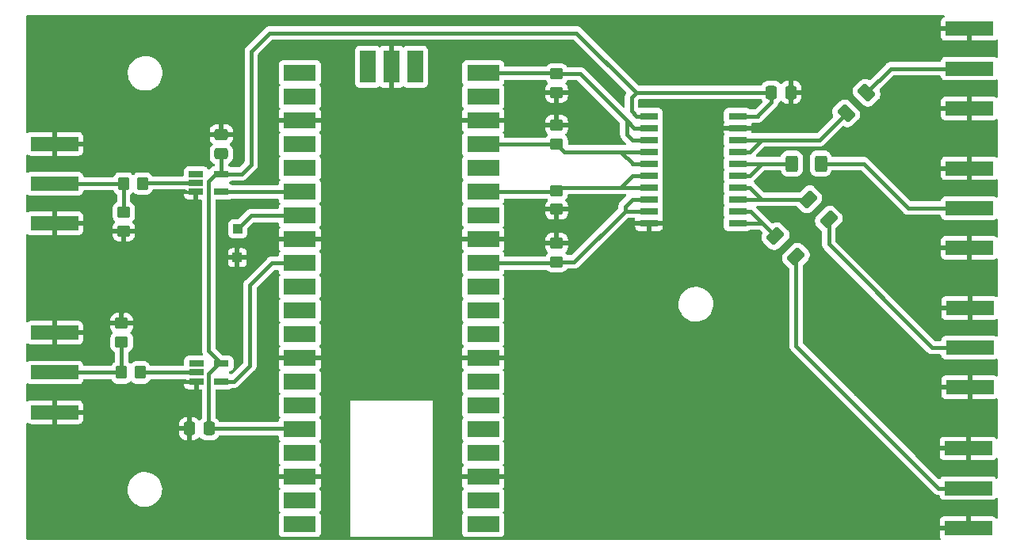
<source format=gbr>
%TF.GenerationSoftware,KiCad,Pcbnew,(7.0.0)*%
%TF.CreationDate,2023-02-27T11:52:56-05:00*%
%TF.ProjectId,PrawnBlaster_Connectorized,50726177-6e42-46c6-9173-7465725f436f,rev?*%
%TF.SameCoordinates,Original*%
%TF.FileFunction,Copper,L1,Top*%
%TF.FilePolarity,Positive*%
%FSLAX46Y46*%
G04 Gerber Fmt 4.6, Leading zero omitted, Abs format (unit mm)*
G04 Created by KiCad (PCBNEW (7.0.0)) date 2023-02-27 11:52:56*
%MOMM*%
%LPD*%
G01*
G04 APERTURE LIST*
G04 Aperture macros list*
%AMRoundRect*
0 Rectangle with rounded corners*
0 $1 Rounding radius*
0 $2 $3 $4 $5 $6 $7 $8 $9 X,Y pos of 4 corners*
0 Add a 4 corners polygon primitive as box body*
4,1,4,$2,$3,$4,$5,$6,$7,$8,$9,$2,$3,0*
0 Add four circle primitives for the rounded corners*
1,1,$1+$1,$2,$3*
1,1,$1+$1,$4,$5*
1,1,$1+$1,$6,$7*
1,1,$1+$1,$8,$9*
0 Add four rect primitives between the rounded corners*
20,1,$1+$1,$2,$3,$4,$5,0*
20,1,$1+$1,$4,$5,$6,$7,0*
20,1,$1+$1,$6,$7,$8,$9,0*
20,1,$1+$1,$8,$9,$2,$3,0*%
G04 Aperture macros list end*
%TA.AperFunction,SMDPad,CuDef*%
%ADD10R,5.080000X1.500000*%
%TD*%
%TA.AperFunction,SMDPad,CuDef*%
%ADD11RoundRect,0.250000X-0.450000X0.350000X-0.450000X-0.350000X0.450000X-0.350000X0.450000X0.350000X0*%
%TD*%
%TA.AperFunction,SMDPad,CuDef*%
%ADD12RoundRect,0.250000X0.337500X0.475000X-0.337500X0.475000X-0.337500X-0.475000X0.337500X-0.475000X0*%
%TD*%
%TA.AperFunction,SMDPad,CuDef*%
%ADD13R,1.560000X0.650000*%
%TD*%
%TA.AperFunction,SMDPad,CuDef*%
%ADD14R,3.500000X1.700000*%
%TD*%
%TA.AperFunction,SMDPad,CuDef*%
%ADD15R,1.700000X3.500000*%
%TD*%
%TA.AperFunction,SMDPad,CuDef*%
%ADD16RoundRect,0.250000X-0.159099X0.724784X-0.724784X0.159099X0.159099X-0.724784X0.724784X-0.159099X0*%
%TD*%
%TA.AperFunction,SMDPad,CuDef*%
%ADD17RoundRect,0.250000X-0.350000X-0.450000X0.350000X-0.450000X0.350000X0.450000X-0.350000X0.450000X0*%
%TD*%
%TA.AperFunction,SMDPad,CuDef*%
%ADD18RoundRect,0.250000X0.450000X-0.350000X0.450000X0.350000X-0.450000X0.350000X-0.450000X-0.350000X0*%
%TD*%
%TA.AperFunction,SMDPad,CuDef*%
%ADD19RoundRect,0.250000X0.400000X0.625000X-0.400000X0.625000X-0.400000X-0.625000X0.400000X-0.625000X0*%
%TD*%
%TA.AperFunction,SMDPad,CuDef*%
%ADD20R,1.000000X1.000000*%
%TD*%
%TA.AperFunction,SMDPad,CuDef*%
%ADD21RoundRect,0.250000X0.724784X0.159099X0.159099X0.724784X-0.724784X-0.159099X-0.159099X-0.724784X0*%
%TD*%
%TA.AperFunction,SMDPad,CuDef*%
%ADD22RoundRect,0.250000X0.475000X-0.337500X0.475000X0.337500X-0.475000X0.337500X-0.475000X-0.337500X0*%
%TD*%
%TA.AperFunction,SMDPad,CuDef*%
%ADD23R,1.950000X0.700000*%
%TD*%
%TA.AperFunction,Conductor*%
%ADD24C,0.400000*%
%TD*%
G04 APERTURE END LIST*
D10*
%TO.P,J6,1,In*%
%TO.N,Net-(J6-Pad1)*%
X182397499Y-108374999D03*
%TO.P,J6,2,Ext*%
%TO.N,GND*%
X182397499Y-104124999D03*
X182397499Y-112624999D03*
%TD*%
D11*
%TO.P,R8,1*%
%TO.N,GND*%
X91963750Y-90753000D03*
%TO.P,R8,2*%
%TO.N,Net-(J2-Pad1)*%
X91963750Y-92753000D03*
%TD*%
D12*
%TO.P,C3,1*%
%TO.N,GND*%
X163467500Y-66055000D03*
%TO.P,C3,2*%
%TO.N,3_3V_Pico*%
X161392500Y-66055000D03*
%TD*%
D13*
%TO.P,U3,1*%
%TO.N,N/C*%
X99929999Y-95054999D03*
%TO.P,U3,2*%
%TO.N,Net-(R7-Pad2)*%
X99929999Y-96004999D03*
%TO.P,U3,3,GND*%
%TO.N,GND*%
X99929999Y-96954999D03*
%TO.P,U3,4*%
%TO.N,Net-(U3-Pad4)*%
X102629999Y-96954999D03*
%TO.P,U3,5,VCC*%
%TO.N,3_3V_Pico*%
X102629999Y-95054999D03*
%TD*%
D14*
%TO.P,U2,1,GPIO0*%
%TO.N,unconnected-(U2-Pad1)*%
X130584999Y-112244999D03*
%TO.P,U2,2,GPIO1*%
%TO.N,unconnected-(U2-Pad2)*%
X130584999Y-109704999D03*
%TO.P,U2,3,GND*%
%TO.N,GND*%
X130584999Y-107164999D03*
%TO.P,U2,4,GPIO2*%
%TO.N,unconnected-(U2-Pad4)*%
X130584999Y-104624999D03*
%TO.P,U2,5,GPIO3*%
%TO.N,unconnected-(U2-Pad5)*%
X130584999Y-102084999D03*
%TO.P,U2,6,GPIO4*%
%TO.N,unconnected-(U2-Pad6)*%
X130584999Y-99544999D03*
%TO.P,U2,7,GPIO5*%
%TO.N,unconnected-(U2-Pad7)*%
X130584999Y-97004999D03*
%TO.P,U2,8,GND*%
%TO.N,GND*%
X130584999Y-94464999D03*
%TO.P,U2,9,GPIO6*%
%TO.N,unconnected-(U2-Pad9)*%
X130584999Y-91924999D03*
%TO.P,U2,10,GPIO7*%
%TO.N,unconnected-(U2-Pad10)*%
X130584999Y-89384999D03*
%TO.P,U2,11,GPIO8*%
%TO.N,unconnected-(U2-Pad11)*%
X130584999Y-86844999D03*
%TO.P,U2,12,GPIO9*%
%TO.N,Net-(IC1-Pad8)*%
X130584999Y-84304999D03*
%TO.P,U2,13,GND*%
%TO.N,GND*%
X130584999Y-81764999D03*
%TO.P,U2,14,GPIO10*%
%TO.N,unconnected-(U2-Pad14)*%
X130584999Y-79224999D03*
%TO.P,U2,15,GPIO11*%
%TO.N,Net-(IC1-Pad6)*%
X130584999Y-76684999D03*
%TO.P,U2,16,GPIO12*%
%TO.N,unconnected-(U2-Pad16)*%
X130584999Y-74144999D03*
%TO.P,U2,17,GPIO13*%
%TO.N,Net-(IC1-Pad4)*%
X130584999Y-71604999D03*
%TO.P,U2,18,GND*%
%TO.N,GND*%
X130584999Y-69064999D03*
%TO.P,U2,19,GPIO14*%
%TO.N,unconnected-(U2-Pad19)*%
X130584999Y-66524999D03*
%TO.P,U2,20,GPIO15*%
%TO.N,Net-(IC1-Pad2)*%
X130584999Y-63984999D03*
%TO.P,U2,21,GPIO16*%
%TO.N,unconnected-(U2-Pad21)*%
X111004999Y-63984999D03*
%TO.P,U2,22,GPIO17*%
%TO.N,unconnected-(U2-Pad22)*%
X111004999Y-66524999D03*
%TO.P,U2,23,GND*%
%TO.N,GND*%
X111004999Y-69064999D03*
%TO.P,U2,24,GPIO18*%
%TO.N,unconnected-(U2-Pad24)*%
X111004999Y-71604999D03*
%TO.P,U2,25,GPIO19*%
%TO.N,unconnected-(U2-Pad25)*%
X111004999Y-74144999D03*
%TO.P,U2,26,GPIO20*%
%TO.N,Net-(U1-Pad4)*%
X111004999Y-76684999D03*
%TO.P,U2,27,GPIO21*%
%TO.N,Net-(U2-Pad27)*%
X111004999Y-79224999D03*
%TO.P,U2,28,GND*%
%TO.N,GND*%
X111004999Y-81764999D03*
%TO.P,U2,29,GPIO22*%
%TO.N,Net-(U3-Pad4)*%
X111004999Y-84304999D03*
%TO.P,U2,30,RUN*%
%TO.N,unconnected-(U2-Pad30)*%
X111004999Y-86844999D03*
%TO.P,U2,31,GPIO26_ADC0*%
%TO.N,unconnected-(U2-Pad31)*%
X111004999Y-89384999D03*
%TO.P,U2,32,GPIO27_ADC1*%
%TO.N,unconnected-(U2-Pad32)*%
X111004999Y-91924999D03*
%TO.P,U2,33,AGND*%
%TO.N,GND*%
X111004999Y-94464999D03*
%TO.P,U2,34,GPIO28_ADC2*%
%TO.N,unconnected-(U2-Pad34)*%
X111004999Y-97004999D03*
%TO.P,U2,35,ADC_VREF*%
%TO.N,unconnected-(U2-Pad35)*%
X111004999Y-99544999D03*
%TO.P,U2,36,3V3*%
%TO.N,3_3V_Pico*%
X111004999Y-102084999D03*
%TO.P,U2,37,3V3_EN*%
%TO.N,unconnected-(U2-Pad37)*%
X111004999Y-104624999D03*
%TO.P,U2,38,GND*%
%TO.N,GND*%
X111004999Y-107164999D03*
%TO.P,U2,39,VSYS*%
%TO.N,unconnected-(U2-Pad39)*%
X111004999Y-109704999D03*
%TO.P,U2,40,VBUS*%
%TO.N,unconnected-(U2-Pad40)*%
X111004999Y-112244999D03*
D15*
%TO.P,U2,41,SWCLK*%
%TO.N,unconnected-(U2-Pad41)*%
X123334999Y-63314999D03*
%TO.P,U2,42,GND*%
%TO.N,GND*%
X120794999Y-63314999D03*
%TO.P,U2,43,SWDIO*%
%TO.N,unconnected-(U2-Pad43)*%
X118254999Y-63314999D03*
%TD*%
D16*
%TO.P,R10,1*%
%TO.N,Net-(J3-Pad1)*%
X171546016Y-66088984D03*
%TO.P,R10,2*%
%TO.N,Net-(IC1-Pad17)*%
X169353984Y-68281016D03*
%TD*%
D13*
%TO.P,U1,1*%
%TO.N,N/C*%
X99919999Y-74774999D03*
%TO.P,U1,2*%
%TO.N,Net-(R1-Pad2)*%
X99919999Y-75724999D03*
%TO.P,U1,3,GND*%
%TO.N,GND*%
X99919999Y-76674999D03*
%TO.P,U1,4*%
%TO.N,Net-(U1-Pad4)*%
X102619999Y-76674999D03*
%TO.P,U1,5,VCC*%
%TO.N,3_3V_Pico*%
X102619999Y-74774999D03*
%TD*%
D10*
%TO.P,J2,1,In*%
%TO.N,Net-(J2-Pad1)*%
X84823199Y-96002999D03*
%TO.P,J2,2,Ext*%
%TO.N,GND*%
X84823199Y-100252999D03*
X84823199Y-91752999D03*
%TD*%
D17*
%TO.P,R7,1*%
%TO.N,Net-(J2-Pad1)*%
X91953750Y-96003000D03*
%TO.P,R7,2*%
%TO.N,Net-(R7-Pad2)*%
X93953750Y-96003000D03*
%TD*%
D11*
%TO.P,R3,1*%
%TO.N,Net-(IC1-Pad2)*%
X138430000Y-64055000D03*
%TO.P,R3,2*%
%TO.N,GND*%
X138430000Y-66055000D03*
%TD*%
D18*
%TO.P,R5,1*%
%TO.N,GND*%
X138430000Y-78555000D03*
%TO.P,R5,2*%
%TO.N,Net-(IC1-Pad6)*%
X138430000Y-76555000D03*
%TD*%
D10*
%TO.P,J5,1,In*%
%TO.N,Net-(J5-Pad1)*%
X182517499Y-78424999D03*
%TO.P,J5,2,Ext*%
%TO.N,GND*%
X182517499Y-82674999D03*
X182517499Y-74174999D03*
%TD*%
D19*
%TO.P,R11,1*%
%TO.N,Net-(J5-Pad1)*%
X166650000Y-73660000D03*
%TO.P,R11,2*%
%TO.N,Net-(IC1-Pad15)*%
X163550000Y-73660000D03*
%TD*%
D10*
%TO.P,J3,1,In*%
%TO.N,Net-(J3-Pad1)*%
X182517499Y-63504999D03*
%TO.P,J3,2,Ext*%
%TO.N,GND*%
X182517499Y-67754999D03*
X182517499Y-59254999D03*
%TD*%
D12*
%TO.P,C2,1*%
%TO.N,3_3V_Pico*%
X101297500Y-102015000D03*
%TO.P,C2,2*%
%TO.N,GND*%
X99222500Y-102015000D03*
%TD*%
D10*
%TO.P,J1,1,In*%
%TO.N,Net-(J1-Pad1)*%
X84792499Y-75804999D03*
%TO.P,J1,2,Ext*%
%TO.N,GND*%
X84792499Y-71554999D03*
X84792499Y-80054999D03*
%TD*%
D11*
%TO.P,R4,1*%
%TO.N,GND*%
X138430000Y-82185000D03*
%TO.P,R4,2*%
%TO.N,Net-(IC1-Pad8)*%
X138430000Y-84185000D03*
%TD*%
D20*
%TO.P,TP1,1,1*%
%TO.N,Net-(U2-Pad27)*%
X104369999Y-80629999D03*
%TD*%
D18*
%TO.P,R6,1*%
%TO.N,Net-(IC1-Pad4)*%
X138430000Y-71555000D03*
%TO.P,R6,2*%
%TO.N,GND*%
X138430000Y-69555000D03*
%TD*%
D21*
%TO.P,R12,1*%
%TO.N,Net-(J6-Pad1)*%
X164006016Y-83621016D03*
%TO.P,R12,2*%
%TO.N,Net-(IC1-Pad11)*%
X161813984Y-81428984D03*
%TD*%
D20*
%TO.P,TP2,1,1*%
%TO.N,GND*%
X104319999Y-83719999D03*
%TD*%
D21*
%TO.P,R9,1*%
%TO.N,Net-(J4-Pad1)*%
X167496016Y-79661016D03*
%TO.P,R9,2*%
%TO.N,Net-(IC1-Pad13)*%
X165303984Y-77468984D03*
%TD*%
D10*
%TO.P,J4,1,In*%
%TO.N,Net-(J4-Pad1)*%
X182567499Y-93344999D03*
%TO.P,J4,2,Ext*%
%TO.N,GND*%
X182567499Y-89094999D03*
X182567499Y-97594999D03*
%TD*%
D17*
%TO.P,R1,1*%
%TO.N,Net-(J1-Pad1)*%
X92180000Y-75805000D03*
%TO.P,R1,2*%
%TO.N,Net-(R1-Pad2)*%
X94180000Y-75805000D03*
%TD*%
D18*
%TO.P,R2,1*%
%TO.N,GND*%
X92180000Y-80875000D03*
%TO.P,R2,2*%
%TO.N,Net-(J1-Pad1)*%
X92180000Y-78875000D03*
%TD*%
D22*
%TO.P,C1,1*%
%TO.N,3_3V_Pico*%
X102610000Y-72632500D03*
%TO.P,C1,2*%
%TO.N,GND*%
X102610000Y-70557500D03*
%TD*%
D23*
%TO.P,IC1,1,DIR*%
%TO.N,3_3V_Pico*%
X148309999Y-68579999D03*
%TO.P,IC1,2,A0*%
%TO.N,Net-(IC1-Pad2)*%
X148309999Y-69849999D03*
%TO.P,IC1,3,A1*%
X148309999Y-71119999D03*
%TO.P,IC1,4,A2*%
%TO.N,Net-(IC1-Pad4)*%
X148309999Y-72389999D03*
%TO.P,IC1,5,A3*%
X148309999Y-73659999D03*
%TO.P,IC1,6,A4*%
%TO.N,Net-(IC1-Pad6)*%
X148309999Y-74929999D03*
%TO.P,IC1,7,A5*%
X148309999Y-76199999D03*
%TO.P,IC1,8,A6*%
%TO.N,Net-(IC1-Pad8)*%
X148309999Y-77469999D03*
%TO.P,IC1,9,A7*%
X148309999Y-78739999D03*
%TO.P,IC1,10,GND*%
%TO.N,GND*%
X148309999Y-80009999D03*
%TO.P,IC1,11,B7*%
%TO.N,Net-(IC1-Pad11)*%
X157759999Y-80009999D03*
%TO.P,IC1,12,B6*%
X157759999Y-78739999D03*
%TO.P,IC1,13,B5*%
%TO.N,Net-(IC1-Pad13)*%
X157759999Y-77469999D03*
%TO.P,IC1,14,B4*%
X157759999Y-76199999D03*
%TO.P,IC1,15,B3*%
%TO.N,Net-(IC1-Pad15)*%
X157759999Y-74929999D03*
%TO.P,IC1,16,B2*%
X157759999Y-73659999D03*
%TO.P,IC1,17,B1*%
%TO.N,Net-(IC1-Pad17)*%
X157759999Y-72389999D03*
%TO.P,IC1,18,B0*%
X157759999Y-71119999D03*
%TO.P,IC1,19,~{OE}*%
%TO.N,GND*%
X157759999Y-69849999D03*
%TO.P,IC1,20,VCC*%
%TO.N,3_3V_Pico*%
X157759999Y-68579999D03*
%TD*%
D24*
%TO.N,3_3V_Pico*%
X101270000Y-101987500D02*
X101297500Y-102015000D01*
X105800000Y-73755000D02*
X105800000Y-61685000D01*
X102620000Y-74775000D02*
X102020000Y-74775000D01*
X102620000Y-74775000D02*
X102620000Y-72642500D01*
X111835000Y-102015000D02*
X111905000Y-102085000D01*
X146955000Y-68580000D02*
X148310000Y-68580000D01*
X101270000Y-75525000D02*
X101270000Y-93695000D01*
X161392500Y-66055000D02*
X146930000Y-66055000D01*
X102340000Y-95055000D02*
X101270000Y-96125000D01*
X102630000Y-95055000D02*
X102340000Y-95055000D01*
X146430000Y-68055000D02*
X146955000Y-68580000D01*
X102020000Y-74775000D02*
X101270000Y-75525000D01*
X159905000Y-68580000D02*
X157760000Y-68580000D01*
X105800000Y-61685000D02*
X107795000Y-59690000D01*
X159930000Y-68555000D02*
X159905000Y-68580000D01*
X146430000Y-66555000D02*
X146430000Y-68055000D01*
X161392500Y-67092500D02*
X159930000Y-68555000D01*
X140565000Y-59690000D02*
X146930000Y-66055000D01*
X107795000Y-59690000D02*
X140565000Y-59690000D01*
X101270000Y-96125000D02*
X101270000Y-101987500D01*
X101270000Y-101927500D02*
X101357500Y-102015000D01*
X101297500Y-102015000D02*
X111835000Y-102015000D01*
X161392500Y-66055000D02*
X161392500Y-67092500D01*
X104780000Y-74775000D02*
X105800000Y-73755000D01*
X146930000Y-66055000D02*
X146430000Y-66555000D01*
X102620000Y-72642500D02*
X102610000Y-72632500D01*
X102620000Y-74775000D02*
X104780000Y-74775000D01*
X101270000Y-93695000D02*
X102630000Y-95055000D01*
%TO.N,Net-(IC1-Pad2)*%
X146725000Y-69850000D02*
X148310000Y-69850000D01*
X145930000Y-70555000D02*
X145930000Y-69055000D01*
X138360000Y-63985000D02*
X138430000Y-64055000D01*
X148310000Y-71120000D02*
X146495000Y-71120000D01*
X145930000Y-69055000D02*
X146725000Y-69850000D01*
X140930000Y-64055000D02*
X145930000Y-69055000D01*
X138430000Y-64055000D02*
X140930000Y-64055000D01*
X146495000Y-71120000D02*
X145930000Y-70555000D01*
X129685000Y-63985000D02*
X138360000Y-63985000D01*
%TO.N,Net-(IC1-Pad4)*%
X129685000Y-71605000D02*
X138380000Y-71605000D01*
X146535000Y-73660000D02*
X146430000Y-73555000D01*
X146430000Y-73555000D02*
X145430000Y-72555000D01*
X148310000Y-73660000D02*
X146535000Y-73660000D01*
X139265000Y-72390000D02*
X148310000Y-72390000D01*
X138430000Y-71555000D02*
X139265000Y-72390000D01*
X138380000Y-71605000D02*
X138430000Y-71555000D01*
%TO.N,Net-(IC1-Pad6)*%
X138300000Y-76685000D02*
X138430000Y-76555000D01*
X148310000Y-74930000D02*
X146555000Y-74930000D01*
X146555000Y-74930000D02*
X145285000Y-76200000D01*
X129685000Y-76685000D02*
X138300000Y-76685000D01*
X138785000Y-76200000D02*
X145285000Y-76200000D01*
X145285000Y-76200000D02*
X148310000Y-76200000D01*
X138430000Y-76555000D02*
X138785000Y-76200000D01*
%TO.N,Net-(IC1-Pad8)*%
X129685000Y-84305000D02*
X138310000Y-84305000D01*
X138310000Y-84305000D02*
X138430000Y-84185000D01*
X145745000Y-78240000D02*
X145745000Y-78740000D01*
X146515000Y-77470000D02*
X145745000Y-78240000D01*
X140300000Y-84185000D02*
X145745000Y-78740000D01*
X138430000Y-84185000D02*
X140300000Y-84185000D01*
X145745000Y-78740000D02*
X148310000Y-78740000D01*
X148310000Y-77470000D02*
X146515000Y-77470000D01*
%TO.N,Net-(IC1-Pad11)*%
X159115000Y-78740000D02*
X157760000Y-78740000D01*
X161813984Y-81428984D02*
X161803984Y-81428984D01*
X161803984Y-81428984D02*
X159115000Y-78740000D01*
X160385000Y-80010000D02*
X157760000Y-80010000D01*
%TO.N,Net-(IC1-Pad13)*%
X159075000Y-76200000D02*
X160345000Y-77470000D01*
X157760000Y-77470000D02*
X160345000Y-77470000D01*
X165303984Y-77468984D02*
X160346016Y-77468984D01*
X157760000Y-76200000D02*
X159075000Y-76200000D01*
X160346016Y-77468984D02*
X160345000Y-77470000D01*
%TO.N,Net-(IC1-Pad15)*%
X157760000Y-73660000D02*
X160325000Y-73660000D01*
X157760000Y-74930000D02*
X159055000Y-74930000D01*
X159055000Y-74930000D02*
X160325000Y-73660000D01*
X163550000Y-73660000D02*
X160325000Y-73660000D01*
%TO.N,Net-(IC1-Pad17)*%
X160365000Y-71120000D02*
X166515000Y-71120000D01*
X160365000Y-71120000D02*
X157760000Y-71120000D01*
X159095000Y-72390000D02*
X160365000Y-71120000D01*
X157760000Y-72390000D02*
X159095000Y-72390000D01*
X166515000Y-71120000D02*
X169353984Y-68281016D01*
%TO.N,Net-(J1-Pad1)*%
X92180000Y-75805000D02*
X92180000Y-78875000D01*
X92180000Y-75805000D02*
X84792500Y-75805000D01*
%TO.N,Net-(J2-Pad1)*%
X91953750Y-96003000D02*
X84823200Y-96003000D01*
X91953750Y-92763000D02*
X91963750Y-92753000D01*
X91953750Y-96003000D02*
X91953750Y-92763000D01*
%TO.N,Net-(J3-Pad1)*%
X174130000Y-63505000D02*
X171546016Y-66088984D01*
X182517500Y-63505000D02*
X174130000Y-63505000D01*
%TO.N,Net-(J4-Pad1)*%
X167496016Y-82281016D02*
X167496016Y-79661016D01*
X182567500Y-93345000D02*
X178560000Y-93345000D01*
X178560000Y-93345000D02*
X167496016Y-82281016D01*
%TO.N,Net-(J5-Pad1)*%
X182517500Y-78425000D02*
X175990000Y-78425000D01*
X171225000Y-73660000D02*
X166650000Y-73660000D01*
X175990000Y-78425000D02*
X171225000Y-73660000D01*
%TO.N,Net-(J6-Pad1)*%
X179250000Y-108375000D02*
X164006016Y-93131016D01*
X164006016Y-93131016D02*
X164006016Y-83621016D01*
X182397500Y-108375000D02*
X179250000Y-108375000D01*
%TO.N,Net-(R1-Pad2)*%
X94180000Y-75805000D02*
X94260000Y-75725000D01*
X94260000Y-75725000D02*
X99920000Y-75725000D01*
%TO.N,Net-(R7-Pad2)*%
X93955750Y-96005000D02*
X93953750Y-96003000D01*
X99930000Y-96005000D02*
X93955750Y-96005000D01*
%TO.N,Net-(U1-Pad4)*%
X111895000Y-76675000D02*
X102620000Y-76675000D01*
X111905000Y-76685000D02*
X111895000Y-76675000D01*
%TO.N,Net-(U2-Pad27)*%
X105775000Y-79225000D02*
X104370000Y-80630000D01*
X111905000Y-79225000D02*
X105775000Y-79225000D01*
%TO.N,Net-(U3-Pad4)*%
X102630000Y-96955000D02*
X103955000Y-96955000D01*
X108005000Y-84305000D02*
X111905000Y-84305000D01*
X105660000Y-95250000D02*
X105660000Y-86650000D01*
X103955000Y-96955000D02*
X105660000Y-95250000D01*
X105660000Y-86650000D02*
X108005000Y-84305000D01*
%TD*%
%TA.AperFunction,Conductor*%
%TO.N,GND*%
G36*
X179821128Y-57804540D02*
G01*
X179867600Y-57855906D01*
X179879899Y-57924074D01*
X179854308Y-57988442D01*
X179798561Y-58029556D01*
X179739978Y-58051406D01*
X179724324Y-58059954D01*
X179621807Y-58136697D01*
X179609197Y-58149307D01*
X179532454Y-58251824D01*
X179523905Y-58267480D01*
X179478759Y-58388521D01*
X179475162Y-58403742D01*
X179469859Y-58453061D01*
X179469500Y-58459777D01*
X179469500Y-58984410D01*
X179473006Y-58997493D01*
X179486090Y-59001000D01*
X182645500Y-59001000D01*
X182708500Y-59017881D01*
X182754619Y-59064000D01*
X182771500Y-59127000D01*
X182771500Y-60496410D01*
X182775006Y-60509493D01*
X182788090Y-60513000D01*
X185102723Y-60513000D01*
X185109438Y-60512640D01*
X185158757Y-60507337D01*
X185173978Y-60503740D01*
X185295019Y-60458594D01*
X185310676Y-60450045D01*
X185369473Y-60406030D01*
X185433751Y-60381399D01*
X185501382Y-60394224D01*
X185552180Y-60440678D01*
X185570983Y-60506896D01*
X185570992Y-62252484D01*
X185552189Y-62318703D01*
X185501392Y-62365157D01*
X185433761Y-62377983D01*
X185369483Y-62353353D01*
X185310917Y-62309510D01*
X185310914Y-62309508D01*
X185303704Y-62304111D01*
X185295266Y-62300964D01*
X185295263Y-62300962D01*
X185174080Y-62255763D01*
X185174078Y-62255762D01*
X185166701Y-62253011D01*
X185158873Y-62252169D01*
X185158867Y-62252168D01*
X185109488Y-62246860D01*
X185109485Y-62246859D01*
X185106138Y-62246500D01*
X179928862Y-62246500D01*
X179925515Y-62246859D01*
X179925511Y-62246860D01*
X179876132Y-62252168D01*
X179876125Y-62252169D01*
X179868299Y-62253011D01*
X179860923Y-62255761D01*
X179860919Y-62255763D01*
X179739736Y-62300962D01*
X179739730Y-62300965D01*
X179731296Y-62304111D01*
X179724088Y-62309506D01*
X179724082Y-62309510D01*
X179621450Y-62386340D01*
X179621446Y-62386343D01*
X179614239Y-62391739D01*
X179608843Y-62398946D01*
X179608840Y-62398950D01*
X179532010Y-62501582D01*
X179532006Y-62501588D01*
X179526611Y-62508796D01*
X179523465Y-62517230D01*
X179523462Y-62517236D01*
X179478263Y-62638419D01*
X179478261Y-62638423D01*
X179475511Y-62645799D01*
X179474669Y-62653625D01*
X179474668Y-62653632D01*
X179471408Y-62683967D01*
X179450478Y-62741123D01*
X179405196Y-62781798D01*
X179346130Y-62796500D01*
X174155205Y-62796500D01*
X174147598Y-62796270D01*
X174094510Y-62793058D01*
X174094502Y-62793058D01*
X174086907Y-62792599D01*
X174079423Y-62793970D01*
X174079412Y-62793971D01*
X174027087Y-62803559D01*
X174019570Y-62804703D01*
X173966762Y-62811116D01*
X173966757Y-62811117D01*
X173959199Y-62812035D01*
X173952081Y-62814733D01*
X173952069Y-62814737D01*
X173949653Y-62815654D01*
X173927707Y-62821772D01*
X173925172Y-62822236D01*
X173925163Y-62822238D01*
X173917671Y-62823612D01*
X173910724Y-62826738D01*
X173910716Y-62826741D01*
X173862220Y-62848567D01*
X173855191Y-62851479D01*
X173805450Y-62870343D01*
X173805444Y-62870345D01*
X173798325Y-62873046D01*
X173792055Y-62877373D01*
X173792047Y-62877378D01*
X173789922Y-62878845D01*
X173770079Y-62890036D01*
X173767730Y-62891093D01*
X173767721Y-62891098D01*
X173760774Y-62894225D01*
X173754782Y-62898919D01*
X173754771Y-62898926D01*
X173712898Y-62931731D01*
X173706774Y-62936238D01*
X173662996Y-62966457D01*
X173662992Y-62966460D01*
X173656727Y-62970785D01*
X173651679Y-62976482D01*
X173651672Y-62976489D01*
X173616387Y-63016317D01*
X173611172Y-63021856D01*
X171937663Y-64695365D01*
X171893950Y-64723813D01*
X171842461Y-64732122D01*
X171792020Y-64718867D01*
X171737102Y-64691286D01*
X171654668Y-64649885D01*
X171654663Y-64649883D01*
X171648106Y-64646590D01*
X171640966Y-64644897D01*
X171640964Y-64644897D01*
X171482709Y-64607390D01*
X171482706Y-64607389D01*
X171475573Y-64605699D01*
X171298261Y-64605699D01*
X171291128Y-64607389D01*
X171291124Y-64607390D01*
X171132869Y-64644897D01*
X171132864Y-64644898D01*
X171125728Y-64646590D01*
X171119172Y-64649882D01*
X171119165Y-64649885D01*
X170973431Y-64723076D01*
X170973421Y-64723081D01*
X170967277Y-64726168D01*
X170961944Y-64730511D01*
X170961938Y-64730516D01*
X170888804Y-64790091D01*
X170888791Y-64790102D01*
X170886317Y-64792118D01*
X170884059Y-64794375D01*
X170884049Y-64794385D01*
X170251423Y-65427013D01*
X170251413Y-65427023D01*
X170249152Y-65429285D01*
X170247135Y-65431760D01*
X170247125Y-65431772D01*
X170187543Y-65504912D01*
X170187537Y-65504920D01*
X170183200Y-65510245D01*
X170180114Y-65516388D01*
X170180111Y-65516394D01*
X170106917Y-65662133D01*
X170106914Y-65662140D01*
X170103622Y-65668696D01*
X170101930Y-65675832D01*
X170101929Y-65675837D01*
X170067511Y-65821060D01*
X170062731Y-65841229D01*
X170062731Y-66018541D01*
X170064421Y-66025674D01*
X170064422Y-66025677D01*
X170100944Y-66179777D01*
X170103622Y-66191074D01*
X170106915Y-66197631D01*
X170106917Y-66197636D01*
X170180108Y-66343370D01*
X170180111Y-66343375D01*
X170183200Y-66349525D01*
X170187546Y-66354861D01*
X170187548Y-66354863D01*
X170211445Y-66384199D01*
X170249150Y-66430485D01*
X171204515Y-67385848D01*
X171207001Y-67387873D01*
X171207002Y-67387874D01*
X171259256Y-67430442D01*
X171285475Y-67451800D01*
X171443926Y-67531378D01*
X171616459Y-67572269D01*
X171786435Y-67572269D01*
X171793771Y-67572269D01*
X171966304Y-67531378D01*
X172059824Y-67484410D01*
X179469500Y-67484410D01*
X179473006Y-67497493D01*
X179486090Y-67501000D01*
X182246910Y-67501000D01*
X182259993Y-67497493D01*
X182263500Y-67484410D01*
X182263500Y-66513590D01*
X182259993Y-66500506D01*
X182246910Y-66497000D01*
X179932277Y-66497000D01*
X179925561Y-66497359D01*
X179876242Y-66502662D01*
X179861021Y-66506259D01*
X179739980Y-66551405D01*
X179724324Y-66559954D01*
X179621807Y-66636697D01*
X179609197Y-66649307D01*
X179532454Y-66751824D01*
X179523905Y-66767480D01*
X179478759Y-66888521D01*
X179475162Y-66903742D01*
X179469859Y-66953061D01*
X179469500Y-66959777D01*
X179469500Y-67484410D01*
X172059824Y-67484410D01*
X172124755Y-67451800D01*
X172205715Y-67385850D01*
X172842880Y-66748683D01*
X172908832Y-66667723D01*
X172988410Y-66509272D01*
X173029301Y-66336739D01*
X173029301Y-66159427D01*
X172988410Y-65986894D01*
X172916130Y-65842974D01*
X172902877Y-65792536D01*
X172911186Y-65741047D01*
X172939630Y-65697338D01*
X174386567Y-64250402D01*
X174427442Y-64223091D01*
X174475660Y-64213500D01*
X179346130Y-64213500D01*
X179405196Y-64228202D01*
X179450478Y-64268877D01*
X179471408Y-64326033D01*
X179474668Y-64356367D01*
X179474669Y-64356373D01*
X179475511Y-64364201D01*
X179478262Y-64371578D01*
X179478263Y-64371580D01*
X179523462Y-64492763D01*
X179523464Y-64492766D01*
X179526611Y-64501204D01*
X179532008Y-64508414D01*
X179532010Y-64508417D01*
X179604036Y-64604632D01*
X179614239Y-64618261D01*
X179644598Y-64640988D01*
X179717237Y-64695365D01*
X179731296Y-64705889D01*
X179868299Y-64756989D01*
X179928862Y-64763500D01*
X185102769Y-64763500D01*
X185106138Y-64763500D01*
X185166701Y-64756989D01*
X185303704Y-64705889D01*
X185369498Y-64656635D01*
X185433774Y-64632007D01*
X185501404Y-64644832D01*
X185552202Y-64691286D01*
X185571005Y-64757504D01*
X185571014Y-66503125D01*
X185552211Y-66569344D01*
X185501414Y-66615798D01*
X185433783Y-66628624D01*
X185369504Y-66603994D01*
X185310671Y-66559951D01*
X185295019Y-66551405D01*
X185173978Y-66506259D01*
X185158757Y-66502662D01*
X185109438Y-66497359D01*
X185102723Y-66497000D01*
X182788090Y-66497000D01*
X182775006Y-66500506D01*
X182771500Y-66513590D01*
X182771500Y-68996410D01*
X182775006Y-69009493D01*
X182788090Y-69013000D01*
X185102723Y-69013000D01*
X185109438Y-69012640D01*
X185158757Y-69007337D01*
X185173978Y-69003740D01*
X185295019Y-68958594D01*
X185310675Y-68950045D01*
X185369519Y-68905996D01*
X185433797Y-68881366D01*
X185501427Y-68894191D01*
X185552225Y-68940646D01*
X185571028Y-69006863D01*
X185571048Y-72923150D01*
X185552245Y-72989369D01*
X185501448Y-73035823D01*
X185433817Y-73048649D01*
X185369539Y-73024019D01*
X185310675Y-72979954D01*
X185295019Y-72971405D01*
X185173978Y-72926259D01*
X185158757Y-72922662D01*
X185109438Y-72917359D01*
X185102723Y-72917000D01*
X182788090Y-72917000D01*
X182775006Y-72920506D01*
X182771500Y-72933590D01*
X182771500Y-75416410D01*
X182775006Y-75429493D01*
X182788090Y-75433000D01*
X185102723Y-75433000D01*
X185109438Y-75432640D01*
X185158757Y-75427337D01*
X185173978Y-75423740D01*
X185295019Y-75378594D01*
X185310671Y-75370048D01*
X185369552Y-75325970D01*
X185433830Y-75301340D01*
X185501461Y-75314165D01*
X185552259Y-75360619D01*
X185571062Y-75426837D01*
X185571071Y-77172542D01*
X185552268Y-77238760D01*
X185501471Y-77285215D01*
X185433841Y-77298042D01*
X185369563Y-77273412D01*
X185310916Y-77229510D01*
X185303704Y-77224111D01*
X185295266Y-77220964D01*
X185295263Y-77220962D01*
X185174080Y-77175763D01*
X185174078Y-77175762D01*
X185166701Y-77173011D01*
X185158873Y-77172169D01*
X185158867Y-77172168D01*
X185109488Y-77166860D01*
X185109485Y-77166859D01*
X185106138Y-77166500D01*
X179928862Y-77166500D01*
X179925515Y-77166859D01*
X179925511Y-77166860D01*
X179876132Y-77172168D01*
X179876125Y-77172169D01*
X179868299Y-77173011D01*
X179860923Y-77175761D01*
X179860919Y-77175763D01*
X179739736Y-77220962D01*
X179739730Y-77220965D01*
X179731296Y-77224111D01*
X179724088Y-77229506D01*
X179724082Y-77229510D01*
X179621450Y-77306340D01*
X179621446Y-77306343D01*
X179614239Y-77311739D01*
X179608843Y-77318946D01*
X179608840Y-77318950D01*
X179532010Y-77421582D01*
X179532006Y-77421588D01*
X179526611Y-77428796D01*
X179523465Y-77437230D01*
X179523462Y-77437236D01*
X179478263Y-77558419D01*
X179478261Y-77558423D01*
X179475511Y-77565799D01*
X179474669Y-77573625D01*
X179474668Y-77573632D01*
X179471408Y-77603967D01*
X179450478Y-77661123D01*
X179405196Y-77701798D01*
X179346130Y-77716500D01*
X176335660Y-77716500D01*
X176287442Y-77706909D01*
X176246565Y-77679595D01*
X173537193Y-74970223D01*
X179469500Y-74970223D01*
X179469859Y-74976938D01*
X179475162Y-75026257D01*
X179478759Y-75041478D01*
X179523905Y-75162519D01*
X179532454Y-75178175D01*
X179609197Y-75280692D01*
X179621807Y-75293302D01*
X179724324Y-75370045D01*
X179739980Y-75378594D01*
X179861021Y-75423740D01*
X179876242Y-75427337D01*
X179925561Y-75432640D01*
X179932277Y-75433000D01*
X182246910Y-75433000D01*
X182259993Y-75429493D01*
X182263500Y-75416410D01*
X182263500Y-74445590D01*
X182259993Y-74432506D01*
X182246910Y-74429000D01*
X179486090Y-74429000D01*
X179473006Y-74432506D01*
X179469500Y-74445590D01*
X179469500Y-74970223D01*
X173537193Y-74970223D01*
X172471380Y-73904410D01*
X179469500Y-73904410D01*
X179473006Y-73917493D01*
X179486090Y-73921000D01*
X182246910Y-73921000D01*
X182259993Y-73917493D01*
X182263500Y-73904410D01*
X182263500Y-72933590D01*
X182259993Y-72920506D01*
X182246910Y-72917000D01*
X179932277Y-72917000D01*
X179925561Y-72917359D01*
X179876242Y-72922662D01*
X179861021Y-72926259D01*
X179739980Y-72971405D01*
X179724324Y-72979954D01*
X179621807Y-73056697D01*
X179609197Y-73069307D01*
X179532454Y-73171824D01*
X179523905Y-73187480D01*
X179478759Y-73308521D01*
X179475162Y-73323742D01*
X179469859Y-73373061D01*
X179469500Y-73379777D01*
X179469500Y-73904410D01*
X172471380Y-73904410D01*
X171743827Y-73176857D01*
X171738610Y-73171316D01*
X171698273Y-73125785D01*
X171692006Y-73121459D01*
X171691998Y-73121452D01*
X171648221Y-73091235D01*
X171642091Y-73086725D01*
X171600223Y-73053923D01*
X171600220Y-73053921D01*
X171594226Y-73049225D01*
X171587281Y-73046099D01*
X171587276Y-73046096D01*
X171584922Y-73045037D01*
X171565065Y-73033837D01*
X171562951Y-73032378D01*
X171556675Y-73028046D01*
X171549550Y-73025344D01*
X171549541Y-73025339D01*
X171499822Y-73006483D01*
X171492793Y-73003572D01*
X171444275Y-72981736D01*
X171444266Y-72981733D01*
X171437329Y-72978611D01*
X171429842Y-72977238D01*
X171429840Y-72977238D01*
X171428719Y-72977032D01*
X171427283Y-72976769D01*
X171405340Y-72970652D01*
X171395801Y-72967035D01*
X171388234Y-72966116D01*
X171388230Y-72966115D01*
X171335432Y-72959704D01*
X171327911Y-72958559D01*
X171310470Y-72955363D01*
X171268093Y-72947598D01*
X171260486Y-72948058D01*
X171260484Y-72948058D01*
X171207390Y-72951270D01*
X171199782Y-72951500D01*
X167912375Y-72951500D01*
X167861349Y-72940706D01*
X167819066Y-72910173D01*
X167792770Y-72865132D01*
X167777239Y-72818261D01*
X167742115Y-72712262D01*
X167735294Y-72701204D01*
X167652883Y-72567595D01*
X167649030Y-72561348D01*
X167523652Y-72435970D01*
X167475480Y-72406257D01*
X167378981Y-72346735D01*
X167378976Y-72346732D01*
X167372738Y-72342885D01*
X167365776Y-72340578D01*
X167365774Y-72340577D01*
X167210951Y-72289275D01*
X167210949Y-72289274D01*
X167204426Y-72287113D01*
X167197589Y-72286414D01*
X167197587Y-72286414D01*
X167103729Y-72276825D01*
X167103723Y-72276824D01*
X167100545Y-72276500D01*
X167097339Y-72276500D01*
X166202661Y-72276500D01*
X166202641Y-72276500D01*
X166199456Y-72276501D01*
X166196279Y-72276825D01*
X166196270Y-72276826D01*
X166102411Y-72286414D01*
X166102405Y-72286415D01*
X166095574Y-72287113D01*
X166089058Y-72289271D01*
X166089049Y-72289274D01*
X165934225Y-72340577D01*
X165934219Y-72340579D01*
X165927262Y-72342885D01*
X165921026Y-72346730D01*
X165921018Y-72346735D01*
X165782595Y-72432116D01*
X165782590Y-72432119D01*
X165776348Y-72435970D01*
X165771158Y-72441159D01*
X165771154Y-72441163D01*
X165656163Y-72556154D01*
X165656159Y-72556158D01*
X165650970Y-72561348D01*
X165647119Y-72567590D01*
X165647116Y-72567595D01*
X165561735Y-72706018D01*
X165561730Y-72706026D01*
X165557885Y-72712262D01*
X165555579Y-72719219D01*
X165555577Y-72719225D01*
X165504576Y-72873141D01*
X165502113Y-72880574D01*
X165501414Y-72887408D01*
X165501414Y-72887412D01*
X165491856Y-72980966D01*
X165491500Y-72984455D01*
X165491500Y-72987659D01*
X165491500Y-72987660D01*
X165491500Y-74332338D01*
X165491500Y-74332357D01*
X165491501Y-74335544D01*
X165491825Y-74338721D01*
X165491826Y-74338729D01*
X165501047Y-74429000D01*
X165502113Y-74439426D01*
X165504272Y-74445943D01*
X165504274Y-74445950D01*
X165554269Y-74596826D01*
X165557885Y-74607738D01*
X165561732Y-74613976D01*
X165561735Y-74613981D01*
X165647116Y-74752404D01*
X165650970Y-74758652D01*
X165776348Y-74884030D01*
X165833046Y-74919002D01*
X165921018Y-74973264D01*
X165921020Y-74973265D01*
X165927262Y-74977115D01*
X166095574Y-75032887D01*
X166199455Y-75043500D01*
X167100544Y-75043499D01*
X167204426Y-75032887D01*
X167372738Y-74977115D01*
X167523652Y-74884030D01*
X167649030Y-74758652D01*
X167742115Y-74607738D01*
X167792770Y-74454867D01*
X167819066Y-74409827D01*
X167861349Y-74379294D01*
X167912375Y-74368500D01*
X170879340Y-74368500D01*
X170927558Y-74378091D01*
X170968435Y-74405405D01*
X175471171Y-78908141D01*
X175476388Y-78913682D01*
X175516727Y-78959215D01*
X175522995Y-78963541D01*
X175522999Y-78963545D01*
X175566789Y-78993771D01*
X175572895Y-78998263D01*
X175620775Y-79035775D01*
X175630063Y-79039955D01*
X175649924Y-79051155D01*
X175658325Y-79056954D01*
X175711020Y-79076938D01*
X175715173Y-79078513D01*
X175722205Y-79081425D01*
X175777671Y-79106389D01*
X175787705Y-79108227D01*
X175809662Y-79114348D01*
X175819199Y-79117965D01*
X175826766Y-79118883D01*
X175826767Y-79118884D01*
X175840352Y-79120533D01*
X175879565Y-79125294D01*
X175887064Y-79126435D01*
X175946908Y-79137402D01*
X176007615Y-79133730D01*
X176015223Y-79133500D01*
X179346130Y-79133500D01*
X179405196Y-79148202D01*
X179450478Y-79188877D01*
X179471408Y-79246033D01*
X179474668Y-79276367D01*
X179474669Y-79276373D01*
X179475511Y-79284201D01*
X179478262Y-79291578D01*
X179478263Y-79291580D01*
X179523462Y-79412763D01*
X179523464Y-79412766D01*
X179526611Y-79421204D01*
X179532008Y-79428414D01*
X179532010Y-79428417D01*
X179600153Y-79519444D01*
X179614239Y-79538261D01*
X179621450Y-79543659D01*
X179716390Y-79614731D01*
X179731296Y-79625889D01*
X179868299Y-79676989D01*
X179928862Y-79683500D01*
X185102769Y-79683500D01*
X185106138Y-79683500D01*
X185166701Y-79676989D01*
X185303704Y-79625889D01*
X185369577Y-79576576D01*
X185433853Y-79551948D01*
X185501483Y-79564773D01*
X185552281Y-79611227D01*
X185571084Y-79677445D01*
X185571093Y-81423183D01*
X185552290Y-81489401D01*
X185501493Y-81535856D01*
X185433863Y-81548683D01*
X185369584Y-81524052D01*
X185310675Y-81479954D01*
X185295019Y-81471405D01*
X185173978Y-81426259D01*
X185158757Y-81422662D01*
X185109438Y-81417359D01*
X185102723Y-81417000D01*
X182788090Y-81417000D01*
X182775006Y-81420506D01*
X182771500Y-81433590D01*
X182771500Y-83916410D01*
X182775006Y-83929493D01*
X182788090Y-83933000D01*
X185102723Y-83933000D01*
X185109438Y-83932640D01*
X185158757Y-83927337D01*
X185173978Y-83923740D01*
X185295019Y-83878594D01*
X185310676Y-83870045D01*
X185369596Y-83825938D01*
X185433874Y-83801307D01*
X185501505Y-83814132D01*
X185552303Y-83860586D01*
X185571106Y-83926804D01*
X185571127Y-87805779D01*
X185552324Y-87871997D01*
X185501528Y-87918452D01*
X185433897Y-87931279D01*
X185369619Y-87906649D01*
X185360675Y-87899953D01*
X185345019Y-87891405D01*
X185223978Y-87846259D01*
X185208757Y-87842662D01*
X185159438Y-87837359D01*
X185152723Y-87837000D01*
X182838090Y-87837000D01*
X182825006Y-87840506D01*
X182821500Y-87853590D01*
X182821500Y-90336410D01*
X182825006Y-90349493D01*
X182838090Y-90353000D01*
X185152723Y-90353000D01*
X185159438Y-90352640D01*
X185208757Y-90347337D01*
X185223978Y-90343740D01*
X185345019Y-90298594D01*
X185360673Y-90290047D01*
X185369627Y-90283344D01*
X185433905Y-90258711D01*
X185501537Y-90271535D01*
X185552336Y-90317990D01*
X185571140Y-90384208D01*
X185571149Y-92055171D01*
X185552347Y-92121389D01*
X185501550Y-92167844D01*
X185433921Y-92180671D01*
X185369642Y-92156042D01*
X185360916Y-92149510D01*
X185353704Y-92144111D01*
X185345266Y-92140964D01*
X185345263Y-92140962D01*
X185224080Y-92095763D01*
X185224078Y-92095762D01*
X185216701Y-92093011D01*
X185208873Y-92092169D01*
X185208867Y-92092168D01*
X185159488Y-92086860D01*
X185159485Y-92086859D01*
X185156138Y-92086500D01*
X179978862Y-92086500D01*
X179975515Y-92086859D01*
X179975511Y-92086860D01*
X179926132Y-92092168D01*
X179926125Y-92092169D01*
X179918299Y-92093011D01*
X179910923Y-92095761D01*
X179910919Y-92095763D01*
X179789736Y-92140962D01*
X179789730Y-92140965D01*
X179781296Y-92144111D01*
X179774088Y-92149506D01*
X179774082Y-92149510D01*
X179671450Y-92226340D01*
X179671446Y-92226343D01*
X179664239Y-92231739D01*
X179658843Y-92238946D01*
X179658840Y-92238950D01*
X179582010Y-92341582D01*
X179582006Y-92341588D01*
X179576611Y-92348796D01*
X179573465Y-92357230D01*
X179573462Y-92357236D01*
X179528263Y-92478419D01*
X179528261Y-92478423D01*
X179525511Y-92485799D01*
X179524669Y-92493625D01*
X179524668Y-92493632D01*
X179521408Y-92523967D01*
X179500478Y-92581123D01*
X179455196Y-92621798D01*
X179396130Y-92636500D01*
X178905660Y-92636500D01*
X178857442Y-92626909D01*
X178816565Y-92599595D01*
X176107193Y-89890223D01*
X179519500Y-89890223D01*
X179519859Y-89896938D01*
X179525162Y-89946257D01*
X179528759Y-89961478D01*
X179573905Y-90082519D01*
X179582454Y-90098175D01*
X179659197Y-90200692D01*
X179671807Y-90213302D01*
X179774324Y-90290045D01*
X179789980Y-90298594D01*
X179911021Y-90343740D01*
X179926242Y-90347337D01*
X179975561Y-90352640D01*
X179982277Y-90353000D01*
X182296910Y-90353000D01*
X182309993Y-90349493D01*
X182313500Y-90336410D01*
X182313500Y-89365590D01*
X182309993Y-89352506D01*
X182296910Y-89349000D01*
X179536090Y-89349000D01*
X179523006Y-89352506D01*
X179519500Y-89365590D01*
X179519500Y-89890223D01*
X176107193Y-89890223D01*
X175041380Y-88824410D01*
X179519500Y-88824410D01*
X179523006Y-88837493D01*
X179536090Y-88841000D01*
X182296910Y-88841000D01*
X182309993Y-88837493D01*
X182313500Y-88824410D01*
X182313500Y-87853590D01*
X182309993Y-87840506D01*
X182296910Y-87837000D01*
X179982277Y-87837000D01*
X179975561Y-87837359D01*
X179926242Y-87842662D01*
X179911021Y-87846259D01*
X179789980Y-87891405D01*
X179774324Y-87899954D01*
X179671807Y-87976697D01*
X179659197Y-87989307D01*
X179582454Y-88091824D01*
X179573905Y-88107480D01*
X179528759Y-88228521D01*
X179525162Y-88243742D01*
X179519859Y-88293061D01*
X179519500Y-88299777D01*
X179519500Y-88824410D01*
X175041380Y-88824410D01*
X169687193Y-83470223D01*
X179469500Y-83470223D01*
X179469859Y-83476938D01*
X179475162Y-83526257D01*
X179478759Y-83541478D01*
X179523905Y-83662519D01*
X179532454Y-83678175D01*
X179609197Y-83780692D01*
X179621807Y-83793302D01*
X179724324Y-83870045D01*
X179739980Y-83878594D01*
X179861021Y-83923740D01*
X179876242Y-83927337D01*
X179925561Y-83932640D01*
X179932277Y-83933000D01*
X182246910Y-83933000D01*
X182259993Y-83929493D01*
X182263500Y-83916410D01*
X182263500Y-82945590D01*
X182259993Y-82932506D01*
X182246910Y-82929000D01*
X179486090Y-82929000D01*
X179473006Y-82932506D01*
X179469500Y-82945590D01*
X179469500Y-83470223D01*
X169687193Y-83470223D01*
X168621380Y-82404410D01*
X179469500Y-82404410D01*
X179473006Y-82417493D01*
X179486090Y-82421000D01*
X182246910Y-82421000D01*
X182259993Y-82417493D01*
X182263500Y-82404410D01*
X182263500Y-81433590D01*
X182259993Y-81420506D01*
X182246910Y-81417000D01*
X179932277Y-81417000D01*
X179925561Y-81417359D01*
X179876242Y-81422662D01*
X179861021Y-81426259D01*
X179739980Y-81471405D01*
X179724324Y-81479954D01*
X179621807Y-81556697D01*
X179609197Y-81569307D01*
X179532454Y-81671824D01*
X179523905Y-81687480D01*
X179478759Y-81808521D01*
X179475162Y-81823742D01*
X179469859Y-81873061D01*
X179469500Y-81879777D01*
X179469500Y-82404410D01*
X168621380Y-82404410D01*
X168241421Y-82024451D01*
X168214107Y-81983574D01*
X168204516Y-81935356D01*
X168204516Y-80643073D01*
X168214107Y-80594855D01*
X168241420Y-80553978D01*
X168375492Y-80419906D01*
X168792880Y-80002517D01*
X168858832Y-79921557D01*
X168938410Y-79763106D01*
X168979301Y-79590573D01*
X168979301Y-79413261D01*
X168938410Y-79240728D01*
X168912369Y-79188877D01*
X168861923Y-79088431D01*
X168861921Y-79088428D01*
X168858832Y-79082277D01*
X168846778Y-79067480D01*
X168794908Y-79003804D01*
X168794907Y-79003802D01*
X168792882Y-79001317D01*
X168633423Y-78841859D01*
X168316269Y-78524705D01*
X168155715Y-78364152D01*
X168153227Y-78362125D01*
X168080087Y-78302543D01*
X168080083Y-78302540D01*
X168074755Y-78298200D01*
X168068607Y-78295112D01*
X168068605Y-78295111D01*
X167922866Y-78221917D01*
X167922861Y-78221915D01*
X167916304Y-78218622D01*
X167909164Y-78216929D01*
X167909162Y-78216929D01*
X167750907Y-78179422D01*
X167750904Y-78179421D01*
X167743771Y-78177731D01*
X167566459Y-78177731D01*
X167559326Y-78179421D01*
X167559322Y-78179422D01*
X167401067Y-78216929D01*
X167401062Y-78216930D01*
X167393926Y-78218622D01*
X167387370Y-78221914D01*
X167387363Y-78221917D01*
X167241629Y-78295108D01*
X167241619Y-78295113D01*
X167235475Y-78298200D01*
X167230142Y-78302543D01*
X167230136Y-78302548D01*
X167157002Y-78362123D01*
X167156989Y-78362134D01*
X167154515Y-78364150D01*
X167152257Y-78366407D01*
X167152247Y-78366417D01*
X166201423Y-79317243D01*
X166201413Y-79317253D01*
X166199152Y-79319515D01*
X166197135Y-79321990D01*
X166197125Y-79322002D01*
X166137543Y-79395142D01*
X166137537Y-79395150D01*
X166133200Y-79400475D01*
X166130114Y-79406618D01*
X166130111Y-79406624D01*
X166056917Y-79552363D01*
X166056914Y-79552370D01*
X166053622Y-79558926D01*
X166051930Y-79566062D01*
X166051929Y-79566067D01*
X166014422Y-79724322D01*
X166012731Y-79731459D01*
X166012731Y-79908771D01*
X166014421Y-79915904D01*
X166014422Y-79915907D01*
X166050034Y-80066168D01*
X166053622Y-80081304D01*
X166056915Y-80087861D01*
X166056917Y-80087866D01*
X166130108Y-80233600D01*
X166130111Y-80233605D01*
X166133200Y-80239755D01*
X166199150Y-80320715D01*
X166633841Y-80755405D01*
X166750611Y-80872174D01*
X166777925Y-80913052D01*
X166787516Y-80961270D01*
X166787516Y-82255798D01*
X166787285Y-82263406D01*
X166783614Y-82324109D01*
X166784988Y-82331607D01*
X166794575Y-82383927D01*
X166795720Y-82391448D01*
X166802131Y-82444246D01*
X166802132Y-82444250D01*
X166803051Y-82451817D01*
X166806668Y-82461356D01*
X166812785Y-82483299D01*
X166814627Y-82493345D01*
X166817749Y-82500282D01*
X166817752Y-82500291D01*
X166839588Y-82548809D01*
X166842499Y-82555838D01*
X166861355Y-82605557D01*
X166861360Y-82605566D01*
X166864062Y-82612691D01*
X166868394Y-82618967D01*
X166869853Y-82621081D01*
X166881053Y-82640938D01*
X166882112Y-82643292D01*
X166882115Y-82643297D01*
X166885241Y-82650242D01*
X166889937Y-82656236D01*
X166889939Y-82656239D01*
X166922741Y-82698107D01*
X166927251Y-82704237D01*
X166957468Y-82748014D01*
X166957475Y-82748022D01*
X166961801Y-82754289D01*
X166985127Y-82774954D01*
X167007332Y-82794626D01*
X167012873Y-82799843D01*
X178041171Y-93828141D01*
X178046388Y-93833682D01*
X178086727Y-93879215D01*
X178092999Y-93883544D01*
X178093000Y-93883545D01*
X178136768Y-93913756D01*
X178142899Y-93918267D01*
X178190774Y-93955775D01*
X178200064Y-93959955D01*
X178219937Y-93971164D01*
X178228325Y-93976954D01*
X178235447Y-93979655D01*
X178235453Y-93979658D01*
X178285192Y-93998520D01*
X178292194Y-94001419D01*
X178347671Y-94026388D01*
X178357696Y-94028225D01*
X178379660Y-94034347D01*
X178389199Y-94037965D01*
X178449588Y-94045297D01*
X178457068Y-94046435D01*
X178516907Y-94057401D01*
X178577598Y-94053729D01*
X178585205Y-94053500D01*
X179396130Y-94053500D01*
X179455196Y-94068202D01*
X179500478Y-94108877D01*
X179521407Y-94166031D01*
X179522436Y-94175601D01*
X179524668Y-94196367D01*
X179524669Y-94196373D01*
X179525511Y-94204201D01*
X179528262Y-94211578D01*
X179528263Y-94211580D01*
X179573462Y-94332763D01*
X179573464Y-94332766D01*
X179576611Y-94341204D01*
X179582008Y-94348414D01*
X179582010Y-94348417D01*
X179595726Y-94366739D01*
X179664239Y-94458261D01*
X179781296Y-94545889D01*
X179918299Y-94596989D01*
X179978862Y-94603500D01*
X185152769Y-94603500D01*
X185156138Y-94603500D01*
X185216701Y-94596989D01*
X185353704Y-94545889D01*
X185369651Y-94533950D01*
X185433925Y-94509319D01*
X185501557Y-94522143D01*
X185552357Y-94568597D01*
X185571161Y-94634816D01*
X185571171Y-96305812D01*
X185552368Y-96372030D01*
X185501571Y-96418485D01*
X185433941Y-96431312D01*
X185369663Y-96406682D01*
X185360674Y-96399953D01*
X185345019Y-96391405D01*
X185223978Y-96346259D01*
X185208757Y-96342662D01*
X185159438Y-96337359D01*
X185152723Y-96337000D01*
X182838090Y-96337000D01*
X182825006Y-96340506D01*
X182821500Y-96353590D01*
X182821500Y-98836410D01*
X182825006Y-98849493D01*
X182838090Y-98853000D01*
X185152723Y-98853000D01*
X185159438Y-98852640D01*
X185208757Y-98847337D01*
X185223978Y-98843740D01*
X185345019Y-98798594D01*
X185360674Y-98790046D01*
X185369671Y-98783311D01*
X185433949Y-98758677D01*
X185501581Y-98771501D01*
X185552381Y-98817955D01*
X185571185Y-98884174D01*
X185571207Y-102995276D01*
X185555795Y-103055662D01*
X185513328Y-103101275D01*
X185454196Y-103120956D01*
X185392865Y-103109891D01*
X185344339Y-103070786D01*
X185305802Y-103019307D01*
X185293192Y-103006697D01*
X185190675Y-102929954D01*
X185175019Y-102921405D01*
X185053978Y-102876259D01*
X185038757Y-102872662D01*
X184989438Y-102867359D01*
X184982723Y-102867000D01*
X182668090Y-102867000D01*
X182655006Y-102870506D01*
X182651500Y-102883590D01*
X182651500Y-105366410D01*
X182655006Y-105379493D01*
X182668090Y-105383000D01*
X184982723Y-105383000D01*
X184989438Y-105382640D01*
X185038757Y-105377337D01*
X185053978Y-105373740D01*
X185175019Y-105328594D01*
X185190675Y-105320045D01*
X185293192Y-105243302D01*
X185305801Y-105230693D01*
X185344350Y-105179198D01*
X185392876Y-105140093D01*
X185454207Y-105129027D01*
X185513339Y-105148708D01*
X185555806Y-105194320D01*
X185571219Y-105254705D01*
X185571229Y-107244472D01*
X185555817Y-107304858D01*
X185513350Y-107350471D01*
X185454218Y-107370152D01*
X185392887Y-107359087D01*
X185344361Y-107319982D01*
X185344226Y-107319802D01*
X185300761Y-107261739D01*
X185277695Y-107244472D01*
X185190917Y-107179510D01*
X185190914Y-107179508D01*
X185183704Y-107174111D01*
X185175266Y-107170964D01*
X185175263Y-107170962D01*
X185054080Y-107125763D01*
X185054078Y-107125762D01*
X185046701Y-107123011D01*
X185038873Y-107122169D01*
X185038867Y-107122168D01*
X184989488Y-107116860D01*
X184989485Y-107116859D01*
X184986138Y-107116500D01*
X179808862Y-107116500D01*
X179805515Y-107116859D01*
X179805511Y-107116860D01*
X179756132Y-107122168D01*
X179756125Y-107122169D01*
X179748299Y-107123011D01*
X179740923Y-107125761D01*
X179740919Y-107125763D01*
X179619736Y-107170962D01*
X179619730Y-107170965D01*
X179611296Y-107174111D01*
X179604088Y-107179506D01*
X179604082Y-107179510D01*
X179501450Y-107256340D01*
X179501446Y-107256343D01*
X179494239Y-107261739D01*
X179488843Y-107268946D01*
X179488840Y-107268950D01*
X179429174Y-107348655D01*
X179372338Y-107391202D01*
X179301523Y-107396266D01*
X179239211Y-107362241D01*
X176797193Y-104920223D01*
X179349500Y-104920223D01*
X179349859Y-104926938D01*
X179355162Y-104976257D01*
X179358759Y-104991478D01*
X179403905Y-105112519D01*
X179412454Y-105128175D01*
X179489197Y-105230692D01*
X179501807Y-105243302D01*
X179604324Y-105320045D01*
X179619980Y-105328594D01*
X179741021Y-105373740D01*
X179756242Y-105377337D01*
X179805561Y-105382640D01*
X179812277Y-105383000D01*
X182126910Y-105383000D01*
X182139993Y-105379493D01*
X182143500Y-105366410D01*
X182143500Y-104395590D01*
X182139993Y-104382506D01*
X182126910Y-104379000D01*
X179366090Y-104379000D01*
X179353006Y-104382506D01*
X179349500Y-104395590D01*
X179349500Y-104920223D01*
X176797193Y-104920223D01*
X175731380Y-103854410D01*
X179349500Y-103854410D01*
X179353006Y-103867493D01*
X179366090Y-103871000D01*
X182126910Y-103871000D01*
X182139993Y-103867493D01*
X182143500Y-103854410D01*
X182143500Y-102883590D01*
X182139993Y-102870506D01*
X182126910Y-102867000D01*
X179812277Y-102867000D01*
X179805561Y-102867359D01*
X179756242Y-102872662D01*
X179741021Y-102876259D01*
X179619980Y-102921405D01*
X179604324Y-102929954D01*
X179501807Y-103006697D01*
X179489197Y-103019307D01*
X179412454Y-103121824D01*
X179403905Y-103137480D01*
X179358759Y-103258521D01*
X179355162Y-103273742D01*
X179349859Y-103323061D01*
X179349500Y-103329777D01*
X179349500Y-103854410D01*
X175731380Y-103854410D01*
X170267193Y-98390223D01*
X179519500Y-98390223D01*
X179519859Y-98396938D01*
X179525162Y-98446257D01*
X179528759Y-98461478D01*
X179573905Y-98582519D01*
X179582454Y-98598175D01*
X179659197Y-98700692D01*
X179671807Y-98713302D01*
X179774324Y-98790045D01*
X179789980Y-98798594D01*
X179911021Y-98843740D01*
X179926242Y-98847337D01*
X179975561Y-98852640D01*
X179982277Y-98853000D01*
X182296910Y-98853000D01*
X182309993Y-98849493D01*
X182313500Y-98836410D01*
X182313500Y-97865590D01*
X182309993Y-97852506D01*
X182296910Y-97849000D01*
X179536090Y-97849000D01*
X179523006Y-97852506D01*
X179519500Y-97865590D01*
X179519500Y-98390223D01*
X170267193Y-98390223D01*
X169201380Y-97324410D01*
X179519500Y-97324410D01*
X179523006Y-97337493D01*
X179536090Y-97341000D01*
X182296910Y-97341000D01*
X182309993Y-97337493D01*
X182313500Y-97324410D01*
X182313500Y-96353590D01*
X182309993Y-96340506D01*
X182296910Y-96337000D01*
X179982277Y-96337000D01*
X179975561Y-96337359D01*
X179926242Y-96342662D01*
X179911021Y-96346259D01*
X179789980Y-96391405D01*
X179774324Y-96399954D01*
X179671807Y-96476697D01*
X179659197Y-96489307D01*
X179582454Y-96591824D01*
X179573905Y-96607480D01*
X179528759Y-96728521D01*
X179525162Y-96743742D01*
X179519859Y-96793061D01*
X179519500Y-96799777D01*
X179519500Y-97324410D01*
X169201380Y-97324410D01*
X164751421Y-92874451D01*
X164724107Y-92833574D01*
X164714516Y-92785356D01*
X164714516Y-84603073D01*
X164724107Y-84554855D01*
X164751420Y-84513978D01*
X164807879Y-84457519D01*
X165302880Y-83962517D01*
X165368832Y-83881557D01*
X165448410Y-83723106D01*
X165489301Y-83550573D01*
X165489301Y-83373261D01*
X165448410Y-83200728D01*
X165402891Y-83110093D01*
X165371923Y-83048431D01*
X165371921Y-83048428D01*
X165368832Y-83042277D01*
X165336096Y-83002091D01*
X165304908Y-82963804D01*
X165304907Y-82963802D01*
X165302882Y-82961317D01*
X164665715Y-82324152D01*
X164663227Y-82322125D01*
X164590087Y-82262543D01*
X164590083Y-82262540D01*
X164584755Y-82258200D01*
X164578607Y-82255112D01*
X164578605Y-82255111D01*
X164432866Y-82181917D01*
X164432861Y-82181915D01*
X164426304Y-82178622D01*
X164419164Y-82176929D01*
X164419162Y-82176929D01*
X164260907Y-82139422D01*
X164260904Y-82139421D01*
X164253771Y-82137731D01*
X164076459Y-82137731D01*
X164069326Y-82139421D01*
X164069322Y-82139422D01*
X163911067Y-82176929D01*
X163911062Y-82176930D01*
X163903926Y-82178622D01*
X163897370Y-82181914D01*
X163897363Y-82181917D01*
X163751629Y-82255108D01*
X163751619Y-82255113D01*
X163745475Y-82258200D01*
X163740142Y-82262543D01*
X163740136Y-82262548D01*
X163667002Y-82322123D01*
X163666989Y-82322134D01*
X163664515Y-82324150D01*
X163662257Y-82326407D01*
X163662247Y-82326417D01*
X162711423Y-83277243D01*
X162711413Y-83277253D01*
X162709152Y-83279515D01*
X162707135Y-83281990D01*
X162707125Y-83282002D01*
X162647543Y-83355142D01*
X162647537Y-83355150D01*
X162643200Y-83360475D01*
X162640114Y-83366618D01*
X162640111Y-83366624D01*
X162566917Y-83512363D01*
X162566914Y-83512370D01*
X162563622Y-83518926D01*
X162561930Y-83526062D01*
X162561929Y-83526067D01*
X162524422Y-83684322D01*
X162522731Y-83691459D01*
X162522731Y-83868771D01*
X162524421Y-83875904D01*
X162524422Y-83875907D01*
X162551602Y-83990590D01*
X162563622Y-84041304D01*
X162566915Y-84047861D01*
X162566917Y-84047866D01*
X162640108Y-84193600D01*
X162640111Y-84193605D01*
X162643200Y-84199755D01*
X162709150Y-84280715D01*
X163147651Y-84719215D01*
X163260611Y-84832174D01*
X163287925Y-84873052D01*
X163297516Y-84921270D01*
X163297516Y-93105798D01*
X163297285Y-93113406D01*
X163293614Y-93174109D01*
X163294988Y-93181607D01*
X163304575Y-93233927D01*
X163305720Y-93241448D01*
X163312131Y-93294246D01*
X163312132Y-93294250D01*
X163313051Y-93301817D01*
X163316668Y-93311356D01*
X163322785Y-93333299D01*
X163324627Y-93343345D01*
X163327749Y-93350282D01*
X163327752Y-93350291D01*
X163349588Y-93398809D01*
X163352499Y-93405838D01*
X163371355Y-93455557D01*
X163371360Y-93455566D01*
X163374062Y-93462691D01*
X163378394Y-93468967D01*
X163379853Y-93471081D01*
X163391053Y-93490938D01*
X163392112Y-93493292D01*
X163392115Y-93493297D01*
X163395241Y-93500242D01*
X163399937Y-93506236D01*
X163399939Y-93506239D01*
X163432741Y-93548107D01*
X163437251Y-93554237D01*
X163467468Y-93598014D01*
X163467475Y-93598022D01*
X163471801Y-93604289D01*
X163477504Y-93609341D01*
X163517332Y-93644626D01*
X163522873Y-93649843D01*
X178731171Y-108858141D01*
X178736388Y-108863682D01*
X178776727Y-108909215D01*
X178782999Y-108913544D01*
X178783000Y-108913545D01*
X178826768Y-108943756D01*
X178832899Y-108948267D01*
X178880774Y-108985775D01*
X178890072Y-108989959D01*
X178909926Y-109001157D01*
X178918325Y-109006954D01*
X178975203Y-109028524D01*
X178982177Y-109031413D01*
X179037671Y-109056389D01*
X179047705Y-109058227D01*
X179069662Y-109064348D01*
X179079199Y-109067965D01*
X179086766Y-109068883D01*
X179086767Y-109068884D01*
X179100352Y-109070533D01*
X179139565Y-109075294D01*
X179147064Y-109076435D01*
X179206908Y-109087402D01*
X179218837Y-109086680D01*
X179280979Y-109098862D01*
X179329348Y-109139737D01*
X179351724Y-109198979D01*
X179355511Y-109234201D01*
X179358262Y-109241578D01*
X179358263Y-109241580D01*
X179403462Y-109362763D01*
X179403464Y-109362766D01*
X179406611Y-109371204D01*
X179412008Y-109378414D01*
X179412010Y-109378417D01*
X179461947Y-109445124D01*
X179494239Y-109488261D01*
X179611296Y-109575889D01*
X179748299Y-109626989D01*
X179808862Y-109633500D01*
X184982769Y-109633500D01*
X184986138Y-109633500D01*
X185046701Y-109626989D01*
X185183704Y-109575889D01*
X185300761Y-109488261D01*
X185344375Y-109429999D01*
X185392898Y-109390897D01*
X185454229Y-109379831D01*
X185513361Y-109399512D01*
X185555828Y-109445124D01*
X185571241Y-109505509D01*
X185571252Y-111495336D01*
X185555840Y-111555722D01*
X185513373Y-111601335D01*
X185454241Y-111621016D01*
X185392910Y-111609951D01*
X185344384Y-111570846D01*
X185305802Y-111519307D01*
X185293192Y-111506697D01*
X185190675Y-111429954D01*
X185175019Y-111421405D01*
X185053978Y-111376259D01*
X185038757Y-111372662D01*
X184989438Y-111367359D01*
X184982723Y-111367000D01*
X182668090Y-111367000D01*
X182655006Y-111370506D01*
X182651500Y-111383590D01*
X182651500Y-112753000D01*
X182634619Y-112816000D01*
X182588500Y-112862119D01*
X182525500Y-112879000D01*
X179366090Y-112879000D01*
X179353006Y-112882506D01*
X179349500Y-112895590D01*
X179349500Y-113420223D01*
X179349859Y-113426938D01*
X179355162Y-113476257D01*
X179358759Y-113491478D01*
X179403905Y-113612519D01*
X179412454Y-113628175D01*
X179472203Y-113707991D01*
X179496834Y-113772270D01*
X179484007Y-113839900D01*
X179437553Y-113890697D01*
X179371335Y-113909500D01*
X81926456Y-113909500D01*
X81863518Y-113892655D01*
X81817408Y-113846623D01*
X81800456Y-113783716D01*
X81799369Y-113143638D01*
X108746500Y-113143638D01*
X108746859Y-113146985D01*
X108746860Y-113146988D01*
X108752168Y-113196367D01*
X108752169Y-113196373D01*
X108753011Y-113204201D01*
X108755762Y-113211578D01*
X108755763Y-113211580D01*
X108800962Y-113332763D01*
X108800964Y-113332766D01*
X108804111Y-113341204D01*
X108809508Y-113348414D01*
X108809510Y-113348417D01*
X108863264Y-113420223D01*
X108891739Y-113458261D01*
X109008796Y-113545889D01*
X109145799Y-113596989D01*
X109206362Y-113603500D01*
X112800269Y-113603500D01*
X112803638Y-113603500D01*
X112864201Y-113596989D01*
X113001204Y-113545889D01*
X113118261Y-113458261D01*
X113205889Y-113341204D01*
X113256989Y-113204201D01*
X113263500Y-113143638D01*
X113263500Y-111346362D01*
X113256989Y-111285799D01*
X113205889Y-111148796D01*
X113132311Y-111050508D01*
X113110060Y-111001783D01*
X113110060Y-110948217D01*
X113132312Y-110899491D01*
X113200489Y-110808417D01*
X113205889Y-110801204D01*
X113256989Y-110664201D01*
X113263500Y-110603638D01*
X113263500Y-108806362D01*
X113256989Y-108745799D01*
X113205889Y-108608796D01*
X113131996Y-108510087D01*
X113109747Y-108461366D01*
X113109747Y-108407799D01*
X113131999Y-108359073D01*
X113200048Y-108268171D01*
X113208594Y-108252519D01*
X113253740Y-108131478D01*
X113257337Y-108116257D01*
X113262640Y-108066938D01*
X113263000Y-108060223D01*
X113263000Y-107435590D01*
X113259493Y-107422506D01*
X113246410Y-107419000D01*
X108763590Y-107419000D01*
X108750506Y-107422506D01*
X108747000Y-107435590D01*
X108747000Y-108060223D01*
X108747359Y-108066938D01*
X108752662Y-108116257D01*
X108756259Y-108131478D01*
X108801405Y-108252519D01*
X108809954Y-108268175D01*
X108878000Y-108359074D01*
X108900252Y-108407800D01*
X108900253Y-108461366D01*
X108878000Y-108510092D01*
X108823913Y-108582344D01*
X108804111Y-108608796D01*
X108800965Y-108617230D01*
X108800962Y-108617236D01*
X108755763Y-108738419D01*
X108755761Y-108738423D01*
X108753011Y-108745799D01*
X108752169Y-108753625D01*
X108752168Y-108753632D01*
X108746860Y-108803011D01*
X108746500Y-108806362D01*
X108746500Y-110603638D01*
X108746859Y-110606985D01*
X108746860Y-110606988D01*
X108752168Y-110656367D01*
X108752169Y-110656373D01*
X108753011Y-110664201D01*
X108755762Y-110671578D01*
X108755763Y-110671580D01*
X108800962Y-110792763D01*
X108800964Y-110792766D01*
X108804111Y-110801204D01*
X108877688Y-110899491D01*
X108899940Y-110948217D01*
X108899940Y-111001783D01*
X108877688Y-111050508D01*
X108804111Y-111148796D01*
X108800965Y-111157230D01*
X108800962Y-111157236D01*
X108755763Y-111278419D01*
X108755761Y-111278423D01*
X108753011Y-111285799D01*
X108752169Y-111293625D01*
X108752168Y-111293632D01*
X108746860Y-111343011D01*
X108746500Y-111346362D01*
X108746500Y-113143638D01*
X81799369Y-113143638D01*
X81791617Y-108577765D01*
X92585788Y-108577765D01*
X92586290Y-108582332D01*
X92586291Y-108582344D01*
X92614910Y-108842444D01*
X92614911Y-108842453D01*
X92615414Y-108847018D01*
X92616576Y-108851463D01*
X92616577Y-108851468D01*
X92681255Y-109098862D01*
X92683928Y-109109088D01*
X92685725Y-109113318D01*
X92685728Y-109113325D01*
X92735866Y-109231308D01*
X92789870Y-109358390D01*
X92792265Y-109362315D01*
X92792266Y-109362316D01*
X92919312Y-109570489D01*
X92930982Y-109589610D01*
X93104255Y-109797820D01*
X93199177Y-109882870D01*
X93302561Y-109975503D01*
X93302565Y-109975506D01*
X93305998Y-109978582D01*
X93531910Y-110128044D01*
X93777176Y-110243020D01*
X94036569Y-110321060D01*
X94304561Y-110360500D01*
X94505330Y-110360500D01*
X94507631Y-110360500D01*
X94710156Y-110345677D01*
X94974553Y-110286780D01*
X95227558Y-110190014D01*
X95463777Y-110057441D01*
X95678177Y-109891888D01*
X95866186Y-109696881D01*
X96023799Y-109476579D01*
X96147656Y-109235675D01*
X96235118Y-108979305D01*
X96284319Y-108712933D01*
X96294212Y-108442235D01*
X96264586Y-108172982D01*
X96196072Y-107910912D01*
X96090130Y-107661610D01*
X95949018Y-107430390D01*
X95775745Y-107222180D01*
X95700137Y-107154435D01*
X95577438Y-107044496D01*
X95577432Y-107044491D01*
X95574002Y-107041418D01*
X95348090Y-106891956D01*
X95102824Y-106776980D01*
X95098420Y-106775655D01*
X94847843Y-106700267D01*
X94847838Y-106700265D01*
X94843431Y-106698940D01*
X94838874Y-106698269D01*
X94838868Y-106698268D01*
X94580000Y-106660171D01*
X94579996Y-106660170D01*
X94575439Y-106659500D01*
X94372369Y-106659500D01*
X94370098Y-106659666D01*
X94370076Y-106659667D01*
X94174438Y-106673986D01*
X94174427Y-106673987D01*
X94169844Y-106674323D01*
X94165353Y-106675323D01*
X94165349Y-106675324D01*
X93909939Y-106732219D01*
X93909934Y-106732220D01*
X93905447Y-106733220D01*
X93901149Y-106734863D01*
X93901145Y-106734865D01*
X93656746Y-106828339D01*
X93656735Y-106828343D01*
X93652442Y-106829986D01*
X93648434Y-106832235D01*
X93648422Y-106832241D01*
X93420232Y-106960308D01*
X93420221Y-106960314D01*
X93416223Y-106962559D01*
X93412589Y-106965364D01*
X93412586Y-106965367D01*
X93205466Y-107125298D01*
X93205458Y-107125305D01*
X93201823Y-107128112D01*
X93198632Y-107131421D01*
X93198625Y-107131428D01*
X93017011Y-107319802D01*
X93017004Y-107319809D01*
X93013814Y-107323119D01*
X93011136Y-107326861D01*
X93011131Y-107326868D01*
X92858885Y-107539668D01*
X92858878Y-107539677D01*
X92856201Y-107543421D01*
X92854097Y-107547512D01*
X92854091Y-107547523D01*
X92734453Y-107780222D01*
X92732344Y-107784325D01*
X92730856Y-107788684D01*
X92730854Y-107788691D01*
X92646371Y-108036327D01*
X92646367Y-108036341D01*
X92644882Y-108040695D01*
X92644044Y-108045228D01*
X92644044Y-108045231D01*
X92596517Y-108302537D01*
X92596515Y-108302546D01*
X92595681Y-108307067D01*
X92595513Y-108311656D01*
X92595512Y-108311668D01*
X92588261Y-108510092D01*
X92585788Y-108577765D01*
X81791617Y-108577765D01*
X81781362Y-102537303D01*
X98127000Y-102537303D01*
X98127325Y-102543692D01*
X98136907Y-102637488D01*
X98139767Y-102650846D01*
X98191035Y-102805564D01*
X98197192Y-102818767D01*
X98282511Y-102957091D01*
X98291558Y-102968532D01*
X98406467Y-103083441D01*
X98417908Y-103092488D01*
X98556232Y-103177807D01*
X98569435Y-103183964D01*
X98724153Y-103235232D01*
X98737511Y-103238092D01*
X98831307Y-103247674D01*
X98837697Y-103248000D01*
X98951910Y-103248000D01*
X98964993Y-103244493D01*
X98968500Y-103231410D01*
X98968500Y-102285590D01*
X98964993Y-102272506D01*
X98951910Y-102269000D01*
X98143590Y-102269000D01*
X98130506Y-102272506D01*
X98127000Y-102285590D01*
X98127000Y-102537303D01*
X81781362Y-102537303D01*
X81780016Y-101744410D01*
X98127000Y-101744410D01*
X98130506Y-101757493D01*
X98143590Y-101761000D01*
X98951910Y-101761000D01*
X98964993Y-101757493D01*
X98968500Y-101744410D01*
X98968500Y-100798590D01*
X98964993Y-100785506D01*
X98951910Y-100782000D01*
X98837697Y-100782000D01*
X98831307Y-100782325D01*
X98737511Y-100791907D01*
X98724153Y-100794767D01*
X98569435Y-100846035D01*
X98556232Y-100852192D01*
X98417908Y-100937511D01*
X98406467Y-100946558D01*
X98291558Y-101061467D01*
X98282511Y-101072908D01*
X98197192Y-101211232D01*
X98191035Y-101224435D01*
X98139767Y-101379153D01*
X98136907Y-101392511D01*
X98127325Y-101486307D01*
X98127000Y-101492698D01*
X98127000Y-101744410D01*
X81780016Y-101744410D01*
X81779622Y-101512523D01*
X81798341Y-101446230D01*
X81849127Y-101399687D01*
X81916800Y-101386809D01*
X81981132Y-101411445D01*
X82030023Y-101448045D01*
X82045680Y-101456594D01*
X82166721Y-101501740D01*
X82181942Y-101505337D01*
X82231261Y-101510640D01*
X82237977Y-101511000D01*
X84552610Y-101511000D01*
X84565693Y-101507493D01*
X84569200Y-101494410D01*
X85077200Y-101494410D01*
X85080706Y-101507493D01*
X85093790Y-101511000D01*
X87408423Y-101511000D01*
X87415138Y-101510640D01*
X87464457Y-101505337D01*
X87479678Y-101501740D01*
X87600719Y-101456594D01*
X87616375Y-101448045D01*
X87718892Y-101371302D01*
X87731502Y-101358692D01*
X87808245Y-101256175D01*
X87816794Y-101240519D01*
X87861940Y-101119478D01*
X87865537Y-101104257D01*
X87870840Y-101054938D01*
X87871200Y-101048223D01*
X87871200Y-100523590D01*
X87867693Y-100510506D01*
X87854610Y-100507000D01*
X85093790Y-100507000D01*
X85080706Y-100510506D01*
X85077200Y-100523590D01*
X85077200Y-101494410D01*
X84569200Y-101494410D01*
X84569200Y-99982410D01*
X85077200Y-99982410D01*
X85080706Y-99995493D01*
X85093790Y-99999000D01*
X87854610Y-99999000D01*
X87867693Y-99995493D01*
X87871200Y-99982410D01*
X87871200Y-99457777D01*
X87870840Y-99451061D01*
X87865537Y-99401742D01*
X87861940Y-99386521D01*
X87816794Y-99265480D01*
X87808245Y-99249824D01*
X87731502Y-99147307D01*
X87718892Y-99134697D01*
X87616375Y-99057954D01*
X87600719Y-99049405D01*
X87479678Y-99004259D01*
X87464457Y-99000662D01*
X87415138Y-98995359D01*
X87408423Y-98995000D01*
X85093790Y-98995000D01*
X85080706Y-98998506D01*
X85077200Y-99011590D01*
X85077200Y-99982410D01*
X84569200Y-99982410D01*
X84569200Y-99011590D01*
X84565693Y-98998506D01*
X84552610Y-98995000D01*
X82237977Y-98995000D01*
X82231261Y-98995359D01*
X82181942Y-99000662D01*
X82166721Y-99004259D01*
X82045680Y-99049405D01*
X82030024Y-99057954D01*
X81977209Y-99097491D01*
X81912930Y-99122122D01*
X81845300Y-99109295D01*
X81794503Y-99062841D01*
X81775700Y-98996623D01*
X81775700Y-97325223D01*
X98642000Y-97325223D01*
X98642359Y-97331938D01*
X98647662Y-97381257D01*
X98651259Y-97396478D01*
X98696405Y-97517519D01*
X98704954Y-97533175D01*
X98781697Y-97635692D01*
X98794307Y-97648302D01*
X98896824Y-97725045D01*
X98912480Y-97733594D01*
X99033521Y-97778740D01*
X99048742Y-97782337D01*
X99098061Y-97787640D01*
X99104777Y-97788000D01*
X99659410Y-97788000D01*
X99672493Y-97784493D01*
X99676000Y-97771410D01*
X99676000Y-97225590D01*
X99672493Y-97212506D01*
X99659410Y-97209000D01*
X98658590Y-97209000D01*
X98645506Y-97212506D01*
X98642000Y-97225590D01*
X98642000Y-97325223D01*
X81775700Y-97325223D01*
X81775700Y-97260001D01*
X81794503Y-97193783D01*
X81845300Y-97147329D01*
X81912931Y-97134502D01*
X81977209Y-97159133D01*
X82036996Y-97203889D01*
X82173999Y-97254989D01*
X82234562Y-97261500D01*
X87408469Y-97261500D01*
X87411838Y-97261500D01*
X87472401Y-97254989D01*
X87609404Y-97203889D01*
X87726461Y-97116261D01*
X87814089Y-96999204D01*
X87865189Y-96862201D01*
X87869292Y-96824031D01*
X87890222Y-96766877D01*
X87935504Y-96726202D01*
X87994570Y-96711500D01*
X90802349Y-96711500D01*
X90870046Y-96731231D01*
X90909976Y-96776760D01*
X90911635Y-96775738D01*
X90969517Y-96869580D01*
X91004720Y-96926652D01*
X91130098Y-97052030D01*
X91136346Y-97055883D01*
X91136345Y-97055883D01*
X91274768Y-97141264D01*
X91274770Y-97141265D01*
X91281012Y-97145115D01*
X91449324Y-97200887D01*
X91553205Y-97211500D01*
X92354294Y-97211499D01*
X92458176Y-97200887D01*
X92626488Y-97145115D01*
X92777402Y-97052030D01*
X92864655Y-96964777D01*
X92921139Y-96932165D01*
X92986361Y-96932165D01*
X93042845Y-96964777D01*
X93130098Y-97052030D01*
X93136346Y-97055883D01*
X93136345Y-97055883D01*
X93274768Y-97141264D01*
X93274770Y-97141265D01*
X93281012Y-97145115D01*
X93449324Y-97200887D01*
X93553205Y-97211500D01*
X94354294Y-97211499D01*
X94458176Y-97200887D01*
X94626488Y-97145115D01*
X94777402Y-97052030D01*
X94902780Y-96926652D01*
X94995865Y-96775738D01*
X94998058Y-96777090D01*
X95036516Y-96733234D01*
X95104218Y-96713500D01*
X98771838Y-96713500D01*
X98811629Y-96719948D01*
X98847347Y-96738632D01*
X98861664Y-96749349D01*
X98903796Y-96780889D01*
X99040799Y-96831989D01*
X99101362Y-96838500D01*
X100058000Y-96838500D01*
X100121000Y-96855381D01*
X100167119Y-96901500D01*
X100184000Y-96964500D01*
X100184000Y-97771410D01*
X100187506Y-97784493D01*
X100200590Y-97788000D01*
X100435500Y-97788000D01*
X100498500Y-97804881D01*
X100544619Y-97851000D01*
X100561500Y-97914000D01*
X100561500Y-100824293D01*
X100545523Y-100885701D01*
X100501644Y-100931535D01*
X100492599Y-100937113D01*
X100492591Y-100937119D01*
X100486348Y-100940970D01*
X100481158Y-100946159D01*
X100481154Y-100946163D01*
X100366160Y-101061157D01*
X100366156Y-101061161D01*
X100360970Y-101066348D01*
X100357904Y-101071318D01*
X100314577Y-101106087D01*
X100259674Y-101118676D01*
X100204772Y-101106084D01*
X100160843Y-101070828D01*
X100153440Y-101061466D01*
X100038532Y-100946558D01*
X100027091Y-100937511D01*
X99888767Y-100852192D01*
X99875564Y-100846035D01*
X99720846Y-100794767D01*
X99707488Y-100791907D01*
X99613692Y-100782325D01*
X99607303Y-100782000D01*
X99493090Y-100782000D01*
X99480006Y-100785506D01*
X99476500Y-100798590D01*
X99476500Y-103231410D01*
X99480006Y-103244493D01*
X99493090Y-103248000D01*
X99607303Y-103248000D01*
X99613692Y-103247674D01*
X99707488Y-103238092D01*
X99720846Y-103235232D01*
X99875564Y-103183964D01*
X99888767Y-103177807D01*
X100027091Y-103092488D01*
X100038532Y-103083441D01*
X100153441Y-102968532D01*
X100160841Y-102959174D01*
X100204771Y-102923916D01*
X100259674Y-102911323D01*
X100314578Y-102923913D01*
X100357904Y-102958682D01*
X100360970Y-102963652D01*
X100486348Y-103089030D01*
X100492596Y-103092883D01*
X100492595Y-103092883D01*
X100631018Y-103178264D01*
X100631020Y-103178265D01*
X100637262Y-103182115D01*
X100805574Y-103237887D01*
X100909455Y-103248500D01*
X101685544Y-103248499D01*
X101789426Y-103237887D01*
X101957738Y-103182115D01*
X102108652Y-103089030D01*
X102234030Y-102963652D01*
X102327115Y-102812738D01*
X102329422Y-102805774D01*
X102332525Y-102799121D01*
X102333951Y-102799786D01*
X102354362Y-102764827D01*
X102396645Y-102734294D01*
X102447671Y-102723500D01*
X108620500Y-102723500D01*
X108683500Y-102740381D01*
X108729619Y-102786500D01*
X108746500Y-102849500D01*
X108746500Y-102983638D01*
X108746859Y-102986985D01*
X108746860Y-102986988D01*
X108752168Y-103036367D01*
X108752169Y-103036373D01*
X108753011Y-103044201D01*
X108755762Y-103051578D01*
X108755763Y-103051580D01*
X108800962Y-103172763D01*
X108800964Y-103172766D01*
X108804111Y-103181204D01*
X108861990Y-103258521D01*
X108877688Y-103279491D01*
X108899940Y-103328217D01*
X108899940Y-103381783D01*
X108877688Y-103430508D01*
X108804111Y-103528796D01*
X108800965Y-103537230D01*
X108800962Y-103537236D01*
X108755763Y-103658419D01*
X108755761Y-103658423D01*
X108753011Y-103665799D01*
X108752169Y-103673625D01*
X108752168Y-103673632D01*
X108746860Y-103723011D01*
X108746500Y-103726362D01*
X108746500Y-105523638D01*
X108746859Y-105526985D01*
X108746860Y-105526988D01*
X108752168Y-105576367D01*
X108752169Y-105576373D01*
X108753011Y-105584201D01*
X108755762Y-105591578D01*
X108755763Y-105591580D01*
X108800962Y-105712763D01*
X108800964Y-105712766D01*
X108804111Y-105721204D01*
X108878002Y-105819910D01*
X108900252Y-105868632D01*
X108900253Y-105922199D01*
X108878000Y-105970925D01*
X108809954Y-106061824D01*
X108801405Y-106077480D01*
X108756259Y-106198521D01*
X108752662Y-106213742D01*
X108747359Y-106263061D01*
X108747000Y-106269777D01*
X108747000Y-106894410D01*
X108750506Y-106907493D01*
X108763590Y-106911000D01*
X113246410Y-106911000D01*
X113259493Y-106907493D01*
X113263000Y-106894410D01*
X113263000Y-106269777D01*
X113262640Y-106263061D01*
X113257337Y-106213742D01*
X113253740Y-106198521D01*
X113208594Y-106077480D01*
X113200045Y-106061824D01*
X113131999Y-105970925D01*
X113109746Y-105922199D01*
X113109747Y-105868632D01*
X113131997Y-105819910D01*
X113205889Y-105721204D01*
X113256989Y-105584201D01*
X113263500Y-105523638D01*
X113263500Y-103726362D01*
X113256989Y-103665799D01*
X113205889Y-103528796D01*
X113132311Y-103430508D01*
X113110060Y-103381783D01*
X113110060Y-103328217D01*
X113132312Y-103279491D01*
X113155756Y-103248174D01*
X113205889Y-103181204D01*
X113256989Y-103044201D01*
X113263500Y-102983638D01*
X113263500Y-101186362D01*
X113256989Y-101125799D01*
X113205889Y-100988796D01*
X113163024Y-100931535D01*
X113132312Y-100890508D01*
X113110059Y-100841782D01*
X113110060Y-100788215D01*
X113132309Y-100739494D01*
X113205889Y-100641204D01*
X113256989Y-100504201D01*
X113263500Y-100443638D01*
X113263500Y-99055000D01*
X116430000Y-99055000D01*
X116430000Y-113555000D01*
X125163410Y-113555000D01*
X125180000Y-113555000D01*
X125180000Y-113143638D01*
X128326500Y-113143638D01*
X128326859Y-113146985D01*
X128326860Y-113146988D01*
X128332168Y-113196367D01*
X128332169Y-113196373D01*
X128333011Y-113204201D01*
X128335762Y-113211578D01*
X128335763Y-113211580D01*
X128380962Y-113332763D01*
X128380964Y-113332766D01*
X128384111Y-113341204D01*
X128389508Y-113348414D01*
X128389510Y-113348417D01*
X128443264Y-113420223D01*
X128471739Y-113458261D01*
X128588796Y-113545889D01*
X128725799Y-113596989D01*
X128786362Y-113603500D01*
X132380269Y-113603500D01*
X132383638Y-113603500D01*
X132444201Y-113596989D01*
X132581204Y-113545889D01*
X132698261Y-113458261D01*
X132785889Y-113341204D01*
X132836989Y-113204201D01*
X132843500Y-113143638D01*
X132843500Y-112354410D01*
X179349500Y-112354410D01*
X179353006Y-112367493D01*
X179366090Y-112371000D01*
X182126910Y-112371000D01*
X182139993Y-112367493D01*
X182143500Y-112354410D01*
X182143500Y-111383590D01*
X182139993Y-111370506D01*
X182126910Y-111367000D01*
X179812277Y-111367000D01*
X179805561Y-111367359D01*
X179756242Y-111372662D01*
X179741021Y-111376259D01*
X179619980Y-111421405D01*
X179604324Y-111429954D01*
X179501807Y-111506697D01*
X179489197Y-111519307D01*
X179412454Y-111621824D01*
X179403905Y-111637480D01*
X179358759Y-111758521D01*
X179355162Y-111773742D01*
X179349859Y-111823061D01*
X179349500Y-111829777D01*
X179349500Y-112354410D01*
X132843500Y-112354410D01*
X132843500Y-111346362D01*
X132836989Y-111285799D01*
X132785889Y-111148796D01*
X132712311Y-111050508D01*
X132690060Y-111001783D01*
X132690060Y-110948217D01*
X132712312Y-110899491D01*
X132780489Y-110808417D01*
X132785889Y-110801204D01*
X132836989Y-110664201D01*
X132843500Y-110603638D01*
X132843500Y-108806362D01*
X132836989Y-108745799D01*
X132785889Y-108608796D01*
X132711996Y-108510087D01*
X132689747Y-108461366D01*
X132689747Y-108407799D01*
X132711999Y-108359073D01*
X132780048Y-108268171D01*
X132788594Y-108252519D01*
X132833740Y-108131478D01*
X132837337Y-108116257D01*
X132842640Y-108066938D01*
X132843000Y-108060223D01*
X132843000Y-107435590D01*
X132839493Y-107422506D01*
X132826410Y-107419000D01*
X128343590Y-107419000D01*
X128330506Y-107422506D01*
X128327000Y-107435590D01*
X128327000Y-108060223D01*
X128327359Y-108066938D01*
X128332662Y-108116257D01*
X128336259Y-108131478D01*
X128381405Y-108252519D01*
X128389954Y-108268175D01*
X128458000Y-108359074D01*
X128480252Y-108407800D01*
X128480253Y-108461366D01*
X128458000Y-108510092D01*
X128403913Y-108582344D01*
X128384111Y-108608796D01*
X128380965Y-108617230D01*
X128380962Y-108617236D01*
X128335763Y-108738419D01*
X128335761Y-108738423D01*
X128333011Y-108745799D01*
X128332169Y-108753625D01*
X128332168Y-108753632D01*
X128326860Y-108803011D01*
X128326500Y-108806362D01*
X128326500Y-110603638D01*
X128326859Y-110606985D01*
X128326860Y-110606988D01*
X128332168Y-110656367D01*
X128332169Y-110656373D01*
X128333011Y-110664201D01*
X128335762Y-110671578D01*
X128335763Y-110671580D01*
X128380962Y-110792763D01*
X128380964Y-110792766D01*
X128384111Y-110801204D01*
X128457688Y-110899491D01*
X128479940Y-110948217D01*
X128479940Y-111001783D01*
X128457688Y-111050508D01*
X128384111Y-111148796D01*
X128380965Y-111157230D01*
X128380962Y-111157236D01*
X128335763Y-111278419D01*
X128335761Y-111278423D01*
X128333011Y-111285799D01*
X128332169Y-111293625D01*
X128332168Y-111293632D01*
X128326860Y-111343011D01*
X128326500Y-111346362D01*
X128326500Y-113143638D01*
X125180000Y-113143638D01*
X125180000Y-105523638D01*
X128326500Y-105523638D01*
X128326859Y-105526985D01*
X128326860Y-105526988D01*
X128332168Y-105576367D01*
X128332169Y-105576373D01*
X128333011Y-105584201D01*
X128335762Y-105591578D01*
X128335763Y-105591580D01*
X128380962Y-105712763D01*
X128380964Y-105712766D01*
X128384111Y-105721204D01*
X128458002Y-105819910D01*
X128480252Y-105868632D01*
X128480253Y-105922199D01*
X128458000Y-105970925D01*
X128389954Y-106061824D01*
X128381405Y-106077480D01*
X128336259Y-106198521D01*
X128332662Y-106213742D01*
X128327359Y-106263061D01*
X128327000Y-106269777D01*
X128327000Y-106894410D01*
X128330506Y-106907493D01*
X128343590Y-106911000D01*
X132826410Y-106911000D01*
X132839493Y-106907493D01*
X132843000Y-106894410D01*
X132843000Y-106269777D01*
X132842640Y-106263061D01*
X132837337Y-106213742D01*
X132833740Y-106198521D01*
X132788594Y-106077480D01*
X132780045Y-106061824D01*
X132711999Y-105970925D01*
X132689746Y-105922199D01*
X132689747Y-105868632D01*
X132711997Y-105819910D01*
X132785889Y-105721204D01*
X132836989Y-105584201D01*
X132843500Y-105523638D01*
X132843500Y-103726362D01*
X132836989Y-103665799D01*
X132785889Y-103528796D01*
X132712311Y-103430508D01*
X132690060Y-103381783D01*
X132690060Y-103328217D01*
X132712312Y-103279491D01*
X132735756Y-103248174D01*
X132785889Y-103181204D01*
X132836989Y-103044201D01*
X132843500Y-102983638D01*
X132843500Y-101186362D01*
X132836989Y-101125799D01*
X132785889Y-100988796D01*
X132743024Y-100931535D01*
X132712312Y-100890508D01*
X132690059Y-100841782D01*
X132690060Y-100788215D01*
X132712309Y-100739494D01*
X132785889Y-100641204D01*
X132836989Y-100504201D01*
X132843500Y-100443638D01*
X132843500Y-98646362D01*
X132836989Y-98585799D01*
X132785889Y-98448796D01*
X132747068Y-98396938D01*
X132712312Y-98350509D01*
X132690060Y-98301783D01*
X132690060Y-98248217D01*
X132712312Y-98199491D01*
X132780489Y-98108417D01*
X132785889Y-98101204D01*
X132836989Y-97964201D01*
X132843500Y-97903638D01*
X132843500Y-96106362D01*
X132836989Y-96045799D01*
X132785889Y-95908796D01*
X132711996Y-95810087D01*
X132689747Y-95761366D01*
X132689747Y-95707799D01*
X132711999Y-95659073D01*
X132780048Y-95568171D01*
X132788594Y-95552519D01*
X132833740Y-95431478D01*
X132837337Y-95416257D01*
X132842640Y-95366938D01*
X132843000Y-95360223D01*
X132843000Y-94735590D01*
X132839493Y-94722506D01*
X132826410Y-94719000D01*
X128343590Y-94719000D01*
X128330506Y-94722506D01*
X128327000Y-94735590D01*
X128327000Y-95360223D01*
X128327359Y-95366938D01*
X128332662Y-95416257D01*
X128336259Y-95431478D01*
X128381405Y-95552519D01*
X128389954Y-95568175D01*
X128458000Y-95659074D01*
X128480252Y-95707800D01*
X128480253Y-95761366D01*
X128458000Y-95810092D01*
X128404179Y-95881989D01*
X128384111Y-95908796D01*
X128380965Y-95917230D01*
X128380962Y-95917236D01*
X128335763Y-96038419D01*
X128335761Y-96038423D01*
X128333011Y-96045799D01*
X128332169Y-96053625D01*
X128332168Y-96053632D01*
X128327649Y-96095673D01*
X128326500Y-96106362D01*
X128326500Y-97903638D01*
X128326859Y-97906985D01*
X128326860Y-97906988D01*
X128332168Y-97956367D01*
X128332169Y-97956373D01*
X128333011Y-97964201D01*
X128335762Y-97971578D01*
X128335763Y-97971580D01*
X128380962Y-98092763D01*
X128380964Y-98092766D01*
X128384111Y-98101204D01*
X128457688Y-98199491D01*
X128479940Y-98248217D01*
X128479940Y-98301783D01*
X128457688Y-98350508D01*
X128384111Y-98448796D01*
X128380965Y-98457230D01*
X128380962Y-98457236D01*
X128335763Y-98578419D01*
X128335761Y-98578423D01*
X128333011Y-98585799D01*
X128332169Y-98593625D01*
X128332168Y-98593632D01*
X128331680Y-98598175D01*
X128326500Y-98646362D01*
X128326500Y-100443638D01*
X128326859Y-100446985D01*
X128326860Y-100446988D01*
X128332168Y-100496367D01*
X128332169Y-100496373D01*
X128333011Y-100504201D01*
X128335762Y-100511578D01*
X128335763Y-100511580D01*
X128380962Y-100632763D01*
X128380964Y-100632766D01*
X128384111Y-100641204D01*
X128389511Y-100648417D01*
X128457687Y-100739490D01*
X128479939Y-100788215D01*
X128479940Y-100841781D01*
X128457688Y-100890507D01*
X128389510Y-100981583D01*
X128389508Y-100981585D01*
X128384111Y-100988796D01*
X128380965Y-100997230D01*
X128380962Y-100997236D01*
X128335763Y-101118419D01*
X128335761Y-101118423D01*
X128333011Y-101125799D01*
X128332169Y-101133625D01*
X128332168Y-101133632D01*
X128326860Y-101183009D01*
X128326500Y-101186362D01*
X128326500Y-102983638D01*
X128326859Y-102986985D01*
X128326860Y-102986988D01*
X128332168Y-103036367D01*
X128332169Y-103036373D01*
X128333011Y-103044201D01*
X128335762Y-103051578D01*
X128335763Y-103051580D01*
X128380962Y-103172763D01*
X128380964Y-103172766D01*
X128384111Y-103181204D01*
X128441990Y-103258521D01*
X128457688Y-103279491D01*
X128479940Y-103328217D01*
X128479940Y-103381783D01*
X128457688Y-103430508D01*
X128384111Y-103528796D01*
X128380965Y-103537230D01*
X128380962Y-103537236D01*
X128335763Y-103658419D01*
X128335761Y-103658423D01*
X128333011Y-103665799D01*
X128332169Y-103673625D01*
X128332168Y-103673632D01*
X128326860Y-103723011D01*
X128326500Y-103726362D01*
X128326500Y-105523638D01*
X125180000Y-105523638D01*
X125180000Y-99055000D01*
X116430000Y-99055000D01*
X113263500Y-99055000D01*
X113263500Y-98646362D01*
X113256989Y-98585799D01*
X113205889Y-98448796D01*
X113167068Y-98396938D01*
X113132312Y-98350509D01*
X113110060Y-98301783D01*
X113110060Y-98248217D01*
X113132312Y-98199491D01*
X113200489Y-98108417D01*
X113205889Y-98101204D01*
X113256989Y-97964201D01*
X113263500Y-97903638D01*
X113263500Y-96106362D01*
X113256989Y-96045799D01*
X113205889Y-95908796D01*
X113131996Y-95810087D01*
X113109747Y-95761366D01*
X113109747Y-95707799D01*
X113131999Y-95659073D01*
X113200048Y-95568171D01*
X113208594Y-95552519D01*
X113253740Y-95431478D01*
X113257337Y-95416257D01*
X113262640Y-95366938D01*
X113263000Y-95360223D01*
X113263000Y-94735590D01*
X113259493Y-94722506D01*
X113246410Y-94719000D01*
X108763590Y-94719000D01*
X108750506Y-94722506D01*
X108747000Y-94735590D01*
X108747000Y-95360223D01*
X108747359Y-95366938D01*
X108752662Y-95416257D01*
X108756259Y-95431478D01*
X108801405Y-95552519D01*
X108809954Y-95568175D01*
X108878000Y-95659074D01*
X108900252Y-95707800D01*
X108900253Y-95761366D01*
X108878000Y-95810092D01*
X108824179Y-95881989D01*
X108804111Y-95908796D01*
X108800965Y-95917230D01*
X108800962Y-95917236D01*
X108755763Y-96038419D01*
X108755761Y-96038423D01*
X108753011Y-96045799D01*
X108752169Y-96053625D01*
X108752168Y-96053632D01*
X108747649Y-96095673D01*
X108746500Y-96106362D01*
X108746500Y-97903638D01*
X108746859Y-97906985D01*
X108746860Y-97906988D01*
X108752168Y-97956367D01*
X108752169Y-97956373D01*
X108753011Y-97964201D01*
X108755762Y-97971578D01*
X108755763Y-97971580D01*
X108800962Y-98092763D01*
X108800964Y-98092766D01*
X108804111Y-98101204D01*
X108877688Y-98199491D01*
X108899940Y-98248217D01*
X108899940Y-98301783D01*
X108877688Y-98350508D01*
X108804111Y-98448796D01*
X108800965Y-98457230D01*
X108800962Y-98457236D01*
X108755763Y-98578419D01*
X108755761Y-98578423D01*
X108753011Y-98585799D01*
X108752169Y-98593625D01*
X108752168Y-98593632D01*
X108751680Y-98598175D01*
X108746500Y-98646362D01*
X108746500Y-100443638D01*
X108746859Y-100446985D01*
X108746860Y-100446988D01*
X108752168Y-100496367D01*
X108752169Y-100496373D01*
X108753011Y-100504201D01*
X108755762Y-100511578D01*
X108755763Y-100511580D01*
X108800962Y-100632763D01*
X108800964Y-100632766D01*
X108804111Y-100641204D01*
X108809511Y-100648417D01*
X108877687Y-100739490D01*
X108899939Y-100788215D01*
X108899940Y-100841781D01*
X108877688Y-100890507D01*
X108809510Y-100981583D01*
X108809508Y-100981585D01*
X108804111Y-100988796D01*
X108800965Y-100997230D01*
X108800962Y-100997236D01*
X108755763Y-101118419D01*
X108755761Y-101118423D01*
X108753011Y-101125799D01*
X108752169Y-101133625D01*
X108752168Y-101133632D01*
X108746860Y-101183009D01*
X108746500Y-101186362D01*
X108746500Y-101187669D01*
X108727613Y-101247357D01*
X108681855Y-101290727D01*
X108620814Y-101306500D01*
X102447671Y-101306500D01*
X102396645Y-101295706D01*
X102354362Y-101265173D01*
X102333951Y-101230213D01*
X102332525Y-101230879D01*
X102329422Y-101224224D01*
X102327115Y-101217262D01*
X102305987Y-101183009D01*
X102237883Y-101072595D01*
X102234030Y-101066348D01*
X102108652Y-100940970D01*
X102038352Y-100897608D01*
X101994476Y-100851774D01*
X101978500Y-100790368D01*
X101978500Y-97914500D01*
X101995381Y-97851500D01*
X102041500Y-97805381D01*
X102104500Y-97788500D01*
X103455269Y-97788500D01*
X103458638Y-97788500D01*
X103519201Y-97781989D01*
X103656204Y-97730889D01*
X103712651Y-97688632D01*
X103748371Y-97669948D01*
X103788162Y-97663500D01*
X103929782Y-97663500D01*
X103937390Y-97663730D01*
X103998093Y-97667402D01*
X104057941Y-97656434D01*
X104065431Y-97655295D01*
X104125801Y-97647965D01*
X104135330Y-97644350D01*
X104157299Y-97638226D01*
X104167329Y-97636389D01*
X104222797Y-97611423D01*
X104229816Y-97608517D01*
X104286675Y-97586954D01*
X104295064Y-97581162D01*
X104314930Y-97569958D01*
X104324226Y-97565775D01*
X104372109Y-97528259D01*
X104378201Y-97523776D01*
X104428273Y-97489215D01*
X104468627Y-97443663D01*
X104473812Y-97438156D01*
X106143156Y-95768812D01*
X106148663Y-95763627D01*
X106194215Y-95723273D01*
X106228776Y-95673201D01*
X106233265Y-95667102D01*
X106239555Y-95659074D01*
X106270775Y-95619226D01*
X106274958Y-95609930D01*
X106286162Y-95590064D01*
X106291954Y-95581675D01*
X106313517Y-95524814D01*
X106316423Y-95517797D01*
X106341389Y-95462329D01*
X106343226Y-95452299D01*
X106349351Y-95430330D01*
X106352965Y-95420801D01*
X106360295Y-95360431D01*
X106361434Y-95352941D01*
X106372402Y-95293093D01*
X106368730Y-95232390D01*
X106368500Y-95224782D01*
X106368500Y-86995660D01*
X106378091Y-86947442D01*
X106405405Y-86906565D01*
X108261565Y-85050405D01*
X108302442Y-85023091D01*
X108350660Y-85013500D01*
X108620500Y-85013500D01*
X108683500Y-85030381D01*
X108729619Y-85076500D01*
X108746500Y-85139500D01*
X108746500Y-85203638D01*
X108746859Y-85206985D01*
X108746860Y-85206988D01*
X108752168Y-85256367D01*
X108752169Y-85256373D01*
X108753011Y-85264201D01*
X108755762Y-85271578D01*
X108755763Y-85271580D01*
X108800962Y-85392763D01*
X108800964Y-85392766D01*
X108804111Y-85401204D01*
X108877688Y-85499491D01*
X108899940Y-85548217D01*
X108899940Y-85601783D01*
X108877688Y-85650508D01*
X108804111Y-85748796D01*
X108800965Y-85757230D01*
X108800962Y-85757236D01*
X108755763Y-85878419D01*
X108755761Y-85878423D01*
X108753011Y-85885799D01*
X108752169Y-85893625D01*
X108752168Y-85893632D01*
X108746860Y-85943011D01*
X108746500Y-85946362D01*
X108746500Y-87743638D01*
X108746859Y-87746985D01*
X108746860Y-87746988D01*
X108752168Y-87796367D01*
X108752169Y-87796373D01*
X108753011Y-87804201D01*
X108755762Y-87811578D01*
X108755763Y-87811580D01*
X108800962Y-87932763D01*
X108800964Y-87932766D01*
X108804111Y-87941204D01*
X108840121Y-87989307D01*
X108877687Y-88039490D01*
X108899939Y-88088215D01*
X108899940Y-88141781D01*
X108877688Y-88190507D01*
X108809510Y-88281583D01*
X108809508Y-88281585D01*
X108804111Y-88288796D01*
X108800965Y-88297230D01*
X108800962Y-88297236D01*
X108755763Y-88418419D01*
X108755761Y-88418423D01*
X108753011Y-88425799D01*
X108752169Y-88433625D01*
X108752168Y-88433632D01*
X108746860Y-88483011D01*
X108746500Y-88486362D01*
X108746500Y-90283638D01*
X108746859Y-90286985D01*
X108746860Y-90286988D01*
X108752168Y-90336367D01*
X108752169Y-90336373D01*
X108753011Y-90344201D01*
X108755762Y-90351578D01*
X108755763Y-90351580D01*
X108800962Y-90472763D01*
X108800964Y-90472766D01*
X108804111Y-90481204D01*
X108865224Y-90562841D01*
X108877688Y-90579491D01*
X108899940Y-90628217D01*
X108899940Y-90681783D01*
X108877688Y-90730508D01*
X108804111Y-90828796D01*
X108800965Y-90837230D01*
X108800962Y-90837236D01*
X108755763Y-90958419D01*
X108755761Y-90958423D01*
X108753011Y-90965799D01*
X108752169Y-90973625D01*
X108752168Y-90973632D01*
X108746860Y-91023011D01*
X108746500Y-91026362D01*
X108746500Y-92823638D01*
X108746859Y-92826985D01*
X108746860Y-92826988D01*
X108752168Y-92876367D01*
X108752169Y-92876373D01*
X108753011Y-92884201D01*
X108755762Y-92891578D01*
X108755763Y-92891580D01*
X108800962Y-93012763D01*
X108800964Y-93012766D01*
X108804111Y-93021204D01*
X108878002Y-93119910D01*
X108900252Y-93168632D01*
X108900253Y-93222199D01*
X108878000Y-93270925D01*
X108809954Y-93361824D01*
X108801405Y-93377480D01*
X108756259Y-93498521D01*
X108752662Y-93513742D01*
X108747359Y-93563061D01*
X108747000Y-93569777D01*
X108747000Y-94194410D01*
X108750506Y-94207493D01*
X108763590Y-94211000D01*
X113246410Y-94211000D01*
X113259493Y-94207493D01*
X113263000Y-94194410D01*
X113263000Y-93569777D01*
X113262640Y-93563061D01*
X113257337Y-93513742D01*
X113253740Y-93498521D01*
X113208594Y-93377480D01*
X113200045Y-93361824D01*
X113131999Y-93270925D01*
X113109746Y-93222199D01*
X113109747Y-93168632D01*
X113131997Y-93119910D01*
X113205889Y-93021204D01*
X113256989Y-92884201D01*
X113263500Y-92823638D01*
X113263500Y-91026362D01*
X113256989Y-90965799D01*
X113205889Y-90828796D01*
X113132311Y-90730508D01*
X113110060Y-90681783D01*
X113110060Y-90628217D01*
X113132312Y-90579491D01*
X113144776Y-90562841D01*
X113205889Y-90481204D01*
X113256989Y-90344201D01*
X113263500Y-90283638D01*
X113263500Y-88486362D01*
X113256989Y-88425799D01*
X113205889Y-88288796D01*
X113160768Y-88228521D01*
X113132312Y-88190508D01*
X113110059Y-88141782D01*
X113110060Y-88088215D01*
X113132309Y-88039494D01*
X113205889Y-87941204D01*
X113256989Y-87804201D01*
X113263500Y-87743638D01*
X113263500Y-85946362D01*
X113256989Y-85885799D01*
X113205889Y-85748796D01*
X113132311Y-85650508D01*
X113110060Y-85601783D01*
X113110060Y-85548217D01*
X113132312Y-85499491D01*
X113200489Y-85408417D01*
X113205889Y-85401204D01*
X113256989Y-85264201D01*
X113263500Y-85203638D01*
X113263500Y-83406362D01*
X113256989Y-83345799D01*
X113205889Y-83208796D01*
X113131996Y-83110087D01*
X113109747Y-83061366D01*
X113109747Y-83007799D01*
X113131999Y-82959073D01*
X113200048Y-82868171D01*
X113208594Y-82852519D01*
X113253740Y-82731478D01*
X113257337Y-82716257D01*
X113262640Y-82666938D01*
X113263000Y-82660223D01*
X113263000Y-82035590D01*
X113259493Y-82022506D01*
X113246410Y-82019000D01*
X108763590Y-82019000D01*
X108750506Y-82022506D01*
X108747000Y-82035590D01*
X108747000Y-82660223D01*
X108747359Y-82666938D01*
X108752662Y-82716257D01*
X108756259Y-82731478D01*
X108801405Y-82852519D01*
X108809954Y-82868175D01*
X108878000Y-82959074D01*
X108900252Y-83007800D01*
X108900253Y-83061366D01*
X108878000Y-83110092D01*
X108810151Y-83200728D01*
X108804111Y-83208796D01*
X108800965Y-83217230D01*
X108800962Y-83217236D01*
X108755763Y-83338419D01*
X108755761Y-83338423D01*
X108753011Y-83345799D01*
X108752169Y-83353625D01*
X108752168Y-83353632D01*
X108746860Y-83403011D01*
X108746500Y-83406362D01*
X108746500Y-83409731D01*
X108746500Y-83470500D01*
X108729619Y-83533500D01*
X108683500Y-83579619D01*
X108620500Y-83596500D01*
X108030223Y-83596500D01*
X108022616Y-83596270D01*
X107969515Y-83593058D01*
X107969513Y-83593058D01*
X107961908Y-83592598D01*
X107902063Y-83603563D01*
X107894568Y-83604704D01*
X107841764Y-83611116D01*
X107841761Y-83611116D01*
X107834199Y-83612035D01*
X107827074Y-83614736D01*
X107827073Y-83614737D01*
X107824663Y-83615651D01*
X107802714Y-83621770D01*
X107792671Y-83623611D01*
X107785724Y-83626737D01*
X107785716Y-83626740D01*
X107737211Y-83648570D01*
X107730183Y-83651481D01*
X107680452Y-83670342D01*
X107680445Y-83670345D01*
X107673325Y-83673046D01*
X107667055Y-83677373D01*
X107667054Y-83677374D01*
X107664924Y-83678844D01*
X107645077Y-83690037D01*
X107642724Y-83691095D01*
X107642713Y-83691101D01*
X107635774Y-83694225D01*
X107629783Y-83698918D01*
X107629774Y-83698924D01*
X107587898Y-83731731D01*
X107581774Y-83736238D01*
X107537996Y-83766457D01*
X107537992Y-83766460D01*
X107531727Y-83770785D01*
X107526679Y-83776482D01*
X107526672Y-83776489D01*
X107491387Y-83816317D01*
X107486172Y-83821856D01*
X105176856Y-86131172D01*
X105171317Y-86136387D01*
X105131489Y-86171672D01*
X105131482Y-86171679D01*
X105125785Y-86176727D01*
X105121460Y-86182992D01*
X105121457Y-86182996D01*
X105091238Y-86226774D01*
X105086731Y-86232898D01*
X105053924Y-86274774D01*
X105053918Y-86274783D01*
X105049225Y-86280774D01*
X105046101Y-86287713D01*
X105046095Y-86287724D01*
X105045037Y-86290077D01*
X105033844Y-86309924D01*
X105028046Y-86318325D01*
X105025345Y-86325445D01*
X105025342Y-86325452D01*
X105006481Y-86375183D01*
X105003570Y-86382211D01*
X104981740Y-86430716D01*
X104981737Y-86430724D01*
X104978611Y-86437671D01*
X104977236Y-86445167D01*
X104977237Y-86445167D01*
X104976771Y-86447711D01*
X104970651Y-86469663D01*
X104969737Y-86472072D01*
X104969736Y-86472075D01*
X104967035Y-86479199D01*
X104966116Y-86486761D01*
X104966116Y-86486764D01*
X104959705Y-86539554D01*
X104958561Y-86547071D01*
X104948970Y-86599412D01*
X104948969Y-86599423D01*
X104947598Y-86606907D01*
X104948057Y-86614502D01*
X104948057Y-86614510D01*
X104951270Y-86667610D01*
X104951500Y-86675218D01*
X104951500Y-94904340D01*
X104941909Y-94952558D01*
X104914597Y-94993432D01*
X104028795Y-95879234D01*
X103766423Y-96141606D01*
X103726928Y-96168337D01*
X103680326Y-96178474D01*
X103633295Y-96170566D01*
X103526586Y-96130765D01*
X103526582Y-96130764D01*
X103519201Y-96128011D01*
X103512723Y-96127314D01*
X103454773Y-96095673D01*
X103420753Y-96038335D01*
X103420753Y-95971665D01*
X103454773Y-95914327D01*
X103512723Y-95882685D01*
X103519201Y-95881989D01*
X103656204Y-95830889D01*
X103773261Y-95743261D01*
X103860889Y-95626204D01*
X103911989Y-95489201D01*
X103918500Y-95428638D01*
X103918500Y-94681362D01*
X103911989Y-94620799D01*
X103860889Y-94483796D01*
X103773261Y-94366739D01*
X103748786Y-94348417D01*
X103663417Y-94284510D01*
X103663414Y-94284508D01*
X103656204Y-94279111D01*
X103647766Y-94275964D01*
X103647763Y-94275962D01*
X103526580Y-94230763D01*
X103526578Y-94230762D01*
X103519201Y-94228011D01*
X103511373Y-94227169D01*
X103511367Y-94227168D01*
X103461988Y-94221860D01*
X103461985Y-94221859D01*
X103458638Y-94221500D01*
X103455269Y-94221500D01*
X102850662Y-94221500D01*
X102802444Y-94211909D01*
X102761567Y-94184596D01*
X102015405Y-93438435D01*
X101988091Y-93397557D01*
X101978500Y-93349339D01*
X101978500Y-84265223D01*
X103312000Y-84265223D01*
X103312359Y-84271938D01*
X103317662Y-84321257D01*
X103321259Y-84336478D01*
X103366405Y-84457519D01*
X103374954Y-84473175D01*
X103451697Y-84575692D01*
X103464307Y-84588302D01*
X103566824Y-84665045D01*
X103582480Y-84673594D01*
X103703521Y-84718740D01*
X103718742Y-84722337D01*
X103768061Y-84727640D01*
X103774777Y-84728000D01*
X104049410Y-84728000D01*
X104062493Y-84724493D01*
X104066000Y-84711410D01*
X104574000Y-84711410D01*
X104577506Y-84724493D01*
X104590590Y-84728000D01*
X104865223Y-84728000D01*
X104871938Y-84727640D01*
X104921257Y-84722337D01*
X104936478Y-84718740D01*
X105057519Y-84673594D01*
X105073175Y-84665045D01*
X105175692Y-84588302D01*
X105188302Y-84575692D01*
X105265045Y-84473175D01*
X105273594Y-84457519D01*
X105318740Y-84336478D01*
X105322337Y-84321257D01*
X105327640Y-84271938D01*
X105328000Y-84265223D01*
X105328000Y-83990590D01*
X105324493Y-83977506D01*
X105311410Y-83974000D01*
X104590590Y-83974000D01*
X104577506Y-83977506D01*
X104574000Y-83990590D01*
X104574000Y-84711410D01*
X104066000Y-84711410D01*
X104066000Y-83990590D01*
X104062493Y-83977506D01*
X104049410Y-83974000D01*
X103328590Y-83974000D01*
X103315506Y-83977506D01*
X103312000Y-83990590D01*
X103312000Y-84265223D01*
X101978500Y-84265223D01*
X101978500Y-83449410D01*
X103312000Y-83449410D01*
X103315506Y-83462493D01*
X103328590Y-83466000D01*
X104049410Y-83466000D01*
X104062493Y-83462493D01*
X104066000Y-83449410D01*
X104574000Y-83449410D01*
X104577506Y-83462493D01*
X104590590Y-83466000D01*
X105311410Y-83466000D01*
X105324493Y-83462493D01*
X105328000Y-83449410D01*
X105328000Y-83174777D01*
X105327640Y-83168061D01*
X105322337Y-83118742D01*
X105318740Y-83103521D01*
X105273594Y-82982480D01*
X105265045Y-82966824D01*
X105188302Y-82864307D01*
X105175692Y-82851697D01*
X105073175Y-82774954D01*
X105057519Y-82766405D01*
X104936478Y-82721259D01*
X104921257Y-82717662D01*
X104871938Y-82712359D01*
X104865223Y-82712000D01*
X104590590Y-82712000D01*
X104577506Y-82715506D01*
X104574000Y-82728590D01*
X104574000Y-83449410D01*
X104066000Y-83449410D01*
X104066000Y-82728590D01*
X104062493Y-82715506D01*
X104049410Y-82712000D01*
X103774777Y-82712000D01*
X103768061Y-82712359D01*
X103718742Y-82717662D01*
X103703521Y-82721259D01*
X103582480Y-82766405D01*
X103566824Y-82774954D01*
X103464307Y-82851697D01*
X103451697Y-82864307D01*
X103374954Y-82966824D01*
X103366405Y-82982480D01*
X103321259Y-83103521D01*
X103317662Y-83118742D01*
X103312359Y-83168061D01*
X103312000Y-83174777D01*
X103312000Y-83449410D01*
X101978500Y-83449410D01*
X101978500Y-81914410D01*
X137222000Y-81914410D01*
X137225506Y-81927493D01*
X137238590Y-81931000D01*
X138159410Y-81931000D01*
X138172493Y-81927493D01*
X138176000Y-81914410D01*
X138684000Y-81914410D01*
X138687506Y-81927493D01*
X138700590Y-81931000D01*
X139621410Y-81931000D01*
X139634493Y-81927493D01*
X139638000Y-81914410D01*
X139638000Y-81787698D01*
X139637674Y-81781307D01*
X139628092Y-81687511D01*
X139625232Y-81674153D01*
X139573964Y-81519435D01*
X139567807Y-81506232D01*
X139482488Y-81367908D01*
X139473441Y-81356467D01*
X139358532Y-81241558D01*
X139347091Y-81232511D01*
X139208767Y-81147192D01*
X139195564Y-81141035D01*
X139040846Y-81089767D01*
X139027488Y-81086907D01*
X138933692Y-81077325D01*
X138927303Y-81077000D01*
X138700590Y-81077000D01*
X138687506Y-81080506D01*
X138684000Y-81093590D01*
X138684000Y-81914410D01*
X138176000Y-81914410D01*
X138176000Y-81093590D01*
X138172493Y-81080506D01*
X138159410Y-81077000D01*
X137932697Y-81077000D01*
X137926307Y-81077325D01*
X137832511Y-81086907D01*
X137819153Y-81089767D01*
X137664435Y-81141035D01*
X137651232Y-81147192D01*
X137512908Y-81232511D01*
X137501467Y-81241558D01*
X137386558Y-81356467D01*
X137377511Y-81367908D01*
X137292192Y-81506232D01*
X137286035Y-81519435D01*
X137234767Y-81674153D01*
X137231907Y-81687511D01*
X137222325Y-81781307D01*
X137222000Y-81787698D01*
X137222000Y-81914410D01*
X101978500Y-81914410D01*
X101978500Y-77634500D01*
X101995381Y-77571500D01*
X102041500Y-77525381D01*
X102104500Y-77508500D01*
X103445269Y-77508500D01*
X103448638Y-77508500D01*
X103509201Y-77501989D01*
X103646204Y-77450889D01*
X103694732Y-77414561D01*
X103702653Y-77408632D01*
X103738371Y-77389948D01*
X103778162Y-77383500D01*
X108620500Y-77383500D01*
X108683500Y-77400381D01*
X108729619Y-77446500D01*
X108746500Y-77509500D01*
X108746500Y-77583638D01*
X108746859Y-77586985D01*
X108746860Y-77586988D01*
X108752168Y-77636367D01*
X108752169Y-77636373D01*
X108753011Y-77644201D01*
X108755762Y-77651578D01*
X108755763Y-77651580D01*
X108800962Y-77772763D01*
X108800964Y-77772766D01*
X108804111Y-77781204D01*
X108872071Y-77871988D01*
X108877688Y-77879491D01*
X108899940Y-77928217D01*
X108899940Y-77981783D01*
X108877688Y-78030508D01*
X108804111Y-78128796D01*
X108800965Y-78137230D01*
X108800962Y-78137236D01*
X108755763Y-78258419D01*
X108755761Y-78258423D01*
X108753011Y-78265799D01*
X108752169Y-78273625D01*
X108752168Y-78273632D01*
X108749060Y-78302548D01*
X108746500Y-78326362D01*
X108746500Y-78329731D01*
X108746500Y-78390500D01*
X108729619Y-78453500D01*
X108683500Y-78499619D01*
X108620500Y-78516500D01*
X105800218Y-78516500D01*
X105792610Y-78516270D01*
X105739510Y-78513057D01*
X105739502Y-78513057D01*
X105731907Y-78512598D01*
X105724423Y-78513969D01*
X105724412Y-78513970D01*
X105672071Y-78523561D01*
X105664554Y-78524705D01*
X105611764Y-78531116D01*
X105611761Y-78531116D01*
X105604199Y-78532035D01*
X105597075Y-78534736D01*
X105597072Y-78534737D01*
X105594663Y-78535651D01*
X105572714Y-78541770D01*
X105562671Y-78543611D01*
X105555724Y-78546737D01*
X105555716Y-78546740D01*
X105507211Y-78568570D01*
X105500183Y-78571481D01*
X105450452Y-78590342D01*
X105450445Y-78590345D01*
X105443325Y-78593046D01*
X105437055Y-78597373D01*
X105437054Y-78597374D01*
X105434924Y-78598844D01*
X105415077Y-78610037D01*
X105412724Y-78611095D01*
X105412713Y-78611101D01*
X105405774Y-78614225D01*
X105399783Y-78618918D01*
X105399774Y-78618924D01*
X105357898Y-78651731D01*
X105351774Y-78656238D01*
X105307996Y-78686457D01*
X105307992Y-78686460D01*
X105301727Y-78690785D01*
X105296679Y-78696482D01*
X105296672Y-78696489D01*
X105261395Y-78736308D01*
X105256181Y-78741847D01*
X104413435Y-79584595D01*
X104372557Y-79611909D01*
X104324339Y-79621500D01*
X103821362Y-79621500D01*
X103818015Y-79621859D01*
X103818011Y-79621860D01*
X103768632Y-79627168D01*
X103768625Y-79627169D01*
X103760799Y-79628011D01*
X103753423Y-79630761D01*
X103753419Y-79630763D01*
X103632236Y-79675962D01*
X103632230Y-79675965D01*
X103623796Y-79679111D01*
X103616588Y-79684506D01*
X103616582Y-79684510D01*
X103513950Y-79761340D01*
X103513946Y-79761343D01*
X103506739Y-79766739D01*
X103501343Y-79773946D01*
X103501340Y-79773950D01*
X103424510Y-79876582D01*
X103424506Y-79876588D01*
X103419111Y-79883796D01*
X103415965Y-79892230D01*
X103415962Y-79892236D01*
X103370763Y-80013419D01*
X103370761Y-80013423D01*
X103368011Y-80020799D01*
X103367169Y-80028625D01*
X103367168Y-80028632D01*
X103362274Y-80074162D01*
X103361500Y-80081362D01*
X103361500Y-81178638D01*
X103361859Y-81181985D01*
X103361860Y-81181988D01*
X103367168Y-81231367D01*
X103367169Y-81231373D01*
X103368011Y-81239201D01*
X103370762Y-81246578D01*
X103370763Y-81246580D01*
X103415962Y-81367763D01*
X103415964Y-81367766D01*
X103419111Y-81376204D01*
X103424508Y-81383414D01*
X103424510Y-81383417D01*
X103490378Y-81471405D01*
X103506739Y-81493261D01*
X103537098Y-81515988D01*
X103547710Y-81523932D01*
X103623796Y-81580889D01*
X103760799Y-81631989D01*
X103821362Y-81638500D01*
X104915269Y-81638500D01*
X104918638Y-81638500D01*
X104979201Y-81631989D01*
X105116204Y-81580889D01*
X105233261Y-81493261D01*
X105320889Y-81376204D01*
X105371989Y-81239201D01*
X105378500Y-81178638D01*
X105378500Y-80675660D01*
X105388091Y-80627442D01*
X105415405Y-80586565D01*
X106031565Y-79970405D01*
X106072442Y-79943091D01*
X106120660Y-79933500D01*
X108620500Y-79933500D01*
X108683500Y-79950381D01*
X108729619Y-79996500D01*
X108746500Y-80059500D01*
X108746500Y-80123638D01*
X108746859Y-80126985D01*
X108746860Y-80126988D01*
X108752168Y-80176367D01*
X108752169Y-80176373D01*
X108753011Y-80184201D01*
X108755762Y-80191578D01*
X108755763Y-80191580D01*
X108800962Y-80312763D01*
X108800964Y-80312766D01*
X108804111Y-80321204D01*
X108878002Y-80419910D01*
X108900252Y-80468632D01*
X108900253Y-80522199D01*
X108878000Y-80570925D01*
X108809954Y-80661824D01*
X108801405Y-80677480D01*
X108756259Y-80798521D01*
X108752662Y-80813742D01*
X108747359Y-80863061D01*
X108747000Y-80869777D01*
X108747000Y-81494410D01*
X108750506Y-81507493D01*
X108763590Y-81511000D01*
X113246410Y-81511000D01*
X113259493Y-81507493D01*
X113263000Y-81494410D01*
X113263000Y-80869777D01*
X113262640Y-80863061D01*
X113257337Y-80813742D01*
X113253740Y-80798521D01*
X113208594Y-80677480D01*
X113200045Y-80661824D01*
X113131999Y-80570925D01*
X113109746Y-80522199D01*
X113109747Y-80468632D01*
X113131997Y-80419910D01*
X113205889Y-80321204D01*
X113256989Y-80184201D01*
X113263500Y-80123638D01*
X113263500Y-78326362D01*
X113256989Y-78265799D01*
X113205889Y-78128796D01*
X113188075Y-78105000D01*
X113132312Y-78030509D01*
X113110060Y-77981783D01*
X113110060Y-77928217D01*
X113132312Y-77879491D01*
X113137929Y-77871988D01*
X113205889Y-77781204D01*
X113256989Y-77644201D01*
X113263500Y-77583638D01*
X113263500Y-75786362D01*
X113256989Y-75725799D01*
X113205889Y-75588796D01*
X113145879Y-75508632D01*
X113132312Y-75490508D01*
X113110059Y-75441782D01*
X113110060Y-75388215D01*
X113132309Y-75339494D01*
X113205889Y-75241204D01*
X113256989Y-75104201D01*
X113263500Y-75043638D01*
X113263500Y-73246362D01*
X113256989Y-73185799D01*
X113205889Y-73048796D01*
X113188329Y-73025339D01*
X113139195Y-72959704D01*
X113132311Y-72950508D01*
X113110060Y-72901783D01*
X113110060Y-72848217D01*
X113132312Y-72799491D01*
X113137929Y-72791988D01*
X113205889Y-72701204D01*
X113256989Y-72564201D01*
X113263500Y-72503638D01*
X113263500Y-70706362D01*
X113256989Y-70645799D01*
X113205889Y-70508796D01*
X113131996Y-70410087D01*
X113109747Y-70361366D01*
X113109747Y-70307799D01*
X113131999Y-70259073D01*
X113200048Y-70168171D01*
X113208594Y-70152519D01*
X113253740Y-70031478D01*
X113257337Y-70016257D01*
X113262640Y-69966938D01*
X113263000Y-69960223D01*
X113263000Y-69335590D01*
X113259493Y-69322506D01*
X113246410Y-69319000D01*
X108763590Y-69319000D01*
X108750506Y-69322506D01*
X108747000Y-69335590D01*
X108747000Y-69960223D01*
X108747359Y-69966938D01*
X108752662Y-70016257D01*
X108756259Y-70031478D01*
X108801405Y-70152519D01*
X108809954Y-70168175D01*
X108878000Y-70259074D01*
X108900252Y-70307800D01*
X108900253Y-70361366D01*
X108878000Y-70410092D01*
X108821925Y-70485000D01*
X108804111Y-70508796D01*
X108800965Y-70517230D01*
X108800962Y-70517236D01*
X108755763Y-70638419D01*
X108755761Y-70638423D01*
X108753011Y-70645799D01*
X108752169Y-70653625D01*
X108752168Y-70653632D01*
X108750900Y-70665432D01*
X108746500Y-70706362D01*
X108746500Y-72503638D01*
X108746859Y-72506985D01*
X108746860Y-72506988D01*
X108752168Y-72556367D01*
X108752169Y-72556373D01*
X108753011Y-72564201D01*
X108755762Y-72571578D01*
X108755763Y-72571580D01*
X108800962Y-72692763D01*
X108800964Y-72692766D01*
X108804111Y-72701204D01*
X108872071Y-72791988D01*
X108877688Y-72799491D01*
X108899940Y-72848217D01*
X108899940Y-72901783D01*
X108877688Y-72950508D01*
X108804111Y-73048796D01*
X108800965Y-73057230D01*
X108800962Y-73057236D01*
X108755763Y-73178419D01*
X108755761Y-73178423D01*
X108753011Y-73185799D01*
X108752169Y-73193625D01*
X108752168Y-73193632D01*
X108751398Y-73200799D01*
X108746500Y-73246362D01*
X108746500Y-75043638D01*
X108746859Y-75046985D01*
X108746860Y-75046988D01*
X108752168Y-75096367D01*
X108752169Y-75096373D01*
X108753011Y-75104201D01*
X108755762Y-75111578D01*
X108755763Y-75111580D01*
X108800962Y-75232763D01*
X108800964Y-75232766D01*
X108804111Y-75241204D01*
X108843111Y-75293302D01*
X108877687Y-75339490D01*
X108899939Y-75388215D01*
X108899940Y-75441781D01*
X108877688Y-75490507D01*
X108809510Y-75581583D01*
X108809508Y-75581585D01*
X108804111Y-75588796D01*
X108800965Y-75597230D01*
X108800962Y-75597236D01*
X108755763Y-75718419D01*
X108755761Y-75718423D01*
X108753011Y-75725799D01*
X108752169Y-75733625D01*
X108752168Y-75733632D01*
X108751398Y-75740799D01*
X108746500Y-75786362D01*
X108746500Y-75789731D01*
X108746500Y-75840500D01*
X108729619Y-75903500D01*
X108683500Y-75949619D01*
X108620500Y-75966500D01*
X103778162Y-75966500D01*
X103738371Y-75960052D01*
X103702653Y-75941368D01*
X103665425Y-75913500D01*
X103646204Y-75899111D01*
X103637766Y-75895964D01*
X103637763Y-75895962D01*
X103516586Y-75850765D01*
X103516582Y-75850764D01*
X103509201Y-75848011D01*
X103502723Y-75847314D01*
X103444773Y-75815673D01*
X103410753Y-75758335D01*
X103410753Y-75691665D01*
X103444773Y-75634327D01*
X103502723Y-75602685D01*
X103509201Y-75601989D01*
X103646204Y-75550889D01*
X103696971Y-75512885D01*
X103702653Y-75508632D01*
X103738371Y-75489948D01*
X103778162Y-75483500D01*
X104754782Y-75483500D01*
X104762390Y-75483730D01*
X104823093Y-75487402D01*
X104882941Y-75476434D01*
X104890431Y-75475295D01*
X104950801Y-75467965D01*
X104960330Y-75464350D01*
X104982299Y-75458226D01*
X104992329Y-75456389D01*
X105047797Y-75431423D01*
X105054816Y-75428517D01*
X105111675Y-75406954D01*
X105120064Y-75401162D01*
X105139930Y-75389958D01*
X105149226Y-75385775D01*
X105197109Y-75348259D01*
X105203201Y-75343776D01*
X105253273Y-75309215D01*
X105293627Y-75263663D01*
X105298812Y-75258156D01*
X106283156Y-74273812D01*
X106288663Y-74268627D01*
X106334215Y-74228273D01*
X106368776Y-74178201D01*
X106373265Y-74172102D01*
X106410775Y-74124226D01*
X106414958Y-74114930D01*
X106426162Y-74095064D01*
X106431954Y-74086675D01*
X106453517Y-74029814D01*
X106456423Y-74022797D01*
X106481389Y-73967329D01*
X106483226Y-73957299D01*
X106489351Y-73935330D01*
X106492965Y-73925801D01*
X106500299Y-73865396D01*
X106501434Y-73857940D01*
X106512402Y-73798092D01*
X106508730Y-73737384D01*
X106508500Y-73729777D01*
X106508500Y-69284410D01*
X137222000Y-69284410D01*
X137225506Y-69297493D01*
X137238590Y-69301000D01*
X138159410Y-69301000D01*
X138172493Y-69297493D01*
X138176000Y-69284410D01*
X138684000Y-69284410D01*
X138687506Y-69297493D01*
X138700590Y-69301000D01*
X139621410Y-69301000D01*
X139634493Y-69297493D01*
X139638000Y-69284410D01*
X139638000Y-69157698D01*
X139637674Y-69151307D01*
X139628092Y-69057511D01*
X139625232Y-69044153D01*
X139573964Y-68889435D01*
X139567807Y-68876232D01*
X139482488Y-68737908D01*
X139473441Y-68726467D01*
X139358532Y-68611558D01*
X139347091Y-68602511D01*
X139208767Y-68517192D01*
X139195564Y-68511035D01*
X139040846Y-68459767D01*
X139027488Y-68456907D01*
X138933692Y-68447325D01*
X138927303Y-68447000D01*
X138700590Y-68447000D01*
X138687506Y-68450506D01*
X138684000Y-68463590D01*
X138684000Y-69284410D01*
X138176000Y-69284410D01*
X138176000Y-68463590D01*
X138172493Y-68450506D01*
X138159410Y-68447000D01*
X137932697Y-68447000D01*
X137926307Y-68447325D01*
X137832511Y-68456907D01*
X137819153Y-68459767D01*
X137664435Y-68511035D01*
X137651232Y-68517192D01*
X137512908Y-68602511D01*
X137501467Y-68611558D01*
X137386558Y-68726467D01*
X137377511Y-68737908D01*
X137292192Y-68876232D01*
X137286035Y-68889435D01*
X137234767Y-69044153D01*
X137231907Y-69057511D01*
X137222325Y-69151307D01*
X137222000Y-69157698D01*
X137222000Y-69284410D01*
X106508500Y-69284410D01*
X106508500Y-67423638D01*
X108746500Y-67423638D01*
X108746859Y-67426985D01*
X108746860Y-67426988D01*
X108752168Y-67476367D01*
X108752169Y-67476373D01*
X108753011Y-67484201D01*
X108755762Y-67491578D01*
X108755763Y-67491580D01*
X108800962Y-67612763D01*
X108800964Y-67612766D01*
X108804111Y-67621204D01*
X108878002Y-67719910D01*
X108900252Y-67768632D01*
X108900253Y-67822199D01*
X108878000Y-67870925D01*
X108809954Y-67961824D01*
X108801405Y-67977480D01*
X108756259Y-68098521D01*
X108752662Y-68113742D01*
X108747359Y-68163061D01*
X108747000Y-68169777D01*
X108747000Y-68794410D01*
X108750506Y-68807493D01*
X108763590Y-68811000D01*
X113246410Y-68811000D01*
X113259493Y-68807493D01*
X113263000Y-68794410D01*
X113263000Y-68169777D01*
X113262640Y-68163061D01*
X113257337Y-68113742D01*
X113253740Y-68098521D01*
X113208594Y-67977480D01*
X113200045Y-67961824D01*
X113131999Y-67870925D01*
X113109746Y-67822199D01*
X113109747Y-67768632D01*
X113131997Y-67719910D01*
X113205889Y-67621204D01*
X113256989Y-67484201D01*
X113263500Y-67423638D01*
X113263500Y-65626362D01*
X113256989Y-65565799D01*
X113205889Y-65428796D01*
X113144283Y-65346500D01*
X113132312Y-65330508D01*
X113110059Y-65281782D01*
X113110060Y-65228215D01*
X113132309Y-65179494D01*
X113181609Y-65113638D01*
X116896500Y-65113638D01*
X116896859Y-65116985D01*
X116896860Y-65116988D01*
X116902168Y-65166367D01*
X116902169Y-65166373D01*
X116903011Y-65174201D01*
X116905762Y-65181578D01*
X116905763Y-65181580D01*
X116950962Y-65302763D01*
X116950964Y-65302766D01*
X116954111Y-65311204D01*
X116959508Y-65318414D01*
X116959510Y-65318417D01*
X116980533Y-65346500D01*
X117041739Y-65428261D01*
X117048950Y-65433659D01*
X117151256Y-65510245D01*
X117158796Y-65515889D01*
X117295799Y-65566989D01*
X117356362Y-65573500D01*
X119150269Y-65573500D01*
X119153638Y-65573500D01*
X119214201Y-65566989D01*
X119351204Y-65515889D01*
X119449910Y-65441997D01*
X119498632Y-65419747D01*
X119552199Y-65419746D01*
X119600925Y-65441999D01*
X119691824Y-65510045D01*
X119707480Y-65518594D01*
X119828521Y-65563740D01*
X119843742Y-65567337D01*
X119893061Y-65572640D01*
X119899777Y-65573000D01*
X120524410Y-65573000D01*
X120537493Y-65569493D01*
X120541000Y-65556410D01*
X121049000Y-65556410D01*
X121052506Y-65569493D01*
X121065590Y-65573000D01*
X121690223Y-65573000D01*
X121696938Y-65572640D01*
X121746257Y-65567337D01*
X121761478Y-65563740D01*
X121882519Y-65518594D01*
X121898171Y-65510048D01*
X121989073Y-65441999D01*
X122037799Y-65419747D01*
X122091366Y-65419747D01*
X122140087Y-65441996D01*
X122238796Y-65515889D01*
X122375799Y-65566989D01*
X122436362Y-65573500D01*
X124230269Y-65573500D01*
X124233638Y-65573500D01*
X124294201Y-65566989D01*
X124431204Y-65515889D01*
X124548261Y-65428261D01*
X124635889Y-65311204D01*
X124686989Y-65174201D01*
X124693500Y-65113638D01*
X124693500Y-61516362D01*
X124686989Y-61455799D01*
X124635889Y-61318796D01*
X124629135Y-61309774D01*
X124555738Y-61211727D01*
X124548261Y-61201739D01*
X124504356Y-61168872D01*
X124438417Y-61119510D01*
X124438414Y-61119508D01*
X124431204Y-61114111D01*
X124422766Y-61110964D01*
X124422763Y-61110962D01*
X124301580Y-61065763D01*
X124301578Y-61065762D01*
X124294201Y-61063011D01*
X124286373Y-61062169D01*
X124286367Y-61062168D01*
X124236988Y-61056860D01*
X124236985Y-61056859D01*
X124233638Y-61056500D01*
X122436362Y-61056500D01*
X122433015Y-61056859D01*
X122433011Y-61056860D01*
X122383632Y-61062168D01*
X122383625Y-61062169D01*
X122375799Y-61063011D01*
X122368423Y-61065761D01*
X122368419Y-61065763D01*
X122247236Y-61110962D01*
X122247230Y-61110965D01*
X122238796Y-61114111D01*
X122231583Y-61119510D01*
X122231582Y-61119511D01*
X122140092Y-61188000D01*
X122091366Y-61210253D01*
X122037800Y-61210252D01*
X121989074Y-61188000D01*
X121898175Y-61119954D01*
X121882519Y-61111405D01*
X121761478Y-61066259D01*
X121746257Y-61062662D01*
X121696938Y-61057359D01*
X121690223Y-61057000D01*
X121065590Y-61057000D01*
X121052506Y-61060506D01*
X121049000Y-61073590D01*
X121049000Y-65556410D01*
X120541000Y-65556410D01*
X120541000Y-61073590D01*
X120537493Y-61060506D01*
X120524410Y-61057000D01*
X119899777Y-61057000D01*
X119893061Y-61057359D01*
X119843742Y-61062662D01*
X119828521Y-61066259D01*
X119707480Y-61111405D01*
X119691824Y-61119954D01*
X119600925Y-61188000D01*
X119552199Y-61210253D01*
X119498632Y-61210252D01*
X119449910Y-61188002D01*
X119351204Y-61114111D01*
X119342766Y-61110964D01*
X119342763Y-61110962D01*
X119221580Y-61065763D01*
X119221578Y-61065762D01*
X119214201Y-61063011D01*
X119206373Y-61062169D01*
X119206367Y-61062168D01*
X119156988Y-61056860D01*
X119156985Y-61056859D01*
X119153638Y-61056500D01*
X117356362Y-61056500D01*
X117353015Y-61056859D01*
X117353011Y-61056860D01*
X117303632Y-61062168D01*
X117303625Y-61062169D01*
X117295799Y-61063011D01*
X117288423Y-61065761D01*
X117288419Y-61065763D01*
X117167236Y-61110962D01*
X117167230Y-61110965D01*
X117158796Y-61114111D01*
X117151588Y-61119506D01*
X117151582Y-61119510D01*
X117048950Y-61196340D01*
X117048946Y-61196343D01*
X117041739Y-61201739D01*
X117036343Y-61208946D01*
X117036340Y-61208950D01*
X116959510Y-61311582D01*
X116959506Y-61311588D01*
X116954111Y-61318796D01*
X116950965Y-61327230D01*
X116950962Y-61327236D01*
X116905763Y-61448419D01*
X116905761Y-61448423D01*
X116903011Y-61455799D01*
X116902169Y-61463625D01*
X116902168Y-61463632D01*
X116896860Y-61513011D01*
X116896500Y-61516362D01*
X116896500Y-65113638D01*
X113181609Y-65113638D01*
X113205889Y-65081204D01*
X113256989Y-64944201D01*
X113263500Y-64883638D01*
X113263500Y-63086362D01*
X113256989Y-63025799D01*
X113205889Y-62888796D01*
X113192075Y-62870343D01*
X113123659Y-62778950D01*
X113118261Y-62771739D01*
X113056779Y-62725714D01*
X113008417Y-62689510D01*
X113008414Y-62689508D01*
X113001204Y-62684111D01*
X112992766Y-62680964D01*
X112992763Y-62680962D01*
X112871580Y-62635763D01*
X112871578Y-62635762D01*
X112864201Y-62633011D01*
X112856373Y-62632169D01*
X112856367Y-62632168D01*
X112806988Y-62626860D01*
X112806985Y-62626859D01*
X112803638Y-62626500D01*
X109206362Y-62626500D01*
X109203015Y-62626859D01*
X109203011Y-62626860D01*
X109153632Y-62632168D01*
X109153625Y-62632169D01*
X109145799Y-62633011D01*
X109138423Y-62635761D01*
X109138419Y-62635763D01*
X109017236Y-62680962D01*
X109017230Y-62680965D01*
X109008796Y-62684111D01*
X109001588Y-62689506D01*
X109001582Y-62689510D01*
X108898950Y-62766340D01*
X108898946Y-62766343D01*
X108891739Y-62771739D01*
X108886343Y-62778946D01*
X108886340Y-62778950D01*
X108809510Y-62881582D01*
X108809506Y-62881588D01*
X108804111Y-62888796D01*
X108800965Y-62897230D01*
X108800962Y-62897236D01*
X108755763Y-63018419D01*
X108755761Y-63018423D01*
X108753011Y-63025799D01*
X108752169Y-63033625D01*
X108752168Y-63033632D01*
X108751116Y-63043421D01*
X108746500Y-63086362D01*
X108746500Y-64883638D01*
X108746859Y-64886985D01*
X108746860Y-64886988D01*
X108752168Y-64936367D01*
X108752169Y-64936373D01*
X108753011Y-64944201D01*
X108755762Y-64951578D01*
X108755763Y-64951580D01*
X108800962Y-65072763D01*
X108800964Y-65072766D01*
X108804111Y-65081204D01*
X108828391Y-65113638D01*
X108877687Y-65179490D01*
X108899939Y-65228215D01*
X108899940Y-65281781D01*
X108877688Y-65330507D01*
X108809510Y-65421583D01*
X108809508Y-65421585D01*
X108804111Y-65428796D01*
X108800965Y-65437230D01*
X108800962Y-65437236D01*
X108755763Y-65558419D01*
X108755761Y-65558423D01*
X108753011Y-65565799D01*
X108752169Y-65573625D01*
X108752168Y-65573632D01*
X108746860Y-65623011D01*
X108746500Y-65626362D01*
X108746500Y-67423638D01*
X106508500Y-67423638D01*
X106508500Y-62030660D01*
X106518091Y-61982442D01*
X106545405Y-61941565D01*
X108051565Y-60435405D01*
X108092442Y-60408091D01*
X108140660Y-60398500D01*
X140219340Y-60398500D01*
X140267558Y-60408091D01*
X140308435Y-60435405D01*
X145845537Y-65972507D01*
X145876737Y-66024116D01*
X145880378Y-66084313D01*
X145855628Y-66139308D01*
X145823922Y-66179777D01*
X145823917Y-66179784D01*
X145819225Y-66185774D01*
X145816101Y-66192713D01*
X145816095Y-66192724D01*
X145815037Y-66195077D01*
X145803844Y-66214924D01*
X145798046Y-66223325D01*
X145795345Y-66230445D01*
X145795342Y-66230452D01*
X145776481Y-66280183D01*
X145773570Y-66287211D01*
X145751740Y-66335716D01*
X145751737Y-66335724D01*
X145748611Y-66342671D01*
X145747236Y-66350167D01*
X145747237Y-66350167D01*
X145746771Y-66352711D01*
X145740651Y-66374663D01*
X145739737Y-66377072D01*
X145739736Y-66377075D01*
X145737035Y-66384199D01*
X145736116Y-66391761D01*
X145736116Y-66391764D01*
X145729705Y-66444554D01*
X145728561Y-66452071D01*
X145718970Y-66504412D01*
X145718969Y-66504423D01*
X145717598Y-66511907D01*
X145718057Y-66519502D01*
X145718057Y-66519510D01*
X145721270Y-66572610D01*
X145721500Y-66580218D01*
X145721500Y-67540340D01*
X145707767Y-67597543D01*
X145669561Y-67642276D01*
X145615211Y-67664789D01*
X145556564Y-67660173D01*
X145506405Y-67629435D01*
X141448827Y-63571857D01*
X141443610Y-63566316D01*
X141424930Y-63545231D01*
X141403273Y-63520785D01*
X141397006Y-63516459D01*
X141396998Y-63516452D01*
X141353221Y-63486235D01*
X141347091Y-63481725D01*
X141305223Y-63448923D01*
X141305220Y-63448921D01*
X141299226Y-63444225D01*
X141292281Y-63441099D01*
X141292276Y-63441096D01*
X141289922Y-63440037D01*
X141270065Y-63428837D01*
X141267951Y-63427378D01*
X141261675Y-63423046D01*
X141254550Y-63420344D01*
X141254541Y-63420339D01*
X141204822Y-63401483D01*
X141197793Y-63398572D01*
X141149275Y-63376736D01*
X141149266Y-63376733D01*
X141142329Y-63373611D01*
X141134842Y-63372238D01*
X141134840Y-63372238D01*
X141133719Y-63372032D01*
X141132283Y-63371769D01*
X141110340Y-63365652D01*
X141100801Y-63362035D01*
X141093234Y-63361116D01*
X141093230Y-63361115D01*
X141040432Y-63354704D01*
X141032911Y-63353559D01*
X141015470Y-63350363D01*
X140973093Y-63342598D01*
X140965486Y-63343058D01*
X140965484Y-63343058D01*
X140912390Y-63346270D01*
X140904782Y-63346500D01*
X139620380Y-63346500D01*
X139558974Y-63330524D01*
X139513139Y-63286647D01*
X139482883Y-63237595D01*
X139479030Y-63231348D01*
X139353652Y-63105970D01*
X139316430Y-63083011D01*
X139208981Y-63016735D01*
X139208976Y-63016732D01*
X139202738Y-63012885D01*
X139195776Y-63010578D01*
X139195774Y-63010577D01*
X139040951Y-62959275D01*
X139040949Y-62959274D01*
X139034426Y-62957113D01*
X139027589Y-62956414D01*
X139027587Y-62956414D01*
X138933729Y-62946825D01*
X138933723Y-62946824D01*
X138930545Y-62946500D01*
X138927339Y-62946500D01*
X137932661Y-62946500D01*
X137932641Y-62946500D01*
X137929456Y-62946501D01*
X137926279Y-62946825D01*
X137926270Y-62946826D01*
X137832411Y-62956414D01*
X137832405Y-62956415D01*
X137825574Y-62957113D01*
X137819058Y-62959271D01*
X137819049Y-62959274D01*
X137664225Y-63010577D01*
X137664219Y-63010579D01*
X137657262Y-63012885D01*
X137651026Y-63016730D01*
X137651018Y-63016735D01*
X137512595Y-63102116D01*
X137512590Y-63102119D01*
X137506348Y-63105970D01*
X137501158Y-63111159D01*
X137501154Y-63111163D01*
X137386165Y-63226152D01*
X137386161Y-63226156D01*
X137381546Y-63230771D01*
X137381541Y-63230776D01*
X137380970Y-63231348D01*
X137380907Y-63231285D01*
X137340259Y-63263908D01*
X137285354Y-63276500D01*
X132969500Y-63276500D01*
X132906500Y-63259619D01*
X132860381Y-63213500D01*
X132843500Y-63150500D01*
X132843500Y-63089731D01*
X132843500Y-63086362D01*
X132836989Y-63025799D01*
X132785889Y-62888796D01*
X132772075Y-62870343D01*
X132703659Y-62778950D01*
X132698261Y-62771739D01*
X132636779Y-62725714D01*
X132588417Y-62689510D01*
X132588414Y-62689508D01*
X132581204Y-62684111D01*
X132572766Y-62680964D01*
X132572763Y-62680962D01*
X132451580Y-62635763D01*
X132451578Y-62635762D01*
X132444201Y-62633011D01*
X132436373Y-62632169D01*
X132436367Y-62632168D01*
X132386988Y-62626860D01*
X132386985Y-62626859D01*
X132383638Y-62626500D01*
X128786362Y-62626500D01*
X128783015Y-62626859D01*
X128783011Y-62626860D01*
X128733632Y-62632168D01*
X128733625Y-62632169D01*
X128725799Y-62633011D01*
X128718423Y-62635761D01*
X128718419Y-62635763D01*
X128597236Y-62680962D01*
X128597230Y-62680965D01*
X128588796Y-62684111D01*
X128581588Y-62689506D01*
X128581582Y-62689510D01*
X128478950Y-62766340D01*
X128478946Y-62766343D01*
X128471739Y-62771739D01*
X128466343Y-62778946D01*
X128466340Y-62778950D01*
X128389510Y-62881582D01*
X128389506Y-62881588D01*
X128384111Y-62888796D01*
X128380965Y-62897230D01*
X128380962Y-62897236D01*
X128335763Y-63018419D01*
X128335761Y-63018423D01*
X128333011Y-63025799D01*
X128332169Y-63033625D01*
X128332168Y-63033632D01*
X128331116Y-63043421D01*
X128326500Y-63086362D01*
X128326500Y-64883638D01*
X128326859Y-64886985D01*
X128326860Y-64886988D01*
X128332168Y-64936367D01*
X128332169Y-64936373D01*
X128333011Y-64944201D01*
X128335762Y-64951578D01*
X128335763Y-64951580D01*
X128380962Y-65072763D01*
X128380964Y-65072766D01*
X128384111Y-65081204D01*
X128408391Y-65113638D01*
X128457687Y-65179490D01*
X128479939Y-65228215D01*
X128479940Y-65281781D01*
X128457688Y-65330507D01*
X128389510Y-65421583D01*
X128389508Y-65421585D01*
X128384111Y-65428796D01*
X128380965Y-65437230D01*
X128380962Y-65437236D01*
X128335763Y-65558419D01*
X128335761Y-65558423D01*
X128333011Y-65565799D01*
X128332169Y-65573625D01*
X128332168Y-65573632D01*
X128326860Y-65623011D01*
X128326500Y-65626362D01*
X128326500Y-67423638D01*
X128326859Y-67426985D01*
X128326860Y-67426988D01*
X128332168Y-67476367D01*
X128332169Y-67476373D01*
X128333011Y-67484201D01*
X128335762Y-67491578D01*
X128335763Y-67491580D01*
X128380962Y-67612763D01*
X128380964Y-67612766D01*
X128384111Y-67621204D01*
X128458002Y-67719910D01*
X128480252Y-67768632D01*
X128480253Y-67822199D01*
X128458000Y-67870925D01*
X128389954Y-67961824D01*
X128381405Y-67977480D01*
X128336259Y-68098521D01*
X128332662Y-68113742D01*
X128327359Y-68163061D01*
X128327000Y-68169777D01*
X128327000Y-68794410D01*
X128330506Y-68807493D01*
X128343590Y-68811000D01*
X132826410Y-68811000D01*
X132839493Y-68807493D01*
X132843000Y-68794410D01*
X132843000Y-68169777D01*
X132842640Y-68163061D01*
X132837337Y-68113742D01*
X132833740Y-68098521D01*
X132788594Y-67977480D01*
X132780045Y-67961824D01*
X132711999Y-67870925D01*
X132689746Y-67822199D01*
X132689747Y-67768632D01*
X132711997Y-67719910D01*
X132785889Y-67621204D01*
X132836989Y-67484201D01*
X132843500Y-67423638D01*
X132843500Y-66452303D01*
X137222000Y-66452303D01*
X137222325Y-66458692D01*
X137231907Y-66552488D01*
X137234767Y-66565846D01*
X137286035Y-66720564D01*
X137292192Y-66733767D01*
X137377511Y-66872091D01*
X137386558Y-66883532D01*
X137501467Y-66998441D01*
X137512908Y-67007488D01*
X137651232Y-67092807D01*
X137664435Y-67098964D01*
X137819153Y-67150232D01*
X137832511Y-67153092D01*
X137926307Y-67162674D01*
X137932697Y-67163000D01*
X138159410Y-67163000D01*
X138172493Y-67159493D01*
X138176000Y-67146410D01*
X138684000Y-67146410D01*
X138687506Y-67159493D01*
X138700590Y-67163000D01*
X138927303Y-67163000D01*
X138933692Y-67162674D01*
X139027488Y-67153092D01*
X139040846Y-67150232D01*
X139195564Y-67098964D01*
X139208767Y-67092807D01*
X139347091Y-67007488D01*
X139358532Y-66998441D01*
X139473441Y-66883532D01*
X139482488Y-66872091D01*
X139567807Y-66733767D01*
X139573964Y-66720564D01*
X139625232Y-66565846D01*
X139628092Y-66552488D01*
X139637674Y-66458692D01*
X139638000Y-66452303D01*
X139638000Y-66325590D01*
X139634493Y-66312506D01*
X139621410Y-66309000D01*
X138700590Y-66309000D01*
X138687506Y-66312506D01*
X138684000Y-66325590D01*
X138684000Y-67146410D01*
X138176000Y-67146410D01*
X138176000Y-66325590D01*
X138172493Y-66312506D01*
X138159410Y-66309000D01*
X137238590Y-66309000D01*
X137225506Y-66312506D01*
X137222000Y-66325590D01*
X137222000Y-66452303D01*
X132843500Y-66452303D01*
X132843500Y-65626362D01*
X132836989Y-65565799D01*
X132785889Y-65428796D01*
X132724283Y-65346500D01*
X132712312Y-65330508D01*
X132690059Y-65281782D01*
X132690060Y-65228215D01*
X132712309Y-65179494D01*
X132785889Y-65081204D01*
X132836989Y-64944201D01*
X132843500Y-64883638D01*
X132843500Y-64819500D01*
X132860381Y-64756500D01*
X132906500Y-64710381D01*
X132969500Y-64693500D01*
X137196444Y-64693500D01*
X137257851Y-64709476D01*
X137303683Y-64753351D01*
X137380970Y-64878652D01*
X137386163Y-64883844D01*
X137386163Y-64883845D01*
X137468577Y-64966259D01*
X137501189Y-65022743D01*
X137501189Y-65087965D01*
X137468577Y-65144449D01*
X137386558Y-65226467D01*
X137377511Y-65237908D01*
X137292192Y-65376232D01*
X137286035Y-65389435D01*
X137234767Y-65544153D01*
X137231907Y-65557511D01*
X137222325Y-65651307D01*
X137222000Y-65657698D01*
X137222000Y-65784410D01*
X137225506Y-65797493D01*
X137238590Y-65801000D01*
X139621410Y-65801000D01*
X139634493Y-65797493D01*
X139638000Y-65784410D01*
X139638000Y-65657698D01*
X139637674Y-65651307D01*
X139628092Y-65557511D01*
X139625232Y-65544153D01*
X139573964Y-65389435D01*
X139567807Y-65376232D01*
X139482488Y-65237908D01*
X139473441Y-65226467D01*
X139391423Y-65144449D01*
X139358811Y-65087965D01*
X139358811Y-65022743D01*
X139391423Y-64966259D01*
X139421315Y-64936367D01*
X139479030Y-64878652D01*
X139513139Y-64823352D01*
X139558974Y-64779476D01*
X139620380Y-64763500D01*
X140584340Y-64763500D01*
X140632558Y-64773091D01*
X140673435Y-64800405D01*
X145184595Y-69311565D01*
X145211909Y-69352442D01*
X145221500Y-69400660D01*
X145221500Y-70529782D01*
X145221269Y-70537390D01*
X145217598Y-70598093D01*
X145218972Y-70605591D01*
X145228559Y-70657911D01*
X145229704Y-70665432D01*
X145236115Y-70718230D01*
X145236116Y-70718234D01*
X145237035Y-70725801D01*
X145240652Y-70735340D01*
X145246771Y-70757288D01*
X145247226Y-70759777D01*
X145248611Y-70767329D01*
X145251733Y-70774266D01*
X145251736Y-70774275D01*
X145273572Y-70822793D01*
X145276483Y-70829822D01*
X145295339Y-70879541D01*
X145295344Y-70879550D01*
X145298046Y-70886675D01*
X145302378Y-70892951D01*
X145303837Y-70895065D01*
X145315037Y-70914922D01*
X145316096Y-70917276D01*
X145316099Y-70917281D01*
X145319225Y-70924226D01*
X145323921Y-70930220D01*
X145323923Y-70930223D01*
X145356725Y-70972091D01*
X145361235Y-70978221D01*
X145391452Y-71021998D01*
X145391459Y-71022006D01*
X145395785Y-71028273D01*
X145428675Y-71057411D01*
X145441316Y-71068610D01*
X145446857Y-71073827D01*
X145839435Y-71466405D01*
X145870173Y-71516564D01*
X145874789Y-71575211D01*
X145852276Y-71629561D01*
X145807543Y-71667767D01*
X145750340Y-71681500D01*
X139764500Y-71681500D01*
X139701500Y-71664619D01*
X139655381Y-71618500D01*
X139638500Y-71555500D01*
X139638499Y-71157661D01*
X139638499Y-71154456D01*
X139627887Y-71050574D01*
X139572115Y-70882262D01*
X139528468Y-70811500D01*
X139482883Y-70737595D01*
X139479030Y-70731348D01*
X139391423Y-70643741D01*
X139358811Y-70587257D01*
X139358811Y-70522035D01*
X139391423Y-70465551D01*
X139473441Y-70383532D01*
X139482488Y-70372091D01*
X139567807Y-70233767D01*
X139573964Y-70220564D01*
X139625232Y-70065846D01*
X139628092Y-70052488D01*
X139637674Y-69958692D01*
X139638000Y-69952303D01*
X139638000Y-69825590D01*
X139634493Y-69812506D01*
X139621410Y-69809000D01*
X137238590Y-69809000D01*
X137225506Y-69812506D01*
X137222000Y-69825590D01*
X137222000Y-69952303D01*
X137222325Y-69958692D01*
X137231907Y-70052488D01*
X137234767Y-70065846D01*
X137286035Y-70220564D01*
X137292192Y-70233767D01*
X137377511Y-70372091D01*
X137386558Y-70383532D01*
X137468577Y-70465551D01*
X137501189Y-70522035D01*
X137501189Y-70587257D01*
X137468577Y-70643741D01*
X137386163Y-70726154D01*
X137386159Y-70726158D01*
X137380970Y-70731348D01*
X137377119Y-70737590D01*
X137377116Y-70737595D01*
X137354492Y-70774275D01*
X137320231Y-70829822D01*
X137316021Y-70836647D01*
X137270186Y-70880524D01*
X137208780Y-70896500D01*
X132969500Y-70896500D01*
X132906500Y-70879619D01*
X132860381Y-70833500D01*
X132843500Y-70770500D01*
X132843500Y-70709731D01*
X132843500Y-70706362D01*
X132836989Y-70645799D01*
X132785889Y-70508796D01*
X132711996Y-70410087D01*
X132689747Y-70361366D01*
X132689747Y-70307799D01*
X132711999Y-70259073D01*
X132780048Y-70168171D01*
X132788594Y-70152519D01*
X132833740Y-70031478D01*
X132837337Y-70016257D01*
X132842640Y-69966938D01*
X132843000Y-69960223D01*
X132843000Y-69335590D01*
X132839493Y-69322506D01*
X132826410Y-69319000D01*
X128343590Y-69319000D01*
X128330506Y-69322506D01*
X128327000Y-69335590D01*
X128327000Y-69960223D01*
X128327359Y-69966938D01*
X128332662Y-70016257D01*
X128336259Y-70031478D01*
X128381405Y-70152519D01*
X128389954Y-70168175D01*
X128458000Y-70259074D01*
X128480252Y-70307800D01*
X128480253Y-70361366D01*
X128458000Y-70410092D01*
X128401925Y-70485000D01*
X128384111Y-70508796D01*
X128380965Y-70517230D01*
X128380962Y-70517236D01*
X128335763Y-70638419D01*
X128335761Y-70638423D01*
X128333011Y-70645799D01*
X128332169Y-70653625D01*
X128332168Y-70653632D01*
X128330900Y-70665432D01*
X128326500Y-70706362D01*
X128326500Y-72503638D01*
X128326859Y-72506985D01*
X128326860Y-72506988D01*
X128332168Y-72556367D01*
X128332169Y-72556373D01*
X128333011Y-72564201D01*
X128335762Y-72571578D01*
X128335763Y-72571580D01*
X128380962Y-72692763D01*
X128380964Y-72692766D01*
X128384111Y-72701204D01*
X128452071Y-72791988D01*
X128457688Y-72799491D01*
X128479940Y-72848217D01*
X128479940Y-72901783D01*
X128457688Y-72950508D01*
X128384111Y-73048796D01*
X128380965Y-73057230D01*
X128380962Y-73057236D01*
X128335763Y-73178419D01*
X128335761Y-73178423D01*
X128333011Y-73185799D01*
X128332169Y-73193625D01*
X128332168Y-73193632D01*
X128331398Y-73200799D01*
X128326500Y-73246362D01*
X128326500Y-75043638D01*
X128326859Y-75046985D01*
X128326860Y-75046988D01*
X128332168Y-75096367D01*
X128332169Y-75096373D01*
X128333011Y-75104201D01*
X128335762Y-75111578D01*
X128335763Y-75111580D01*
X128380962Y-75232763D01*
X128380964Y-75232766D01*
X128384111Y-75241204D01*
X128423111Y-75293302D01*
X128457687Y-75339490D01*
X128479939Y-75388215D01*
X128479940Y-75441781D01*
X128457688Y-75490507D01*
X128389510Y-75581583D01*
X128389508Y-75581585D01*
X128384111Y-75588796D01*
X128380965Y-75597230D01*
X128380962Y-75597236D01*
X128335763Y-75718419D01*
X128335761Y-75718423D01*
X128333011Y-75725799D01*
X128332169Y-75733625D01*
X128332168Y-75733632D01*
X128331398Y-75740799D01*
X128326500Y-75786362D01*
X128326500Y-77583638D01*
X128326859Y-77586985D01*
X128326860Y-77586988D01*
X128332168Y-77636367D01*
X128332169Y-77636373D01*
X128333011Y-77644201D01*
X128335762Y-77651578D01*
X128335763Y-77651580D01*
X128380962Y-77772763D01*
X128380964Y-77772766D01*
X128384111Y-77781204D01*
X128452071Y-77871988D01*
X128457688Y-77879491D01*
X128479940Y-77928217D01*
X128479940Y-77981783D01*
X128457688Y-78030508D01*
X128384111Y-78128796D01*
X128380965Y-78137230D01*
X128380962Y-78137236D01*
X128335763Y-78258419D01*
X128335761Y-78258423D01*
X128333011Y-78265799D01*
X128332169Y-78273625D01*
X128332168Y-78273632D01*
X128329060Y-78302548D01*
X128326500Y-78326362D01*
X128326500Y-80123638D01*
X128326859Y-80126985D01*
X128326860Y-80126988D01*
X128332168Y-80176367D01*
X128332169Y-80176373D01*
X128333011Y-80184201D01*
X128335762Y-80191578D01*
X128335763Y-80191580D01*
X128380962Y-80312763D01*
X128380964Y-80312766D01*
X128384111Y-80321204D01*
X128458002Y-80419910D01*
X128480252Y-80468632D01*
X128480253Y-80522199D01*
X128458000Y-80570925D01*
X128389954Y-80661824D01*
X128381405Y-80677480D01*
X128336259Y-80798521D01*
X128332662Y-80813742D01*
X128327359Y-80863061D01*
X128327000Y-80869777D01*
X128327000Y-81494410D01*
X128330506Y-81507493D01*
X128343590Y-81511000D01*
X132826410Y-81511000D01*
X132839493Y-81507493D01*
X132843000Y-81494410D01*
X132843000Y-80869777D01*
X132842640Y-80863061D01*
X132837337Y-80813742D01*
X132833740Y-80798521D01*
X132788594Y-80677480D01*
X132780045Y-80661824D01*
X132711999Y-80570925D01*
X132689746Y-80522199D01*
X132689747Y-80468632D01*
X132711997Y-80419910D01*
X132785889Y-80321204D01*
X132836989Y-80184201D01*
X132843500Y-80123638D01*
X132843500Y-78952303D01*
X137222000Y-78952303D01*
X137222325Y-78958692D01*
X137231907Y-79052488D01*
X137234767Y-79065846D01*
X137286035Y-79220564D01*
X137292192Y-79233767D01*
X137377511Y-79372091D01*
X137386558Y-79383532D01*
X137501467Y-79498441D01*
X137512908Y-79507488D01*
X137651232Y-79592807D01*
X137664435Y-79598964D01*
X137819153Y-79650232D01*
X137832511Y-79653092D01*
X137926307Y-79662674D01*
X137932697Y-79663000D01*
X138159410Y-79663000D01*
X138172493Y-79659493D01*
X138176000Y-79646410D01*
X138684000Y-79646410D01*
X138687506Y-79659493D01*
X138700590Y-79663000D01*
X138927303Y-79663000D01*
X138933692Y-79662674D01*
X139027488Y-79653092D01*
X139040846Y-79650232D01*
X139195564Y-79598964D01*
X139208767Y-79592807D01*
X139347091Y-79507488D01*
X139358532Y-79498441D01*
X139473441Y-79383532D01*
X139482488Y-79372091D01*
X139567807Y-79233767D01*
X139573964Y-79220564D01*
X139625232Y-79065846D01*
X139628092Y-79052488D01*
X139637674Y-78958692D01*
X139638000Y-78952303D01*
X139638000Y-78825590D01*
X139634493Y-78812506D01*
X139621410Y-78809000D01*
X138700590Y-78809000D01*
X138687506Y-78812506D01*
X138684000Y-78825590D01*
X138684000Y-79646410D01*
X138176000Y-79646410D01*
X138176000Y-78825590D01*
X138172493Y-78812506D01*
X138159410Y-78809000D01*
X137238590Y-78809000D01*
X137225506Y-78812506D01*
X137222000Y-78825590D01*
X137222000Y-78952303D01*
X132843500Y-78952303D01*
X132843500Y-78326362D01*
X132836989Y-78265799D01*
X132785889Y-78128796D01*
X132768075Y-78105000D01*
X132712312Y-78030509D01*
X132690060Y-77981783D01*
X132690060Y-77928217D01*
X132712312Y-77879491D01*
X132717929Y-77871988D01*
X132785889Y-77781204D01*
X132836989Y-77644201D01*
X132843500Y-77583638D01*
X132843500Y-77519500D01*
X132860381Y-77456500D01*
X132906500Y-77410381D01*
X132969500Y-77393500D01*
X137343628Y-77393500D01*
X137391846Y-77403091D01*
X137432723Y-77430405D01*
X137468577Y-77466259D01*
X137501189Y-77522743D01*
X137501189Y-77587965D01*
X137468577Y-77644449D01*
X137386558Y-77726467D01*
X137377511Y-77737908D01*
X137292192Y-77876232D01*
X137286035Y-77889435D01*
X137234767Y-78044153D01*
X137231907Y-78057511D01*
X137222325Y-78151307D01*
X137222000Y-78157698D01*
X137222000Y-78284410D01*
X137225506Y-78297493D01*
X137238590Y-78301000D01*
X139621410Y-78301000D01*
X139634493Y-78297493D01*
X139638000Y-78284410D01*
X139638000Y-78157698D01*
X139637674Y-78151307D01*
X139628092Y-78057511D01*
X139625232Y-78044153D01*
X139573964Y-77889435D01*
X139567807Y-77876232D01*
X139482488Y-77737908D01*
X139473441Y-77726467D01*
X139391423Y-77644449D01*
X139358811Y-77587965D01*
X139358811Y-77522743D01*
X139391423Y-77466259D01*
X139428886Y-77428796D01*
X139479030Y-77378652D01*
X139572115Y-77227738D01*
X139627887Y-77059426D01*
X139628652Y-77051938D01*
X139631743Y-77021694D01*
X139652495Y-76964244D01*
X139697829Y-76923306D01*
X139757090Y-76908500D01*
X145242141Y-76908500D01*
X145259782Y-76908500D01*
X145267390Y-76908730D01*
X145328093Y-76912402D01*
X145335591Y-76911028D01*
X145338124Y-76910564D01*
X145360835Y-76908500D01*
X145770337Y-76908500D01*
X145827540Y-76922233D01*
X145872273Y-76960439D01*
X145894786Y-77014789D01*
X145890170Y-77073436D01*
X145859432Y-77123595D01*
X145261846Y-77721181D01*
X145256307Y-77726396D01*
X145216489Y-77761672D01*
X145216482Y-77761679D01*
X145210785Y-77766727D01*
X145206460Y-77772992D01*
X145206457Y-77772996D01*
X145176238Y-77816774D01*
X145171731Y-77822898D01*
X145138924Y-77864774D01*
X145138918Y-77864783D01*
X145134225Y-77870774D01*
X145131101Y-77877713D01*
X145131095Y-77877724D01*
X145130037Y-77880077D01*
X145118844Y-77899924D01*
X145113046Y-77908325D01*
X145110345Y-77915445D01*
X145110342Y-77915452D01*
X145091481Y-77965183D01*
X145088570Y-77972211D01*
X145066740Y-78020716D01*
X145066737Y-78020724D01*
X145063611Y-78027671D01*
X145062236Y-78035167D01*
X145062237Y-78035167D01*
X145061771Y-78037711D01*
X145055651Y-78059663D01*
X145054737Y-78062072D01*
X145054736Y-78062075D01*
X145052035Y-78069199D01*
X145051116Y-78076761D01*
X145051116Y-78076764D01*
X145044705Y-78129554D01*
X145043561Y-78137071D01*
X145033970Y-78189412D01*
X145033969Y-78189423D01*
X145032598Y-78196907D01*
X145033057Y-78204502D01*
X145033057Y-78204510D01*
X145036270Y-78257610D01*
X145036500Y-78265218D01*
X145036500Y-78394340D01*
X145026909Y-78442558D01*
X144999595Y-78483435D01*
X140043435Y-83439595D01*
X140002558Y-83466909D01*
X139954340Y-83476500D01*
X139620380Y-83476500D01*
X139558974Y-83460524D01*
X139513139Y-83416647D01*
X139482883Y-83367595D01*
X139479030Y-83361348D01*
X139391423Y-83273741D01*
X139358811Y-83217257D01*
X139358811Y-83152035D01*
X139391423Y-83095551D01*
X139473441Y-83013532D01*
X139482488Y-83002091D01*
X139567807Y-82863767D01*
X139573964Y-82850564D01*
X139625232Y-82695846D01*
X139628092Y-82682488D01*
X139637674Y-82588692D01*
X139638000Y-82582303D01*
X139638000Y-82455590D01*
X139634493Y-82442506D01*
X139621410Y-82439000D01*
X137238590Y-82439000D01*
X137225506Y-82442506D01*
X137222000Y-82455590D01*
X137222000Y-82582303D01*
X137222325Y-82588692D01*
X137231907Y-82682488D01*
X137234767Y-82695846D01*
X137286035Y-82850564D01*
X137292192Y-82863767D01*
X137377511Y-83002091D01*
X137386558Y-83013532D01*
X137468577Y-83095551D01*
X137501189Y-83152035D01*
X137501189Y-83217257D01*
X137468577Y-83273741D01*
X137386163Y-83356154D01*
X137386159Y-83356158D01*
X137380970Y-83361348D01*
X137377119Y-83367590D01*
X137377116Y-83367595D01*
X137291737Y-83506016D01*
X137291735Y-83506019D01*
X137287885Y-83512262D01*
X137285577Y-83519226D01*
X137283468Y-83523750D01*
X137236973Y-83576767D01*
X137169273Y-83596500D01*
X132969500Y-83596500D01*
X132906500Y-83579619D01*
X132860381Y-83533500D01*
X132843500Y-83470500D01*
X132843500Y-83409731D01*
X132843500Y-83406362D01*
X132836989Y-83345799D01*
X132785889Y-83208796D01*
X132711996Y-83110087D01*
X132689747Y-83061366D01*
X132689747Y-83007799D01*
X132711999Y-82959073D01*
X132780048Y-82868171D01*
X132788594Y-82852519D01*
X132833740Y-82731478D01*
X132837337Y-82716257D01*
X132842640Y-82666938D01*
X132843000Y-82660223D01*
X132843000Y-82035590D01*
X132839493Y-82022506D01*
X132826410Y-82019000D01*
X128343590Y-82019000D01*
X128330506Y-82022506D01*
X128327000Y-82035590D01*
X128327000Y-82660223D01*
X128327359Y-82666938D01*
X128332662Y-82716257D01*
X128336259Y-82731478D01*
X128381405Y-82852519D01*
X128389954Y-82868175D01*
X128458000Y-82959074D01*
X128480252Y-83007800D01*
X128480253Y-83061366D01*
X128458000Y-83110092D01*
X128390151Y-83200728D01*
X128384111Y-83208796D01*
X128380965Y-83217230D01*
X128380962Y-83217236D01*
X128335763Y-83338419D01*
X128335761Y-83338423D01*
X128333011Y-83345799D01*
X128332169Y-83353625D01*
X128332168Y-83353632D01*
X128326860Y-83403011D01*
X128326500Y-83406362D01*
X128326500Y-85203638D01*
X128326859Y-85206985D01*
X128326860Y-85206988D01*
X128332168Y-85256367D01*
X128332169Y-85256373D01*
X128333011Y-85264201D01*
X128335762Y-85271578D01*
X128335763Y-85271580D01*
X128380962Y-85392763D01*
X128380964Y-85392766D01*
X128384111Y-85401204D01*
X128457688Y-85499491D01*
X128479940Y-85548217D01*
X128479940Y-85601783D01*
X128457688Y-85650508D01*
X128384111Y-85748796D01*
X128380965Y-85757230D01*
X128380962Y-85757236D01*
X128335763Y-85878419D01*
X128335761Y-85878423D01*
X128333011Y-85885799D01*
X128332169Y-85893625D01*
X128332168Y-85893632D01*
X128326860Y-85943011D01*
X128326500Y-85946362D01*
X128326500Y-87743638D01*
X128326859Y-87746985D01*
X128326860Y-87746988D01*
X128332168Y-87796367D01*
X128332169Y-87796373D01*
X128333011Y-87804201D01*
X128335762Y-87811578D01*
X128335763Y-87811580D01*
X128380962Y-87932763D01*
X128380964Y-87932766D01*
X128384111Y-87941204D01*
X128420121Y-87989307D01*
X128457687Y-88039490D01*
X128479939Y-88088215D01*
X128479940Y-88141781D01*
X128457688Y-88190507D01*
X128389510Y-88281583D01*
X128389508Y-88281585D01*
X128384111Y-88288796D01*
X128380965Y-88297230D01*
X128380962Y-88297236D01*
X128335763Y-88418419D01*
X128335761Y-88418423D01*
X128333011Y-88425799D01*
X128332169Y-88433625D01*
X128332168Y-88433632D01*
X128326860Y-88483011D01*
X128326500Y-88486362D01*
X128326500Y-90283638D01*
X128326859Y-90286985D01*
X128326860Y-90286988D01*
X128332168Y-90336367D01*
X128332169Y-90336373D01*
X128333011Y-90344201D01*
X128335762Y-90351578D01*
X128335763Y-90351580D01*
X128380962Y-90472763D01*
X128380964Y-90472766D01*
X128384111Y-90481204D01*
X128445224Y-90562841D01*
X128457688Y-90579491D01*
X128479940Y-90628217D01*
X128479940Y-90681783D01*
X128457688Y-90730508D01*
X128384111Y-90828796D01*
X128380965Y-90837230D01*
X128380962Y-90837236D01*
X128335763Y-90958419D01*
X128335761Y-90958423D01*
X128333011Y-90965799D01*
X128332169Y-90973625D01*
X128332168Y-90973632D01*
X128326860Y-91023011D01*
X128326500Y-91026362D01*
X128326500Y-92823638D01*
X128326859Y-92826985D01*
X128326860Y-92826988D01*
X128332168Y-92876367D01*
X128332169Y-92876373D01*
X128333011Y-92884201D01*
X128335762Y-92891578D01*
X128335763Y-92891580D01*
X128380962Y-93012763D01*
X128380964Y-93012766D01*
X128384111Y-93021204D01*
X128458002Y-93119910D01*
X128480252Y-93168632D01*
X128480253Y-93222199D01*
X128458000Y-93270925D01*
X128389954Y-93361824D01*
X128381405Y-93377480D01*
X128336259Y-93498521D01*
X128332662Y-93513742D01*
X128327359Y-93563061D01*
X128327000Y-93569777D01*
X128327000Y-94194410D01*
X128330506Y-94207493D01*
X128343590Y-94211000D01*
X132826410Y-94211000D01*
X132839493Y-94207493D01*
X132843000Y-94194410D01*
X132843000Y-93569777D01*
X132842640Y-93563061D01*
X132837337Y-93513742D01*
X132833740Y-93498521D01*
X132788594Y-93377480D01*
X132780045Y-93361824D01*
X132711999Y-93270925D01*
X132689746Y-93222199D01*
X132689747Y-93168632D01*
X132711997Y-93119910D01*
X132785889Y-93021204D01*
X132836989Y-92884201D01*
X132843500Y-92823638D01*
X132843500Y-91026362D01*
X132836989Y-90965799D01*
X132785889Y-90828796D01*
X132712311Y-90730508D01*
X132690060Y-90681783D01*
X132690060Y-90628217D01*
X132712312Y-90579491D01*
X132724776Y-90562841D01*
X132785889Y-90481204D01*
X132836989Y-90344201D01*
X132843500Y-90283638D01*
X132843500Y-88777765D01*
X151455788Y-88777765D01*
X151456290Y-88782332D01*
X151456291Y-88782344D01*
X151484910Y-89042444D01*
X151484911Y-89042453D01*
X151485414Y-89047018D01*
X151553928Y-89309088D01*
X151555725Y-89313318D01*
X151555728Y-89313325D01*
X151605866Y-89431308D01*
X151659870Y-89558390D01*
X151662265Y-89562315D01*
X151662266Y-89562316D01*
X151751807Y-89709035D01*
X151800982Y-89789610D01*
X151974255Y-89997820D01*
X152059536Y-90074232D01*
X152172561Y-90175503D01*
X152172565Y-90175506D01*
X152175998Y-90178582D01*
X152401910Y-90328044D01*
X152647176Y-90443020D01*
X152906569Y-90521060D01*
X153174561Y-90560500D01*
X153375330Y-90560500D01*
X153377631Y-90560500D01*
X153580156Y-90545677D01*
X153844553Y-90486780D01*
X154097558Y-90390014D01*
X154333777Y-90257441D01*
X154548177Y-90091888D01*
X154736186Y-89896881D01*
X154893799Y-89676579D01*
X155017656Y-89435675D01*
X155105118Y-89179305D01*
X155154319Y-88912933D01*
X155164212Y-88642235D01*
X155134586Y-88372982D01*
X155066072Y-88110912D01*
X154960130Y-87861610D01*
X154819018Y-87630390D01*
X154645745Y-87422180D01*
X154570137Y-87354435D01*
X154447438Y-87244496D01*
X154447432Y-87244491D01*
X154444002Y-87241418D01*
X154218090Y-87091956D01*
X153972824Y-86976980D01*
X153968420Y-86975655D01*
X153717843Y-86900267D01*
X153717838Y-86900265D01*
X153713431Y-86898940D01*
X153708874Y-86898269D01*
X153708868Y-86898268D01*
X153450000Y-86860171D01*
X153449996Y-86860170D01*
X153445439Y-86859500D01*
X153242369Y-86859500D01*
X153240098Y-86859666D01*
X153240076Y-86859667D01*
X153044438Y-86873986D01*
X153044427Y-86873987D01*
X153039844Y-86874323D01*
X153035353Y-86875323D01*
X153035349Y-86875324D01*
X152779939Y-86932219D01*
X152779934Y-86932220D01*
X152775447Y-86933220D01*
X152771149Y-86934863D01*
X152771145Y-86934865D01*
X152526746Y-87028339D01*
X152526735Y-87028343D01*
X152522442Y-87029986D01*
X152518434Y-87032235D01*
X152518422Y-87032241D01*
X152290232Y-87160308D01*
X152290221Y-87160314D01*
X152286223Y-87162559D01*
X152282589Y-87165364D01*
X152282586Y-87165367D01*
X152075466Y-87325298D01*
X152075458Y-87325305D01*
X152071823Y-87328112D01*
X152068632Y-87331421D01*
X152068625Y-87331428D01*
X151887011Y-87519802D01*
X151887004Y-87519809D01*
X151883814Y-87523119D01*
X151881136Y-87526861D01*
X151881131Y-87526868D01*
X151728885Y-87739668D01*
X151728878Y-87739677D01*
X151726201Y-87743421D01*
X151724097Y-87747512D01*
X151724091Y-87747523D01*
X151604453Y-87980222D01*
X151602344Y-87984325D01*
X151600856Y-87988684D01*
X151600854Y-87988691D01*
X151516371Y-88236327D01*
X151516367Y-88236341D01*
X151514882Y-88240695D01*
X151514044Y-88245228D01*
X151514044Y-88245231D01*
X151466517Y-88502537D01*
X151466515Y-88502546D01*
X151465681Y-88507067D01*
X151465513Y-88511656D01*
X151465512Y-88511668D01*
X151455956Y-88773161D01*
X151455788Y-88777765D01*
X132843500Y-88777765D01*
X132843500Y-88486362D01*
X132836989Y-88425799D01*
X132785889Y-88288796D01*
X132740768Y-88228521D01*
X132712312Y-88190508D01*
X132690059Y-88141782D01*
X132690060Y-88088215D01*
X132712309Y-88039494D01*
X132785889Y-87941204D01*
X132836989Y-87804201D01*
X132843500Y-87743638D01*
X132843500Y-85946362D01*
X132836989Y-85885799D01*
X132785889Y-85748796D01*
X132712311Y-85650508D01*
X132690060Y-85601783D01*
X132690060Y-85548217D01*
X132712312Y-85499491D01*
X132780489Y-85408417D01*
X132785889Y-85401204D01*
X132836989Y-85264201D01*
X132843500Y-85203638D01*
X132843500Y-85139500D01*
X132860381Y-85076500D01*
X132906500Y-85030381D01*
X132969500Y-85013500D01*
X137333628Y-85013500D01*
X137381846Y-85023091D01*
X137422723Y-85050405D01*
X137506348Y-85134030D01*
X137563046Y-85169002D01*
X137651018Y-85223264D01*
X137651020Y-85223265D01*
X137657262Y-85227115D01*
X137825574Y-85282887D01*
X137929455Y-85293500D01*
X138930544Y-85293499D01*
X139034426Y-85282887D01*
X139202738Y-85227115D01*
X139353652Y-85134030D01*
X139479030Y-85008652D01*
X139513139Y-84953352D01*
X139558974Y-84909476D01*
X139620380Y-84893500D01*
X140274782Y-84893500D01*
X140282390Y-84893730D01*
X140343093Y-84897402D01*
X140402941Y-84886434D01*
X140410431Y-84885295D01*
X140470801Y-84877965D01*
X140480330Y-84874350D01*
X140502299Y-84868226D01*
X140512329Y-84866389D01*
X140567797Y-84841423D01*
X140574816Y-84838517D01*
X140591542Y-84832174D01*
X140631675Y-84816954D01*
X140640064Y-84811162D01*
X140659930Y-84799958D01*
X140669226Y-84795775D01*
X140717109Y-84758259D01*
X140723201Y-84753776D01*
X140773273Y-84719215D01*
X140813627Y-84673663D01*
X140818812Y-84668156D01*
X145081746Y-80405223D01*
X146827000Y-80405223D01*
X146827359Y-80411938D01*
X146832662Y-80461257D01*
X146836259Y-80476478D01*
X146881405Y-80597519D01*
X146889954Y-80613175D01*
X146966697Y-80715692D01*
X146979307Y-80728302D01*
X147081824Y-80805045D01*
X147097480Y-80813594D01*
X147218521Y-80858740D01*
X147233742Y-80862337D01*
X147283061Y-80867640D01*
X147289777Y-80868000D01*
X148039410Y-80868000D01*
X148052493Y-80864493D01*
X148056000Y-80851410D01*
X148564000Y-80851410D01*
X148567506Y-80864493D01*
X148580590Y-80868000D01*
X149330223Y-80868000D01*
X149336938Y-80867640D01*
X149386257Y-80862337D01*
X149401478Y-80858740D01*
X149522519Y-80813594D01*
X149538175Y-80805045D01*
X149640692Y-80728302D01*
X149653302Y-80715692D01*
X149730045Y-80613175D01*
X149738594Y-80597519D01*
X149783740Y-80476478D01*
X149787337Y-80461257D01*
X149792640Y-80411938D01*
X149792817Y-80408638D01*
X156276500Y-80408638D01*
X156276859Y-80411985D01*
X156276860Y-80411988D01*
X156282168Y-80461367D01*
X156282169Y-80461373D01*
X156283011Y-80469201D01*
X156285762Y-80476578D01*
X156285763Y-80476580D01*
X156330962Y-80597763D01*
X156330964Y-80597766D01*
X156334111Y-80606204D01*
X156339508Y-80613414D01*
X156339510Y-80613417D01*
X156416073Y-80715692D01*
X156421739Y-80723261D01*
X156538796Y-80810889D01*
X156675799Y-80861989D01*
X156736362Y-80868500D01*
X158780269Y-80868500D01*
X158783638Y-80868500D01*
X158844201Y-80861989D01*
X158981204Y-80810889D01*
X159071047Y-80743632D01*
X159106767Y-80724948D01*
X159146558Y-80718500D01*
X160039340Y-80718500D01*
X160087558Y-80728091D01*
X160128435Y-80755405D01*
X160417022Y-81043992D01*
X160445470Y-81087705D01*
X160453779Y-81139193D01*
X160440525Y-81189633D01*
X160371590Y-81326894D01*
X160369898Y-81334030D01*
X160369897Y-81334035D01*
X160333075Y-81489401D01*
X160330699Y-81499427D01*
X160330699Y-81676739D01*
X160332389Y-81683872D01*
X160332390Y-81683875D01*
X160356996Y-81787698D01*
X160371590Y-81849272D01*
X160374883Y-81855829D01*
X160374885Y-81855834D01*
X160448076Y-82001568D01*
X160448079Y-82001573D01*
X160451168Y-82007723D01*
X160455514Y-82013059D01*
X160455516Y-82013061D01*
X160473868Y-82035590D01*
X160517118Y-82088683D01*
X161154285Y-82725848D01*
X161156771Y-82727873D01*
X161156772Y-82727874D01*
X161214565Y-82774954D01*
X161235245Y-82791800D01*
X161241395Y-82794888D01*
X161241394Y-82794888D01*
X161379616Y-82864307D01*
X161393696Y-82871378D01*
X161566229Y-82912269D01*
X161736205Y-82912269D01*
X161743541Y-82912269D01*
X161916074Y-82871378D01*
X162074525Y-82791800D01*
X162155485Y-82725850D01*
X163110848Y-81770485D01*
X163176800Y-81689525D01*
X163256378Y-81531074D01*
X163297269Y-81358541D01*
X163297269Y-81181229D01*
X163256378Y-81008696D01*
X163253082Y-81002133D01*
X163179891Y-80856399D01*
X163179889Y-80856396D01*
X163176800Y-80850245D01*
X163110850Y-80769285D01*
X162473683Y-80132120D01*
X162463271Y-80123638D01*
X162398055Y-80070511D01*
X162398051Y-80070508D01*
X162392723Y-80066168D01*
X162386575Y-80063080D01*
X162386573Y-80063079D01*
X162240834Y-79989885D01*
X162240829Y-79989883D01*
X162234272Y-79986590D01*
X162227132Y-79984897D01*
X162227130Y-79984897D01*
X162068875Y-79947390D01*
X162068872Y-79947389D01*
X162061739Y-79945699D01*
X161884427Y-79945699D01*
X161877294Y-79947389D01*
X161877290Y-79947390D01*
X161719035Y-79984897D01*
X161719030Y-79984898D01*
X161711894Y-79986590D01*
X161569890Y-80057908D01*
X161561322Y-80062211D01*
X161510879Y-80075465D01*
X161459391Y-80067156D01*
X161415678Y-80038708D01*
X160903827Y-79526857D01*
X160898610Y-79521316D01*
X160896952Y-79519444D01*
X160858273Y-79475785D01*
X160849875Y-79469988D01*
X160832360Y-79455390D01*
X159770565Y-78393595D01*
X159739827Y-78343436D01*
X159735211Y-78284789D01*
X159757724Y-78230439D01*
X159802457Y-78192233D01*
X159859660Y-78178500D01*
X160269171Y-78178500D01*
X160291881Y-78180564D01*
X160292599Y-78180695D01*
X160301907Y-78182401D01*
X160337391Y-78180254D01*
X160352595Y-78180254D01*
X160388093Y-78182402D01*
X160403666Y-78179548D01*
X160426379Y-78177484D01*
X164003728Y-78177484D01*
X164051946Y-78187075D01*
X164092823Y-78214388D01*
X164530168Y-78651731D01*
X164644285Y-78765848D01*
X164646771Y-78767873D01*
X164646772Y-78767874D01*
X164717621Y-78825590D01*
X164725245Y-78831800D01*
X164883696Y-78911378D01*
X165056229Y-78952269D01*
X165226205Y-78952269D01*
X165233541Y-78952269D01*
X165406074Y-78911378D01*
X165564525Y-78831800D01*
X165645485Y-78765850D01*
X166600848Y-77810485D01*
X166666800Y-77729525D01*
X166746378Y-77571074D01*
X166787269Y-77398541D01*
X166787269Y-77221229D01*
X166746378Y-77048696D01*
X166728538Y-77013174D01*
X166669891Y-76896399D01*
X166669889Y-76896396D01*
X166666800Y-76890245D01*
X166621797Y-76835000D01*
X166602876Y-76811772D01*
X166602875Y-76811770D01*
X166600850Y-76809285D01*
X165963683Y-76172120D01*
X165961195Y-76170093D01*
X165888055Y-76110511D01*
X165888051Y-76110508D01*
X165882723Y-76106168D01*
X165876575Y-76103080D01*
X165876573Y-76103079D01*
X165730834Y-76029885D01*
X165730829Y-76029883D01*
X165724272Y-76026590D01*
X165717132Y-76024897D01*
X165717130Y-76024897D01*
X165558875Y-75987390D01*
X165558872Y-75987389D01*
X165551739Y-75985699D01*
X165374427Y-75985699D01*
X165367294Y-75987389D01*
X165367290Y-75987390D01*
X165209035Y-76024897D01*
X165209030Y-76024898D01*
X165201894Y-76026590D01*
X165195338Y-76029882D01*
X165195331Y-76029885D01*
X165049597Y-76103076D01*
X165049587Y-76103081D01*
X165043443Y-76106168D01*
X165038110Y-76110511D01*
X165038104Y-76110516D01*
X164964970Y-76170091D01*
X164964957Y-76170102D01*
X164962483Y-76172118D01*
X164960225Y-76174375D01*
X164960215Y-76174385D01*
X164411023Y-76723579D01*
X164370145Y-76750893D01*
X164321927Y-76760484D01*
X160689644Y-76760484D01*
X160641426Y-76750893D01*
X160600549Y-76723579D01*
X159593827Y-75716857D01*
X159588610Y-75711316D01*
X159553325Y-75671488D01*
X159548273Y-75665785D01*
X159542005Y-75661458D01*
X159541999Y-75661453D01*
X159540722Y-75660572D01*
X159539526Y-75659263D01*
X159536295Y-75656400D01*
X159536598Y-75656056D01*
X159502550Y-75618771D01*
X159486530Y-75564478D01*
X159495896Y-75508651D01*
X159526898Y-75465163D01*
X159528273Y-75464215D01*
X159568627Y-75418663D01*
X159573796Y-75413172D01*
X160581567Y-74405402D01*
X160622442Y-74378091D01*
X160670660Y-74368500D01*
X162287625Y-74368500D01*
X162338651Y-74379294D01*
X162380934Y-74409827D01*
X162407229Y-74454867D01*
X162410062Y-74463416D01*
X162454268Y-74596825D01*
X162457885Y-74607738D01*
X162461732Y-74613976D01*
X162461735Y-74613981D01*
X162547116Y-74752404D01*
X162550970Y-74758652D01*
X162676348Y-74884030D01*
X162733046Y-74919002D01*
X162821018Y-74973264D01*
X162821020Y-74973265D01*
X162827262Y-74977115D01*
X162995574Y-75032887D01*
X163099455Y-75043500D01*
X164000544Y-75043499D01*
X164104426Y-75032887D01*
X164272738Y-74977115D01*
X164423652Y-74884030D01*
X164549030Y-74758652D01*
X164642115Y-74607738D01*
X164697887Y-74439426D01*
X164708500Y-74335545D01*
X164708499Y-72984456D01*
X164697887Y-72880574D01*
X164642115Y-72712262D01*
X164635294Y-72701204D01*
X164552883Y-72567595D01*
X164549030Y-72561348D01*
X164423652Y-72435970D01*
X164375480Y-72406257D01*
X164278981Y-72346735D01*
X164278976Y-72346732D01*
X164272738Y-72342885D01*
X164265776Y-72340578D01*
X164265774Y-72340577D01*
X164110951Y-72289275D01*
X164110949Y-72289274D01*
X164104426Y-72287113D01*
X164097589Y-72286414D01*
X164097587Y-72286414D01*
X164003729Y-72276825D01*
X164003723Y-72276824D01*
X164000545Y-72276500D01*
X163997339Y-72276500D01*
X163102661Y-72276500D01*
X163102641Y-72276500D01*
X163099456Y-72276501D01*
X163096279Y-72276825D01*
X163096270Y-72276826D01*
X163002411Y-72286414D01*
X163002405Y-72286415D01*
X162995574Y-72287113D01*
X162989058Y-72289271D01*
X162989049Y-72289274D01*
X162834225Y-72340577D01*
X162834219Y-72340579D01*
X162827262Y-72342885D01*
X162821026Y-72346730D01*
X162821018Y-72346735D01*
X162682595Y-72432116D01*
X162682590Y-72432119D01*
X162676348Y-72435970D01*
X162671158Y-72441159D01*
X162671154Y-72441163D01*
X162556163Y-72556154D01*
X162556159Y-72556158D01*
X162550970Y-72561348D01*
X162547119Y-72567590D01*
X162547116Y-72567595D01*
X162461735Y-72706018D01*
X162461730Y-72706026D01*
X162457885Y-72712262D01*
X162455579Y-72719219D01*
X162455577Y-72719225D01*
X162407230Y-72865132D01*
X162380934Y-72910173D01*
X162338651Y-72940706D01*
X162287625Y-72951500D01*
X160367859Y-72951500D01*
X160350205Y-72951500D01*
X160342598Y-72951270D01*
X160289513Y-72948059D01*
X160281907Y-72947599D01*
X160274409Y-72948972D01*
X160274407Y-72948973D01*
X160271881Y-72949436D01*
X160249171Y-72951500D01*
X159839659Y-72951500D01*
X159782456Y-72937767D01*
X159737723Y-72899561D01*
X159715210Y-72845211D01*
X159719826Y-72786564D01*
X159750562Y-72736406D01*
X160621567Y-71865402D01*
X160662442Y-71838091D01*
X160710660Y-71828500D01*
X166489782Y-71828500D01*
X166497390Y-71828730D01*
X166558093Y-71832402D01*
X166617941Y-71821434D01*
X166625431Y-71820295D01*
X166685801Y-71812965D01*
X166695330Y-71809350D01*
X166717299Y-71803226D01*
X166727329Y-71801389D01*
X166782797Y-71776423D01*
X166789816Y-71773517D01*
X166838643Y-71755000D01*
X166846675Y-71751954D01*
X166855064Y-71746162D01*
X166874930Y-71734958D01*
X166884226Y-71730775D01*
X166932109Y-71693259D01*
X166938201Y-71688776D01*
X166988273Y-71654215D01*
X167028627Y-71608663D01*
X167033812Y-71603156D01*
X168962336Y-69674632D01*
X169006047Y-69646186D01*
X169057536Y-69637877D01*
X169107974Y-69651130D01*
X169251894Y-69723410D01*
X169424427Y-69764301D01*
X169594403Y-69764301D01*
X169601739Y-69764301D01*
X169774272Y-69723410D01*
X169932723Y-69643832D01*
X170013683Y-69577882D01*
X170650848Y-68940715D01*
X170716800Y-68859755D01*
X170796378Y-68701304D01*
X170832185Y-68550223D01*
X179469500Y-68550223D01*
X179469859Y-68556938D01*
X179475162Y-68606257D01*
X179478759Y-68621478D01*
X179523905Y-68742519D01*
X179532454Y-68758175D01*
X179609197Y-68860692D01*
X179621807Y-68873302D01*
X179724324Y-68950045D01*
X179739980Y-68958594D01*
X179861021Y-69003740D01*
X179876242Y-69007337D01*
X179925561Y-69012640D01*
X179932277Y-69013000D01*
X182246910Y-69013000D01*
X182259993Y-69009493D01*
X182263500Y-68996410D01*
X182263500Y-68025590D01*
X182259993Y-68012506D01*
X182246910Y-68009000D01*
X179486090Y-68009000D01*
X179473006Y-68012506D01*
X179469500Y-68025590D01*
X179469500Y-68550223D01*
X170832185Y-68550223D01*
X170837269Y-68528771D01*
X170837269Y-68351459D01*
X170796378Y-68178926D01*
X170726906Y-68040597D01*
X170719891Y-68026629D01*
X170719889Y-68026626D01*
X170716800Y-68020475D01*
X170710308Y-68012506D01*
X170652876Y-67942002D01*
X170652875Y-67942000D01*
X170650850Y-67939515D01*
X169695485Y-66984152D01*
X169692997Y-66982125D01*
X169619857Y-66922543D01*
X169619853Y-66922540D01*
X169614525Y-66918200D01*
X169608377Y-66915112D01*
X169608375Y-66915111D01*
X169462636Y-66841917D01*
X169462631Y-66841915D01*
X169456074Y-66838622D01*
X169448934Y-66836929D01*
X169448932Y-66836929D01*
X169290677Y-66799422D01*
X169290674Y-66799421D01*
X169283541Y-66797731D01*
X169106229Y-66797731D01*
X169099096Y-66799421D01*
X169099092Y-66799422D01*
X168940837Y-66836929D01*
X168940832Y-66836930D01*
X168933696Y-66838622D01*
X168927140Y-66841914D01*
X168927133Y-66841917D01*
X168781399Y-66915108D01*
X168781389Y-66915113D01*
X168775245Y-66918200D01*
X168769912Y-66922543D01*
X168769906Y-66922548D01*
X168696772Y-66982123D01*
X168696759Y-66982134D01*
X168694285Y-66984150D01*
X168692027Y-66986407D01*
X168692017Y-66986417D01*
X168059391Y-67619045D01*
X168059381Y-67619055D01*
X168057120Y-67621317D01*
X168055103Y-67623792D01*
X168055093Y-67623804D01*
X167995511Y-67696944D01*
X167995505Y-67696952D01*
X167991168Y-67702277D01*
X167988082Y-67708420D01*
X167988079Y-67708426D01*
X167914885Y-67854165D01*
X167914882Y-67854172D01*
X167911590Y-67860728D01*
X167909898Y-67867864D01*
X167909897Y-67867869D01*
X167873729Y-68020475D01*
X167870699Y-68033261D01*
X167870699Y-68210573D01*
X167872389Y-68217706D01*
X167872390Y-68217709D01*
X167904089Y-68351459D01*
X167911590Y-68383106D01*
X167914883Y-68389663D01*
X167914885Y-68389668D01*
X167943679Y-68447000D01*
X167981062Y-68521435D01*
X167983867Y-68527019D01*
X167997122Y-68577461D01*
X167988813Y-68628950D01*
X167960365Y-68672663D01*
X166258432Y-70374597D01*
X166217558Y-70401909D01*
X166169340Y-70411500D01*
X160407859Y-70411500D01*
X160390205Y-70411500D01*
X160382598Y-70411270D01*
X160329513Y-70408059D01*
X160321907Y-70407599D01*
X160314409Y-70408972D01*
X160314407Y-70408973D01*
X160311881Y-70409436D01*
X160289171Y-70411500D01*
X159365758Y-70411500D01*
X159298904Y-70392301D01*
X159252423Y-70340556D01*
X159240480Y-70272032D01*
X159242639Y-70251940D01*
X159243000Y-70245223D01*
X159243000Y-70120590D01*
X159239493Y-70107506D01*
X159226410Y-70104000D01*
X156293590Y-70104000D01*
X156280506Y-70107506D01*
X156277000Y-70120590D01*
X156277000Y-70245223D01*
X156277359Y-70251938D01*
X156282662Y-70301257D01*
X156286259Y-70316478D01*
X156332424Y-70440252D01*
X156340368Y-70484284D01*
X156332424Y-70528316D01*
X156285764Y-70653416D01*
X156285762Y-70653421D01*
X156283011Y-70660799D01*
X156282169Y-70668625D01*
X156282168Y-70668632D01*
X156277750Y-70709731D01*
X156276500Y-70721362D01*
X156276500Y-71518638D01*
X156276859Y-71521985D01*
X156276860Y-71521988D01*
X156282168Y-71571367D01*
X156282169Y-71571373D01*
X156283011Y-71579201D01*
X156285763Y-71586580D01*
X156285764Y-71586583D01*
X156332157Y-71710968D01*
X156340101Y-71755000D01*
X156332157Y-71799032D01*
X156285764Y-71923416D01*
X156285762Y-71923421D01*
X156283011Y-71930799D01*
X156282169Y-71938625D01*
X156282168Y-71938632D01*
X156276860Y-71988011D01*
X156276500Y-71991362D01*
X156276500Y-72788638D01*
X156276859Y-72791985D01*
X156276860Y-72791988D01*
X156282168Y-72841367D01*
X156282169Y-72841373D01*
X156283011Y-72849201D01*
X156285762Y-72856578D01*
X156285763Y-72856580D01*
X156332157Y-72980966D01*
X156340101Y-73024999D01*
X156332157Y-73069031D01*
X156285764Y-73193416D01*
X156285762Y-73193421D01*
X156283011Y-73200799D01*
X156282169Y-73208625D01*
X156282168Y-73208632D01*
X156277750Y-73249731D01*
X156276500Y-73261362D01*
X156276500Y-74058638D01*
X156276859Y-74061985D01*
X156276860Y-74061988D01*
X156282168Y-74111367D01*
X156282169Y-74111373D01*
X156283011Y-74119201D01*
X156285763Y-74126580D01*
X156285764Y-74126583D01*
X156332157Y-74250968D01*
X156340101Y-74295000D01*
X156332157Y-74339032D01*
X156285764Y-74463416D01*
X156285762Y-74463421D01*
X156283011Y-74470799D01*
X156282169Y-74478625D01*
X156282168Y-74478632D01*
X156277182Y-74525017D01*
X156276500Y-74531362D01*
X156276500Y-75328638D01*
X156276859Y-75331985D01*
X156276860Y-75331988D01*
X156282168Y-75381367D01*
X156282169Y-75381373D01*
X156283011Y-75389201D01*
X156285762Y-75396578D01*
X156285763Y-75396580D01*
X156332157Y-75520966D01*
X156340101Y-75564999D01*
X156332157Y-75609031D01*
X156285764Y-75733416D01*
X156285762Y-75733421D01*
X156283011Y-75740799D01*
X156282169Y-75748625D01*
X156282168Y-75748632D01*
X156277750Y-75789731D01*
X156276500Y-75801362D01*
X156276500Y-76598638D01*
X156276859Y-76601985D01*
X156276860Y-76601988D01*
X156282168Y-76651367D01*
X156282169Y-76651373D01*
X156283011Y-76659201D01*
X156285763Y-76666580D01*
X156285764Y-76666583D01*
X156332157Y-76790968D01*
X156340101Y-76835000D01*
X156332157Y-76879032D01*
X156285764Y-77003416D01*
X156285762Y-77003421D01*
X156283011Y-77010799D01*
X156282169Y-77018625D01*
X156282168Y-77018632D01*
X156276860Y-77068011D01*
X156276500Y-77071362D01*
X156276500Y-77868638D01*
X156276859Y-77871985D01*
X156276860Y-77871988D01*
X156282168Y-77921367D01*
X156282169Y-77921373D01*
X156283011Y-77929201D01*
X156285763Y-77936580D01*
X156285764Y-77936583D01*
X156332157Y-78060968D01*
X156340101Y-78105000D01*
X156332157Y-78149032D01*
X156285764Y-78273416D01*
X156285762Y-78273421D01*
X156283011Y-78280799D01*
X156282169Y-78288625D01*
X156282168Y-78288632D01*
X156277750Y-78329731D01*
X156276500Y-78341362D01*
X156276500Y-79138638D01*
X156276859Y-79141985D01*
X156276860Y-79141988D01*
X156282168Y-79191367D01*
X156282169Y-79191373D01*
X156283011Y-79199201D01*
X156285763Y-79206580D01*
X156285764Y-79206583D01*
X156332157Y-79330968D01*
X156340101Y-79375000D01*
X156332157Y-79419032D01*
X156285764Y-79543416D01*
X156285762Y-79543421D01*
X156283011Y-79550799D01*
X156282169Y-79558625D01*
X156282168Y-79558632D01*
X156277833Y-79598964D01*
X156276500Y-79611362D01*
X156276500Y-80408638D01*
X149792817Y-80408638D01*
X149793000Y-80405223D01*
X149793000Y-80280590D01*
X149789493Y-80267506D01*
X149776410Y-80264000D01*
X148580590Y-80264000D01*
X148567506Y-80267506D01*
X148564000Y-80280590D01*
X148564000Y-80851410D01*
X148056000Y-80851410D01*
X148056000Y-80280590D01*
X148052493Y-80267506D01*
X148039410Y-80264000D01*
X146843590Y-80264000D01*
X146830506Y-80267506D01*
X146827000Y-80280590D01*
X146827000Y-80405223D01*
X145081746Y-80405223D01*
X146001564Y-79485405D01*
X146042442Y-79458091D01*
X146090660Y-79448500D01*
X146704242Y-79448500D01*
X146771096Y-79467699D01*
X146817577Y-79519444D01*
X146829520Y-79587968D01*
X146827360Y-79608059D01*
X146827000Y-79614777D01*
X146827000Y-79739410D01*
X146830506Y-79752493D01*
X146843590Y-79756000D01*
X149776410Y-79756000D01*
X149789493Y-79752493D01*
X149793000Y-79739410D01*
X149793000Y-79614777D01*
X149792640Y-79608061D01*
X149787337Y-79558742D01*
X149783741Y-79543524D01*
X149737575Y-79419748D01*
X149729631Y-79375715D01*
X149737576Y-79331682D01*
X149784234Y-79206587D01*
X149784233Y-79206587D01*
X149786989Y-79199201D01*
X149793500Y-79138638D01*
X149793500Y-78341362D01*
X149786989Y-78280799D01*
X149777052Y-78254157D01*
X149737843Y-78149033D01*
X149729898Y-78105000D01*
X149737843Y-78060967D01*
X149784234Y-77936587D01*
X149784233Y-77936587D01*
X149786989Y-77929201D01*
X149793500Y-77868638D01*
X149793500Y-77071362D01*
X149786989Y-77010799D01*
X149769625Y-76964244D01*
X149737843Y-76879033D01*
X149729898Y-76835000D01*
X149737843Y-76790967D01*
X149784234Y-76666587D01*
X149784233Y-76666587D01*
X149786989Y-76659201D01*
X149793500Y-76598638D01*
X149793500Y-75801362D01*
X149786989Y-75740799D01*
X149737842Y-75609031D01*
X149729898Y-75564999D01*
X149737843Y-75520966D01*
X149784234Y-75396587D01*
X149784233Y-75396587D01*
X149786989Y-75389201D01*
X149793500Y-75328638D01*
X149793500Y-74531362D01*
X149786989Y-74470799D01*
X149737842Y-74339032D01*
X149729898Y-74294999D01*
X149737843Y-74250966D01*
X149784234Y-74126587D01*
X149784233Y-74126587D01*
X149786989Y-74119201D01*
X149793500Y-74058638D01*
X149793500Y-73261362D01*
X149786989Y-73200799D01*
X149740176Y-73075289D01*
X149737842Y-73069032D01*
X149729898Y-73024999D01*
X149737843Y-72980966D01*
X149784234Y-72856587D01*
X149784233Y-72856587D01*
X149786989Y-72849201D01*
X149793500Y-72788638D01*
X149793500Y-71991362D01*
X149786989Y-71930799D01*
X149762598Y-71865404D01*
X149737843Y-71799033D01*
X149729898Y-71755000D01*
X149737843Y-71710967D01*
X149784234Y-71586587D01*
X149784233Y-71586587D01*
X149786989Y-71579201D01*
X149793500Y-71518638D01*
X149793500Y-70721362D01*
X149786989Y-70660799D01*
X149766539Y-70605970D01*
X149737843Y-70529033D01*
X149729898Y-70485000D01*
X149737843Y-70440967D01*
X149784234Y-70316587D01*
X149784233Y-70316587D01*
X149786989Y-70309201D01*
X149793500Y-70248638D01*
X149793500Y-69451362D01*
X149786989Y-69390799D01*
X149775294Y-69359444D01*
X149737843Y-69259033D01*
X149729898Y-69215000D01*
X149737843Y-69170967D01*
X149784234Y-69046587D01*
X149784233Y-69046587D01*
X149786989Y-69039201D01*
X149793500Y-68978638D01*
X149793500Y-68181362D01*
X149786989Y-68120799D01*
X149735889Y-67983796D01*
X149704602Y-67942002D01*
X149653659Y-67873950D01*
X149648261Y-67866739D01*
X149621049Y-67846368D01*
X149538417Y-67784510D01*
X149538414Y-67784508D01*
X149531204Y-67779111D01*
X149522766Y-67775964D01*
X149522763Y-67775962D01*
X149401580Y-67730763D01*
X149401578Y-67730762D01*
X149394201Y-67728011D01*
X149386373Y-67727169D01*
X149386367Y-67727168D01*
X149336988Y-67721860D01*
X149336985Y-67721859D01*
X149333638Y-67721500D01*
X147286362Y-67721500D01*
X147280539Y-67722126D01*
X147277962Y-67722403D01*
X147209441Y-67710458D01*
X147157698Y-67663977D01*
X147138500Y-67597124D01*
X147138500Y-66900660D01*
X147148091Y-66852442D01*
X147175405Y-66811565D01*
X147186565Y-66800405D01*
X147227442Y-66773091D01*
X147275660Y-66763500D01*
X160242329Y-66763500D01*
X160293355Y-66774294D01*
X160335638Y-66804827D01*
X160356048Y-66839786D01*
X160357475Y-66839121D01*
X160360577Y-66845775D01*
X160362885Y-66852738D01*
X160405944Y-66922548D01*
X160412597Y-66933333D01*
X160430640Y-66986066D01*
X160424170Y-67041424D01*
X160394452Y-67088575D01*
X159648435Y-67834595D01*
X159607557Y-67861909D01*
X159559339Y-67871500D01*
X159146558Y-67871500D01*
X159106767Y-67865052D01*
X159071049Y-67846368D01*
X159035788Y-67819972D01*
X158981204Y-67779111D01*
X158972766Y-67775964D01*
X158972763Y-67775962D01*
X158851580Y-67730763D01*
X158851578Y-67730762D01*
X158844201Y-67728011D01*
X158836373Y-67727169D01*
X158836367Y-67727168D01*
X158786988Y-67721860D01*
X158786985Y-67721859D01*
X158783638Y-67721500D01*
X156736362Y-67721500D01*
X156733015Y-67721859D01*
X156733011Y-67721860D01*
X156683632Y-67727168D01*
X156683625Y-67727169D01*
X156675799Y-67728011D01*
X156668423Y-67730761D01*
X156668419Y-67730763D01*
X156547236Y-67775962D01*
X156547230Y-67775965D01*
X156538796Y-67779111D01*
X156531588Y-67784506D01*
X156531582Y-67784510D01*
X156428950Y-67861340D01*
X156428946Y-67861343D01*
X156421739Y-67866739D01*
X156416343Y-67873946D01*
X156416340Y-67873950D01*
X156339510Y-67976582D01*
X156339506Y-67976588D01*
X156334111Y-67983796D01*
X156330965Y-67992230D01*
X156330962Y-67992236D01*
X156285763Y-68113419D01*
X156285761Y-68113423D01*
X156283011Y-68120799D01*
X156282169Y-68128625D01*
X156282168Y-68128632D01*
X156277745Y-68169777D01*
X156276500Y-68181362D01*
X156276500Y-68978638D01*
X156276859Y-68981985D01*
X156276860Y-68981988D01*
X156282168Y-69031367D01*
X156282169Y-69031373D01*
X156283011Y-69039201D01*
X156285762Y-69046578D01*
X156285763Y-69046580D01*
X156332424Y-69171682D01*
X156340368Y-69215715D01*
X156332424Y-69259747D01*
X156286259Y-69383521D01*
X156282662Y-69398742D01*
X156277359Y-69448061D01*
X156277000Y-69454777D01*
X156277000Y-69579410D01*
X156280506Y-69592493D01*
X156293590Y-69596000D01*
X159226410Y-69596000D01*
X159239493Y-69592493D01*
X159243000Y-69579410D01*
X159243000Y-69454777D01*
X159242639Y-69448059D01*
X159240480Y-69427968D01*
X159252423Y-69359444D01*
X159298904Y-69307699D01*
X159365758Y-69288500D01*
X159879782Y-69288500D01*
X159887390Y-69288730D01*
X159948093Y-69292402D01*
X160007941Y-69281434D01*
X160015431Y-69280295D01*
X160075801Y-69272965D01*
X160085330Y-69269350D01*
X160107299Y-69263226D01*
X160117329Y-69261389D01*
X160172797Y-69236423D01*
X160179816Y-69233517D01*
X160236675Y-69211954D01*
X160245064Y-69206162D01*
X160264930Y-69194958D01*
X160274226Y-69190775D01*
X160322109Y-69153259D01*
X160328201Y-69148776D01*
X160378273Y-69114215D01*
X160418616Y-69068676D01*
X160423800Y-69063169D01*
X160461291Y-69025680D01*
X160461294Y-69025675D01*
X161875665Y-67611304D01*
X161881172Y-67606119D01*
X161926715Y-67565773D01*
X161961259Y-67515725D01*
X161965770Y-67509596D01*
X162003275Y-67461726D01*
X162007458Y-67452430D01*
X162018662Y-67432564D01*
X162024454Y-67424175D01*
X162046026Y-67367292D01*
X162048916Y-67360314D01*
X162073888Y-67304830D01*
X162075724Y-67294809D01*
X162081854Y-67272822D01*
X162082763Y-67270425D01*
X162082763Y-67270424D01*
X162085465Y-67263301D01*
X162086383Y-67255739D01*
X162088209Y-67248332D01*
X162089294Y-67248599D01*
X162105169Y-67204430D01*
X162145141Y-67165119D01*
X162203652Y-67129030D01*
X162329030Y-67003652D01*
X162332094Y-66998683D01*
X162375416Y-66963915D01*
X162430320Y-66951323D01*
X162485224Y-66963914D01*
X162529155Y-66999170D01*
X162536557Y-67008531D01*
X162651467Y-67123441D01*
X162662908Y-67132488D01*
X162801232Y-67217807D01*
X162814435Y-67223964D01*
X162969153Y-67275232D01*
X162982511Y-67278092D01*
X163076307Y-67287674D01*
X163082697Y-67288000D01*
X163196910Y-67288000D01*
X163209993Y-67284493D01*
X163213500Y-67271410D01*
X163721500Y-67271410D01*
X163725006Y-67284493D01*
X163738090Y-67288000D01*
X163852303Y-67288000D01*
X163858692Y-67287674D01*
X163952488Y-67278092D01*
X163965846Y-67275232D01*
X164120564Y-67223964D01*
X164133767Y-67217807D01*
X164272091Y-67132488D01*
X164283532Y-67123441D01*
X164398441Y-67008532D01*
X164407488Y-66997091D01*
X164492807Y-66858767D01*
X164498964Y-66845564D01*
X164550232Y-66690846D01*
X164553092Y-66677488D01*
X164562674Y-66583692D01*
X164563000Y-66577303D01*
X164563000Y-66325590D01*
X164559493Y-66312506D01*
X164546410Y-66309000D01*
X163738090Y-66309000D01*
X163725006Y-66312506D01*
X163721500Y-66325590D01*
X163721500Y-67271410D01*
X163213500Y-67271410D01*
X163213500Y-65784410D01*
X163721500Y-65784410D01*
X163725006Y-65797493D01*
X163738090Y-65801000D01*
X164546410Y-65801000D01*
X164559493Y-65797493D01*
X164563000Y-65784410D01*
X164563000Y-65532698D01*
X164562674Y-65526307D01*
X164553092Y-65432511D01*
X164550232Y-65419153D01*
X164498964Y-65264435D01*
X164492807Y-65251232D01*
X164407488Y-65112908D01*
X164398441Y-65101467D01*
X164283532Y-64986558D01*
X164272091Y-64977511D01*
X164133767Y-64892192D01*
X164120564Y-64886035D01*
X163965846Y-64834767D01*
X163952488Y-64831907D01*
X163858692Y-64822325D01*
X163852303Y-64822000D01*
X163738090Y-64822000D01*
X163725006Y-64825506D01*
X163721500Y-64838590D01*
X163721500Y-65784410D01*
X163213500Y-65784410D01*
X163213500Y-64838590D01*
X163209993Y-64825506D01*
X163196910Y-64822000D01*
X163082697Y-64822000D01*
X163076307Y-64822325D01*
X162982511Y-64831907D01*
X162969153Y-64834767D01*
X162814435Y-64886035D01*
X162801232Y-64892192D01*
X162662908Y-64977511D01*
X162651467Y-64986558D01*
X162536553Y-65101472D01*
X162529152Y-65110832D01*
X162485222Y-65146086D01*
X162430320Y-65158676D01*
X162375418Y-65146085D01*
X162332095Y-65111317D01*
X162329030Y-65106348D01*
X162203652Y-64980970D01*
X162179802Y-64966259D01*
X162058981Y-64891735D01*
X162058976Y-64891732D01*
X162052738Y-64887885D01*
X162045776Y-64885578D01*
X162045774Y-64885577D01*
X161890951Y-64834275D01*
X161890949Y-64834274D01*
X161884426Y-64832113D01*
X161877589Y-64831414D01*
X161877587Y-64831414D01*
X161783729Y-64821825D01*
X161783723Y-64821824D01*
X161780545Y-64821500D01*
X161777339Y-64821500D01*
X161007661Y-64821500D01*
X161007641Y-64821500D01*
X161004456Y-64821501D01*
X161001279Y-64821825D01*
X161001270Y-64821826D01*
X160907411Y-64831414D01*
X160907405Y-64831415D01*
X160900574Y-64832113D01*
X160894058Y-64834271D01*
X160894049Y-64834274D01*
X160739225Y-64885577D01*
X160739219Y-64885579D01*
X160732262Y-64887885D01*
X160726026Y-64891730D01*
X160726018Y-64891735D01*
X160587595Y-64977116D01*
X160587590Y-64977119D01*
X160581348Y-64980970D01*
X160576158Y-64986159D01*
X160576154Y-64986163D01*
X160461163Y-65101154D01*
X160461159Y-65101158D01*
X160455970Y-65106348D01*
X160452119Y-65112590D01*
X160452116Y-65112595D01*
X160366735Y-65251018D01*
X160366730Y-65251026D01*
X160362885Y-65257262D01*
X160360578Y-65264222D01*
X160357475Y-65270879D01*
X160356048Y-65270213D01*
X160335638Y-65305173D01*
X160293355Y-65335706D01*
X160242329Y-65346500D01*
X147275660Y-65346500D01*
X147227442Y-65336909D01*
X147186565Y-65309595D01*
X141927193Y-60050223D01*
X179469500Y-60050223D01*
X179469859Y-60056938D01*
X179475162Y-60106257D01*
X179478759Y-60121478D01*
X179523905Y-60242519D01*
X179532454Y-60258175D01*
X179609197Y-60360692D01*
X179621807Y-60373302D01*
X179724324Y-60450045D01*
X179739980Y-60458594D01*
X179861021Y-60503740D01*
X179876242Y-60507337D01*
X179925561Y-60512640D01*
X179932277Y-60513000D01*
X182246910Y-60513000D01*
X182259993Y-60509493D01*
X182263500Y-60496410D01*
X182263500Y-59525590D01*
X182259993Y-59512506D01*
X182246910Y-59509000D01*
X179486090Y-59509000D01*
X179473006Y-59512506D01*
X179469500Y-59525590D01*
X179469500Y-60050223D01*
X141927193Y-60050223D01*
X141083827Y-59206857D01*
X141078610Y-59201316D01*
X141043325Y-59161488D01*
X141038273Y-59155785D01*
X141032006Y-59151459D01*
X141031998Y-59151452D01*
X140988221Y-59121235D01*
X140982091Y-59116725D01*
X140940223Y-59083923D01*
X140940220Y-59083921D01*
X140934226Y-59079225D01*
X140927281Y-59076099D01*
X140927276Y-59076096D01*
X140924922Y-59075037D01*
X140905065Y-59063837D01*
X140902951Y-59062378D01*
X140896675Y-59058046D01*
X140889550Y-59055344D01*
X140889541Y-59055339D01*
X140839822Y-59036483D01*
X140832793Y-59033572D01*
X140784275Y-59011736D01*
X140784266Y-59011733D01*
X140777329Y-59008611D01*
X140769842Y-59007238D01*
X140769840Y-59007238D01*
X140768719Y-59007032D01*
X140767283Y-59006769D01*
X140745340Y-59000652D01*
X140735801Y-58997035D01*
X140728234Y-58996116D01*
X140728230Y-58996115D01*
X140675432Y-58989704D01*
X140667911Y-58988559D01*
X140645268Y-58984410D01*
X140608093Y-58977598D01*
X140600486Y-58978058D01*
X140600484Y-58978058D01*
X140547390Y-58981270D01*
X140539782Y-58981500D01*
X107820218Y-58981500D01*
X107812610Y-58981270D01*
X107759510Y-58978057D01*
X107759502Y-58978057D01*
X107751907Y-58977598D01*
X107744423Y-58978969D01*
X107744412Y-58978970D01*
X107692071Y-58988561D01*
X107684554Y-58989705D01*
X107631764Y-58996116D01*
X107631761Y-58996116D01*
X107624199Y-58997035D01*
X107617075Y-58999736D01*
X107617072Y-58999737D01*
X107614663Y-59000651D01*
X107592714Y-59006770D01*
X107582671Y-59008611D01*
X107575724Y-59011737D01*
X107575716Y-59011740D01*
X107527211Y-59033570D01*
X107520183Y-59036481D01*
X107470452Y-59055342D01*
X107470445Y-59055345D01*
X107463325Y-59058046D01*
X107457055Y-59062373D01*
X107457054Y-59062374D01*
X107454924Y-59063844D01*
X107435077Y-59075037D01*
X107432724Y-59076095D01*
X107432713Y-59076101D01*
X107425774Y-59079225D01*
X107419783Y-59083918D01*
X107419774Y-59083924D01*
X107377898Y-59116731D01*
X107371774Y-59121238D01*
X107327996Y-59151457D01*
X107327992Y-59151460D01*
X107321727Y-59155785D01*
X107316679Y-59161482D01*
X107316672Y-59161489D01*
X107281387Y-59201317D01*
X107276172Y-59206856D01*
X105316856Y-61166172D01*
X105311317Y-61171387D01*
X105271489Y-61206672D01*
X105271482Y-61206679D01*
X105265785Y-61211727D01*
X105261460Y-61217992D01*
X105261457Y-61217996D01*
X105231238Y-61261774D01*
X105226731Y-61267898D01*
X105193924Y-61309774D01*
X105193918Y-61309783D01*
X105189225Y-61315774D01*
X105186101Y-61322713D01*
X105186095Y-61322724D01*
X105185037Y-61325077D01*
X105173844Y-61344924D01*
X105168046Y-61353325D01*
X105165345Y-61360445D01*
X105165342Y-61360452D01*
X105146481Y-61410183D01*
X105143570Y-61417211D01*
X105121740Y-61465716D01*
X105121737Y-61465724D01*
X105118611Y-61472671D01*
X105117236Y-61480167D01*
X105117237Y-61480167D01*
X105116771Y-61482711D01*
X105110651Y-61504663D01*
X105109737Y-61507072D01*
X105109736Y-61507075D01*
X105107035Y-61514199D01*
X105106116Y-61521761D01*
X105106116Y-61521764D01*
X105099705Y-61574554D01*
X105098561Y-61582071D01*
X105088970Y-61634412D01*
X105088969Y-61634423D01*
X105087598Y-61641907D01*
X105088057Y-61649502D01*
X105088057Y-61649510D01*
X105091270Y-61702610D01*
X105091500Y-61710218D01*
X105091500Y-73409340D01*
X105081909Y-73457558D01*
X105054595Y-73498435D01*
X104523435Y-74029595D01*
X104482558Y-74056909D01*
X104434340Y-74066500D01*
X103778162Y-74066500D01*
X103738371Y-74060052D01*
X103702653Y-74041368D01*
X103677819Y-74022778D01*
X103646204Y-73999111D01*
X103637766Y-73995964D01*
X103637763Y-73995962D01*
X103516580Y-73950763D01*
X103516578Y-73950762D01*
X103509201Y-73948011D01*
X103501373Y-73947169D01*
X103501367Y-73947168D01*
X103451990Y-73941860D01*
X103451983Y-73941859D01*
X103448638Y-73941500D01*
X103447331Y-73941500D01*
X103387643Y-73922613D01*
X103344273Y-73876855D01*
X103328500Y-73815814D01*
X103328500Y-73778395D01*
X103348233Y-73710694D01*
X103401132Y-73664303D01*
X103407738Y-73662115D01*
X103558652Y-73569030D01*
X103684030Y-73443652D01*
X103777115Y-73292738D01*
X103832887Y-73124426D01*
X103843500Y-73020545D01*
X103843499Y-72244456D01*
X103832887Y-72140574D01*
X103777115Y-71972262D01*
X103746986Y-71923416D01*
X103687883Y-71827595D01*
X103684030Y-71821348D01*
X103558652Y-71695970D01*
X103553682Y-71692904D01*
X103518913Y-71649578D01*
X103506323Y-71594674D01*
X103518916Y-71539771D01*
X103554174Y-71495841D01*
X103563532Y-71488441D01*
X103678441Y-71373532D01*
X103687488Y-71362091D01*
X103772807Y-71223767D01*
X103778964Y-71210564D01*
X103830232Y-71055846D01*
X103833092Y-71042488D01*
X103842674Y-70948692D01*
X103843000Y-70942303D01*
X103843000Y-70828090D01*
X103839493Y-70815006D01*
X103826410Y-70811500D01*
X101393590Y-70811500D01*
X101380506Y-70815006D01*
X101377000Y-70828090D01*
X101377000Y-70942303D01*
X101377325Y-70948692D01*
X101386907Y-71042488D01*
X101389767Y-71055846D01*
X101441035Y-71210564D01*
X101447192Y-71223767D01*
X101532511Y-71362091D01*
X101541558Y-71373532D01*
X101656466Y-71488440D01*
X101665828Y-71495843D01*
X101701084Y-71539772D01*
X101713676Y-71594674D01*
X101701087Y-71649577D01*
X101666318Y-71692904D01*
X101661348Y-71695970D01*
X101656161Y-71701156D01*
X101656157Y-71701160D01*
X101541163Y-71816154D01*
X101541159Y-71816158D01*
X101535970Y-71821348D01*
X101532119Y-71827590D01*
X101532116Y-71827595D01*
X101446735Y-71966018D01*
X101446730Y-71966026D01*
X101442885Y-71972262D01*
X101440579Y-71979219D01*
X101440577Y-71979225D01*
X101389275Y-72134048D01*
X101387113Y-72140574D01*
X101376500Y-72244455D01*
X101376500Y-72247659D01*
X101376500Y-72247660D01*
X101376500Y-73017338D01*
X101376500Y-73017357D01*
X101376501Y-73020544D01*
X101376825Y-73023721D01*
X101376826Y-73023729D01*
X101384722Y-73101027D01*
X101387113Y-73124426D01*
X101389272Y-73130943D01*
X101389274Y-73130950D01*
X101440577Y-73285774D01*
X101442885Y-73292738D01*
X101446732Y-73298976D01*
X101446735Y-73298981D01*
X101496571Y-73379777D01*
X101535970Y-73443652D01*
X101661348Y-73569030D01*
X101812262Y-73662115D01*
X101825112Y-73666373D01*
X101825133Y-73666380D01*
X101870173Y-73692677D01*
X101900706Y-73734960D01*
X101911500Y-73785985D01*
X101911500Y-73815814D01*
X101895727Y-73876855D01*
X101852357Y-73922613D01*
X101792669Y-73941500D01*
X101791362Y-73941500D01*
X101788017Y-73941859D01*
X101788009Y-73941860D01*
X101738632Y-73947168D01*
X101738625Y-73947169D01*
X101730799Y-73948011D01*
X101723423Y-73950761D01*
X101723419Y-73950763D01*
X101602236Y-73995962D01*
X101602230Y-73995965D01*
X101593796Y-73999111D01*
X101586588Y-74004506D01*
X101586582Y-74004510D01*
X101483950Y-74081340D01*
X101483946Y-74081343D01*
X101476739Y-74086739D01*
X101471343Y-74093946D01*
X101471340Y-74093950D01*
X101394510Y-74196582D01*
X101394506Y-74196588D01*
X101389111Y-74203796D01*
X101385963Y-74212234D01*
X101381641Y-74220151D01*
X101379577Y-74219024D01*
X101353860Y-74256631D01*
X101300287Y-74284897D01*
X101239713Y-74284897D01*
X101186140Y-74256631D01*
X101160422Y-74219024D01*
X101158359Y-74220151D01*
X101154037Y-74212236D01*
X101150889Y-74203796D01*
X101091323Y-74124226D01*
X101076548Y-74104488D01*
X101063261Y-74086739D01*
X101030198Y-74061988D01*
X100953417Y-74004510D01*
X100953414Y-74004508D01*
X100946204Y-73999111D01*
X100937766Y-73995964D01*
X100937763Y-73995962D01*
X100816580Y-73950763D01*
X100816578Y-73950762D01*
X100809201Y-73948011D01*
X100801373Y-73947169D01*
X100801367Y-73947168D01*
X100751988Y-73941860D01*
X100751985Y-73941859D01*
X100748638Y-73941500D01*
X99091362Y-73941500D01*
X99088015Y-73941859D01*
X99088011Y-73941860D01*
X99038632Y-73947168D01*
X99038625Y-73947169D01*
X99030799Y-73948011D01*
X99023423Y-73950761D01*
X99023419Y-73950763D01*
X98902236Y-73995962D01*
X98902230Y-73995965D01*
X98893796Y-73999111D01*
X98886588Y-74004506D01*
X98886582Y-74004510D01*
X98783950Y-74081340D01*
X98783946Y-74081343D01*
X98776739Y-74086739D01*
X98771343Y-74093946D01*
X98771340Y-74093950D01*
X98694510Y-74196582D01*
X98694506Y-74196588D01*
X98689111Y-74203796D01*
X98685965Y-74212230D01*
X98685962Y-74212236D01*
X98640763Y-74333419D01*
X98640761Y-74333423D01*
X98638011Y-74340799D01*
X98637169Y-74348625D01*
X98637168Y-74348632D01*
X98631923Y-74397424D01*
X98631500Y-74401362D01*
X98631500Y-74404731D01*
X98631500Y-74890500D01*
X98614619Y-74953500D01*
X98568500Y-74999619D01*
X98505500Y-75016500D01*
X95282716Y-75016500D01*
X95221310Y-75000524D01*
X95175475Y-74956647D01*
X95132883Y-74887595D01*
X95129030Y-74881348D01*
X95003652Y-74755970D01*
X94997404Y-74752116D01*
X94858981Y-74666735D01*
X94858976Y-74666732D01*
X94852738Y-74662885D01*
X94845776Y-74660578D01*
X94845774Y-74660577D01*
X94690951Y-74609275D01*
X94690949Y-74609274D01*
X94684426Y-74607113D01*
X94677589Y-74606414D01*
X94677587Y-74606414D01*
X94583729Y-74596825D01*
X94583723Y-74596824D01*
X94580545Y-74596500D01*
X94577339Y-74596500D01*
X93782661Y-74596500D01*
X93782641Y-74596500D01*
X93779456Y-74596501D01*
X93776279Y-74596825D01*
X93776270Y-74596826D01*
X93682411Y-74606414D01*
X93682405Y-74606415D01*
X93675574Y-74607113D01*
X93669058Y-74609271D01*
X93669049Y-74609274D01*
X93514225Y-74660577D01*
X93514219Y-74660579D01*
X93507262Y-74662885D01*
X93501026Y-74666730D01*
X93501018Y-74666735D01*
X93362595Y-74752116D01*
X93362590Y-74752119D01*
X93356348Y-74755970D01*
X93351158Y-74761159D01*
X93351154Y-74761163D01*
X93269095Y-74843223D01*
X93212611Y-74875835D01*
X93147389Y-74875835D01*
X93090905Y-74843223D01*
X93008845Y-74761163D01*
X93003652Y-74755970D01*
X92997404Y-74752116D01*
X92858981Y-74666735D01*
X92858976Y-74666732D01*
X92852738Y-74662885D01*
X92845776Y-74660578D01*
X92845774Y-74660577D01*
X92690951Y-74609275D01*
X92690949Y-74609274D01*
X92684426Y-74607113D01*
X92677589Y-74606414D01*
X92677587Y-74606414D01*
X92583729Y-74596825D01*
X92583723Y-74596824D01*
X92580545Y-74596500D01*
X92577339Y-74596500D01*
X91782661Y-74596500D01*
X91782641Y-74596500D01*
X91779456Y-74596501D01*
X91776279Y-74596825D01*
X91776270Y-74596826D01*
X91682411Y-74606414D01*
X91682405Y-74606415D01*
X91675574Y-74607113D01*
X91669058Y-74609271D01*
X91669049Y-74609274D01*
X91514225Y-74660577D01*
X91514219Y-74660579D01*
X91507262Y-74662885D01*
X91501026Y-74666730D01*
X91501018Y-74666735D01*
X91362595Y-74752116D01*
X91362590Y-74752119D01*
X91356348Y-74755970D01*
X91351158Y-74761159D01*
X91351154Y-74761163D01*
X91236163Y-74876154D01*
X91236159Y-74876158D01*
X91230970Y-74881348D01*
X91227119Y-74887590D01*
X91227116Y-74887595D01*
X91137885Y-75032262D01*
X91136226Y-75031239D01*
X91096296Y-75076769D01*
X91028599Y-75096500D01*
X87963870Y-75096500D01*
X87904804Y-75081798D01*
X87859522Y-75041123D01*
X87838592Y-74983967D01*
X87838103Y-74979422D01*
X87834489Y-74945799D01*
X87783389Y-74808796D01*
X87741174Y-74752404D01*
X87701159Y-74698950D01*
X87695761Y-74691739D01*
X87623559Y-74637689D01*
X87585917Y-74609510D01*
X87585914Y-74609508D01*
X87578704Y-74604111D01*
X87570266Y-74600964D01*
X87570263Y-74600962D01*
X87449080Y-74555763D01*
X87449078Y-74555762D01*
X87441701Y-74553011D01*
X87433873Y-74552169D01*
X87433867Y-74552168D01*
X87384488Y-74546860D01*
X87384485Y-74546859D01*
X87381138Y-74546500D01*
X82203862Y-74546500D01*
X82200515Y-74546859D01*
X82200511Y-74546860D01*
X82151132Y-74552168D01*
X82151125Y-74552169D01*
X82143299Y-74553011D01*
X82135923Y-74555761D01*
X82135919Y-74555763D01*
X82014736Y-74600962D01*
X82014730Y-74600965D01*
X82006296Y-74604111D01*
X81999085Y-74609508D01*
X81999083Y-74609510D01*
X81977208Y-74625886D01*
X81912930Y-74650516D01*
X81845300Y-74637689D01*
X81794503Y-74591235D01*
X81775700Y-74525017D01*
X81775700Y-72834359D01*
X81794503Y-72768141D01*
X81845300Y-72721687D01*
X81912930Y-72708860D01*
X81977208Y-72733490D01*
X81999324Y-72750046D01*
X82014980Y-72758594D01*
X82136021Y-72803740D01*
X82151242Y-72807337D01*
X82200561Y-72812640D01*
X82207277Y-72813000D01*
X84521910Y-72813000D01*
X84534993Y-72809493D01*
X84538500Y-72796410D01*
X85046500Y-72796410D01*
X85050006Y-72809493D01*
X85063090Y-72813000D01*
X87377723Y-72813000D01*
X87384438Y-72812640D01*
X87433757Y-72807337D01*
X87448978Y-72803740D01*
X87570019Y-72758594D01*
X87585675Y-72750045D01*
X87688192Y-72673302D01*
X87700802Y-72660692D01*
X87777545Y-72558175D01*
X87786094Y-72542519D01*
X87831240Y-72421478D01*
X87834837Y-72406257D01*
X87840140Y-72356938D01*
X87840500Y-72350223D01*
X87840500Y-71825590D01*
X87836993Y-71812506D01*
X87823910Y-71809000D01*
X85063090Y-71809000D01*
X85050006Y-71812506D01*
X85046500Y-71825590D01*
X85046500Y-72796410D01*
X84538500Y-72796410D01*
X84538500Y-71284410D01*
X85046500Y-71284410D01*
X85050006Y-71297493D01*
X85063090Y-71301000D01*
X87823910Y-71301000D01*
X87836993Y-71297493D01*
X87840500Y-71284410D01*
X87840500Y-70759777D01*
X87840140Y-70753061D01*
X87834837Y-70703742D01*
X87831240Y-70688521D01*
X87786094Y-70567480D01*
X87777545Y-70551824D01*
X87700802Y-70449307D01*
X87688192Y-70436697D01*
X87585675Y-70359954D01*
X87570019Y-70351405D01*
X87448978Y-70306259D01*
X87433757Y-70302662D01*
X87384438Y-70297359D01*
X87377723Y-70297000D01*
X85063090Y-70297000D01*
X85050006Y-70300506D01*
X85046500Y-70313590D01*
X85046500Y-71284410D01*
X84538500Y-71284410D01*
X84538500Y-70313590D01*
X84534993Y-70300506D01*
X84521910Y-70297000D01*
X82207277Y-70297000D01*
X82200561Y-70297359D01*
X82151242Y-70302662D01*
X82136021Y-70306259D01*
X82014980Y-70351405D01*
X81999324Y-70359953D01*
X81977208Y-70376510D01*
X81912930Y-70401140D01*
X81845300Y-70388313D01*
X81794503Y-70341859D01*
X81778900Y-70286910D01*
X101377000Y-70286910D01*
X101380506Y-70299993D01*
X101393590Y-70303500D01*
X102339410Y-70303500D01*
X102352493Y-70299993D01*
X102356000Y-70286910D01*
X102864000Y-70286910D01*
X102867506Y-70299993D01*
X102880590Y-70303500D01*
X103826410Y-70303500D01*
X103839493Y-70299993D01*
X103843000Y-70286910D01*
X103843000Y-70172698D01*
X103842674Y-70166307D01*
X103833092Y-70072511D01*
X103830232Y-70059153D01*
X103778964Y-69904435D01*
X103772807Y-69891232D01*
X103687488Y-69752908D01*
X103678441Y-69741467D01*
X103563532Y-69626558D01*
X103552091Y-69617511D01*
X103413767Y-69532192D01*
X103400564Y-69526035D01*
X103245846Y-69474767D01*
X103232488Y-69471907D01*
X103138692Y-69462325D01*
X103132303Y-69462000D01*
X102880590Y-69462000D01*
X102867506Y-69465506D01*
X102864000Y-69478590D01*
X102864000Y-70286910D01*
X102356000Y-70286910D01*
X102356000Y-69478590D01*
X102352493Y-69465506D01*
X102339410Y-69462000D01*
X102087697Y-69462000D01*
X102081307Y-69462325D01*
X101987511Y-69471907D01*
X101974153Y-69474767D01*
X101819435Y-69526035D01*
X101806232Y-69532192D01*
X101667908Y-69617511D01*
X101656467Y-69626558D01*
X101541558Y-69741467D01*
X101532511Y-69752908D01*
X101447192Y-69891232D01*
X101441035Y-69904435D01*
X101389767Y-70059153D01*
X101386907Y-70072511D01*
X101377325Y-70166307D01*
X101377000Y-70172698D01*
X101377000Y-70286910D01*
X81778900Y-70286910D01*
X81775700Y-70275641D01*
X81775700Y-64077765D01*
X92625788Y-64077765D01*
X92626290Y-64082332D01*
X92626291Y-64082344D01*
X92654910Y-64342444D01*
X92654911Y-64342453D01*
X92655414Y-64347018D01*
X92656576Y-64351463D01*
X92656577Y-64351468D01*
X92695723Y-64501204D01*
X92723928Y-64609088D01*
X92725725Y-64613318D01*
X92725728Y-64613325D01*
X92774349Y-64727738D01*
X92829870Y-64858390D01*
X92832265Y-64862315D01*
X92832266Y-64862316D01*
X92930173Y-65022743D01*
X92970982Y-65089610D01*
X92973917Y-65093137D01*
X92973918Y-65093138D01*
X93121834Y-65270879D01*
X93144255Y-65297820D01*
X93231768Y-65376232D01*
X93342561Y-65475503D01*
X93342565Y-65475506D01*
X93345998Y-65478582D01*
X93571910Y-65628044D01*
X93817176Y-65743020D01*
X94076569Y-65821060D01*
X94344561Y-65860500D01*
X94545330Y-65860500D01*
X94547631Y-65860500D01*
X94750156Y-65845677D01*
X95014553Y-65786780D01*
X95267558Y-65690014D01*
X95503777Y-65557441D01*
X95718177Y-65391888D01*
X95906186Y-65196881D01*
X96063799Y-64976579D01*
X96187656Y-64735675D01*
X96275118Y-64479305D01*
X96324319Y-64212933D01*
X96334212Y-63942235D01*
X96304586Y-63672982D01*
X96236072Y-63410912D01*
X96130130Y-63161610D01*
X95989018Y-62930390D01*
X95815745Y-62722180D01*
X95739241Y-62653632D01*
X95617438Y-62544496D01*
X95617432Y-62544491D01*
X95614002Y-62541418D01*
X95491404Y-62460308D01*
X95391925Y-62394493D01*
X95391922Y-62394491D01*
X95388090Y-62391956D01*
X95142824Y-62276980D01*
X95063155Y-62253011D01*
X94887843Y-62200267D01*
X94887838Y-62200265D01*
X94883431Y-62198940D01*
X94878874Y-62198269D01*
X94878868Y-62198268D01*
X94620000Y-62160171D01*
X94619996Y-62160170D01*
X94615439Y-62159500D01*
X94412369Y-62159500D01*
X94410098Y-62159666D01*
X94410076Y-62159667D01*
X94214438Y-62173986D01*
X94214427Y-62173987D01*
X94209844Y-62174323D01*
X94205353Y-62175323D01*
X94205349Y-62175324D01*
X93949939Y-62232219D01*
X93949934Y-62232220D01*
X93945447Y-62233220D01*
X93941149Y-62234863D01*
X93941145Y-62234865D01*
X93696746Y-62328339D01*
X93696735Y-62328343D01*
X93692442Y-62329986D01*
X93688434Y-62332235D01*
X93688422Y-62332241D01*
X93460232Y-62460308D01*
X93460221Y-62460314D01*
X93456223Y-62462559D01*
X93452589Y-62465364D01*
X93452586Y-62465367D01*
X93245466Y-62625298D01*
X93245458Y-62625305D01*
X93241823Y-62628112D01*
X93238632Y-62631421D01*
X93238625Y-62631428D01*
X93057011Y-62819802D01*
X93057004Y-62819809D01*
X93053814Y-62823119D01*
X93051136Y-62826861D01*
X93051131Y-62826868D01*
X92898885Y-63039668D01*
X92898878Y-63039677D01*
X92896201Y-63043421D01*
X92894097Y-63047512D01*
X92894091Y-63047523D01*
X92799581Y-63231348D01*
X92772344Y-63284325D01*
X92770856Y-63288684D01*
X92770854Y-63288691D01*
X92686371Y-63536327D01*
X92686367Y-63536341D01*
X92684882Y-63540695D01*
X92684044Y-63545228D01*
X92684044Y-63545231D01*
X92636517Y-63802537D01*
X92636515Y-63802546D01*
X92635681Y-63807067D01*
X92635513Y-63811656D01*
X92635512Y-63811668D01*
X92625956Y-64073161D01*
X92625788Y-64077765D01*
X81775700Y-64077765D01*
X81775700Y-57911500D01*
X81792581Y-57848500D01*
X81838700Y-57802381D01*
X81901700Y-57785500D01*
X179754528Y-57785500D01*
X179821128Y-57804540D01*
G37*
%TD.AperFunction*%
%TA.AperFunction,Conductor*%
G36*
X98801629Y-76439948D02*
G01*
X98837348Y-76458632D01*
X98893796Y-76500889D01*
X99030799Y-76551989D01*
X99091362Y-76558500D01*
X100048000Y-76558500D01*
X100111000Y-76575381D01*
X100157119Y-76621500D01*
X100174000Y-76684500D01*
X100174000Y-77491410D01*
X100177506Y-77504493D01*
X100190590Y-77508000D01*
X100435500Y-77508000D01*
X100498500Y-77524881D01*
X100544619Y-77571000D01*
X100561500Y-77634000D01*
X100561500Y-93669782D01*
X100561270Y-93677390D01*
X100559780Y-93702030D01*
X100557598Y-93738093D01*
X100558972Y-93745591D01*
X100568559Y-93797911D01*
X100569704Y-93805432D01*
X100576115Y-93858230D01*
X100576116Y-93858234D01*
X100577035Y-93865801D01*
X100580652Y-93875340D01*
X100586769Y-93897283D01*
X100588611Y-93907329D01*
X100591733Y-93914266D01*
X100591736Y-93914275D01*
X100613572Y-93962793D01*
X100616483Y-93969822D01*
X100635341Y-94019545D01*
X100635344Y-94019551D01*
X100638046Y-94026675D01*
X100642375Y-94032947D01*
X100644473Y-94036944D01*
X100658849Y-94099305D01*
X100640735Y-94160684D01*
X100594804Y-94205248D01*
X100532906Y-94221500D01*
X99101362Y-94221500D01*
X99098015Y-94221859D01*
X99098011Y-94221860D01*
X99048632Y-94227168D01*
X99048625Y-94227169D01*
X99040799Y-94228011D01*
X99033423Y-94230761D01*
X99033419Y-94230763D01*
X98912236Y-94275962D01*
X98912230Y-94275965D01*
X98903796Y-94279111D01*
X98896588Y-94284506D01*
X98896582Y-94284510D01*
X98793950Y-94361340D01*
X98793946Y-94361343D01*
X98786739Y-94366739D01*
X98781343Y-94373946D01*
X98781340Y-94373950D01*
X98704510Y-94476582D01*
X98704506Y-94476588D01*
X98699111Y-94483796D01*
X98695965Y-94492230D01*
X98695962Y-94492236D01*
X98650763Y-94613419D01*
X98650761Y-94613423D01*
X98648011Y-94620799D01*
X98647169Y-94628625D01*
X98647168Y-94628632D01*
X98641860Y-94678011D01*
X98641500Y-94681362D01*
X98641500Y-94684731D01*
X98641500Y-95170500D01*
X98624619Y-95233500D01*
X98578500Y-95279619D01*
X98515500Y-95296500D01*
X95106083Y-95296500D01*
X95038381Y-95276766D01*
X94996992Y-95229566D01*
X94995865Y-95230262D01*
X94902780Y-95079348D01*
X94777402Y-94953970D01*
X94722103Y-94919861D01*
X94632731Y-94864735D01*
X94632726Y-94864732D01*
X94626488Y-94860885D01*
X94619526Y-94858578D01*
X94619524Y-94858577D01*
X94464701Y-94807275D01*
X94464699Y-94807274D01*
X94458176Y-94805113D01*
X94451339Y-94804414D01*
X94451337Y-94804414D01*
X94357479Y-94794825D01*
X94357473Y-94794824D01*
X94354295Y-94794500D01*
X94351089Y-94794500D01*
X93556411Y-94794500D01*
X93556391Y-94794500D01*
X93553206Y-94794501D01*
X93550029Y-94794825D01*
X93550020Y-94794826D01*
X93456161Y-94804414D01*
X93456155Y-94804415D01*
X93449324Y-94805113D01*
X93442808Y-94807271D01*
X93442799Y-94807274D01*
X93287975Y-94858577D01*
X93287969Y-94858579D01*
X93281012Y-94860885D01*
X93274776Y-94864730D01*
X93274768Y-94864735D01*
X93136345Y-94950116D01*
X93136340Y-94950119D01*
X93130098Y-94953970D01*
X93124908Y-94959159D01*
X93124904Y-94959163D01*
X93042845Y-95041223D01*
X92986361Y-95073835D01*
X92921139Y-95073835D01*
X92864655Y-95041223D01*
X92782595Y-94959163D01*
X92777402Y-94953970D01*
X92722102Y-94919860D01*
X92678226Y-94874026D01*
X92662250Y-94812620D01*
X92662250Y-93909063D01*
X92681984Y-93841361D01*
X92733649Y-93796055D01*
X92736488Y-93795115D01*
X92887402Y-93702030D01*
X93012780Y-93576652D01*
X93105865Y-93425738D01*
X93161637Y-93257426D01*
X93172250Y-93153545D01*
X93172249Y-92352456D01*
X93161637Y-92248574D01*
X93105865Y-92080262D01*
X93012780Y-91929348D01*
X92925172Y-91841740D01*
X92892561Y-91785257D01*
X92892561Y-91720035D01*
X92925173Y-91663551D01*
X93007191Y-91581532D01*
X93016238Y-91570091D01*
X93101557Y-91431767D01*
X93107714Y-91418564D01*
X93158982Y-91263846D01*
X93161842Y-91250488D01*
X93171424Y-91156692D01*
X93171750Y-91150303D01*
X93171750Y-91023590D01*
X93168243Y-91010506D01*
X93155160Y-91007000D01*
X90772340Y-91007000D01*
X90759256Y-91010506D01*
X90755750Y-91023590D01*
X90755750Y-91150303D01*
X90756075Y-91156692D01*
X90765657Y-91250488D01*
X90768517Y-91263846D01*
X90819785Y-91418564D01*
X90825942Y-91431767D01*
X90911261Y-91570091D01*
X90920308Y-91581532D01*
X91002327Y-91663551D01*
X91034939Y-91720035D01*
X91034939Y-91785257D01*
X91002327Y-91841741D01*
X90919913Y-91924154D01*
X90919909Y-91924158D01*
X90914720Y-91929348D01*
X90910869Y-91935590D01*
X90910866Y-91935595D01*
X90825485Y-92074018D01*
X90825480Y-92074026D01*
X90821635Y-92080262D01*
X90819329Y-92087219D01*
X90819327Y-92087225D01*
X90788363Y-92180671D01*
X90765863Y-92248574D01*
X90765164Y-92255408D01*
X90765164Y-92255412D01*
X90755575Y-92349270D01*
X90755250Y-92352455D01*
X90755250Y-92355659D01*
X90755250Y-92355660D01*
X90755250Y-93150338D01*
X90755250Y-93150357D01*
X90755251Y-93153544D01*
X90755575Y-93156721D01*
X90755576Y-93156729D01*
X90764230Y-93241448D01*
X90765863Y-93257426D01*
X90768022Y-93263943D01*
X90768024Y-93263950D01*
X90819327Y-93418774D01*
X90821635Y-93425738D01*
X90825482Y-93431976D01*
X90825485Y-93431981D01*
X90897113Y-93548107D01*
X90914720Y-93576652D01*
X91040098Y-93702030D01*
X91046346Y-93705883D01*
X91046345Y-93705883D01*
X91185397Y-93791652D01*
X91229274Y-93837487D01*
X91245250Y-93898893D01*
X91245250Y-94812620D01*
X91229274Y-94874026D01*
X91185397Y-94919861D01*
X91136345Y-94950116D01*
X91136340Y-94950119D01*
X91130098Y-94953970D01*
X91124908Y-94959159D01*
X91124904Y-94959163D01*
X91009913Y-95074154D01*
X91009909Y-95074158D01*
X91004720Y-95079348D01*
X91000869Y-95085590D01*
X91000866Y-95085595D01*
X90911635Y-95230262D01*
X90909976Y-95229239D01*
X90870046Y-95274769D01*
X90802349Y-95294500D01*
X87994570Y-95294500D01*
X87935504Y-95279798D01*
X87890222Y-95239123D01*
X87869292Y-95181967D01*
X87868059Y-95170500D01*
X87865189Y-95143799D01*
X87814089Y-95006796D01*
X87726461Y-94889739D01*
X87687917Y-94860885D01*
X87616617Y-94807510D01*
X87616614Y-94807508D01*
X87609404Y-94802111D01*
X87600966Y-94798964D01*
X87600963Y-94798962D01*
X87479780Y-94753763D01*
X87479778Y-94753762D01*
X87472401Y-94751011D01*
X87464573Y-94750169D01*
X87464567Y-94750168D01*
X87415188Y-94744860D01*
X87415185Y-94744859D01*
X87411838Y-94744500D01*
X82234562Y-94744500D01*
X82231215Y-94744859D01*
X82231211Y-94744860D01*
X82181832Y-94750168D01*
X82181825Y-94750169D01*
X82173999Y-94751011D01*
X82166623Y-94753761D01*
X82166619Y-94753763D01*
X82045436Y-94798962D01*
X82045430Y-94798965D01*
X82036996Y-94802111D01*
X82029783Y-94807510D01*
X82029782Y-94807511D01*
X81977209Y-94846867D01*
X81912931Y-94871498D01*
X81845300Y-94858671D01*
X81794503Y-94812217D01*
X81775700Y-94745999D01*
X81775700Y-93009377D01*
X81794503Y-92943159D01*
X81845300Y-92896705D01*
X81912930Y-92883878D01*
X81977209Y-92908509D01*
X82030024Y-92948045D01*
X82045680Y-92956594D01*
X82166721Y-93001740D01*
X82181942Y-93005337D01*
X82231261Y-93010640D01*
X82237977Y-93011000D01*
X84552610Y-93011000D01*
X84565693Y-93007493D01*
X84569200Y-92994410D01*
X85077200Y-92994410D01*
X85080706Y-93007493D01*
X85093790Y-93011000D01*
X87408423Y-93011000D01*
X87415138Y-93010640D01*
X87464457Y-93005337D01*
X87479678Y-93001740D01*
X87600719Y-92956594D01*
X87616375Y-92948045D01*
X87718892Y-92871302D01*
X87731502Y-92858692D01*
X87808245Y-92756175D01*
X87816794Y-92740519D01*
X87861940Y-92619478D01*
X87865537Y-92604257D01*
X87870840Y-92554938D01*
X87871200Y-92548223D01*
X87871200Y-92023590D01*
X87867693Y-92010506D01*
X87854610Y-92007000D01*
X85093790Y-92007000D01*
X85080706Y-92010506D01*
X85077200Y-92023590D01*
X85077200Y-92994410D01*
X84569200Y-92994410D01*
X84569200Y-91482410D01*
X85077200Y-91482410D01*
X85080706Y-91495493D01*
X85093790Y-91499000D01*
X87854610Y-91499000D01*
X87867693Y-91495493D01*
X87871200Y-91482410D01*
X87871200Y-90957777D01*
X87870840Y-90951061D01*
X87865537Y-90901742D01*
X87861940Y-90886521D01*
X87816794Y-90765480D01*
X87808245Y-90749824D01*
X87731502Y-90647307D01*
X87718892Y-90634697D01*
X87616375Y-90557954D01*
X87600719Y-90549405D01*
X87479678Y-90504259D01*
X87464457Y-90500662D01*
X87415138Y-90495359D01*
X87408423Y-90495000D01*
X85093790Y-90495000D01*
X85080706Y-90498506D01*
X85077200Y-90511590D01*
X85077200Y-91482410D01*
X84569200Y-91482410D01*
X84569200Y-90511590D01*
X84565693Y-90498506D01*
X84552610Y-90495000D01*
X82237977Y-90495000D01*
X82231261Y-90495359D01*
X82181942Y-90500662D01*
X82166721Y-90504259D01*
X82045680Y-90549405D01*
X82030024Y-90557954D01*
X81977209Y-90597491D01*
X81912930Y-90622122D01*
X81845300Y-90609295D01*
X81794503Y-90562841D01*
X81775700Y-90496623D01*
X81775700Y-90482410D01*
X90755750Y-90482410D01*
X90759256Y-90495493D01*
X90772340Y-90499000D01*
X91693160Y-90499000D01*
X91706243Y-90495493D01*
X91709750Y-90482410D01*
X92217750Y-90482410D01*
X92221256Y-90495493D01*
X92234340Y-90499000D01*
X93155160Y-90499000D01*
X93168243Y-90495493D01*
X93171750Y-90482410D01*
X93171750Y-90355698D01*
X93171424Y-90349307D01*
X93161842Y-90255511D01*
X93158982Y-90242153D01*
X93107714Y-90087435D01*
X93101557Y-90074232D01*
X93016238Y-89935908D01*
X93007191Y-89924467D01*
X92892282Y-89809558D01*
X92880841Y-89800511D01*
X92742517Y-89715192D01*
X92729314Y-89709035D01*
X92574596Y-89657767D01*
X92561238Y-89654907D01*
X92467442Y-89645325D01*
X92461053Y-89645000D01*
X92234340Y-89645000D01*
X92221256Y-89648506D01*
X92217750Y-89661590D01*
X92217750Y-90482410D01*
X91709750Y-90482410D01*
X91709750Y-89661590D01*
X91706243Y-89648506D01*
X91693160Y-89645000D01*
X91466447Y-89645000D01*
X91460057Y-89645325D01*
X91366261Y-89654907D01*
X91352903Y-89657767D01*
X91198185Y-89709035D01*
X91184982Y-89715192D01*
X91046658Y-89800511D01*
X91035217Y-89809558D01*
X90920308Y-89924467D01*
X90911261Y-89935908D01*
X90825942Y-90074232D01*
X90819785Y-90087435D01*
X90768517Y-90242153D01*
X90765657Y-90255511D01*
X90756075Y-90349307D01*
X90755750Y-90355698D01*
X90755750Y-90482410D01*
X81775700Y-90482410D01*
X81775700Y-81334359D01*
X81794503Y-81268141D01*
X81845300Y-81221687D01*
X81912930Y-81208860D01*
X81977208Y-81233490D01*
X81999324Y-81250046D01*
X82014980Y-81258594D01*
X82136021Y-81303740D01*
X82151242Y-81307337D01*
X82200561Y-81312640D01*
X82207277Y-81313000D01*
X84521910Y-81313000D01*
X84534993Y-81309493D01*
X84538500Y-81296410D01*
X85046500Y-81296410D01*
X85050006Y-81309493D01*
X85063090Y-81313000D01*
X87377723Y-81313000D01*
X87384438Y-81312640D01*
X87433757Y-81307337D01*
X87448978Y-81303740D01*
X87533264Y-81272303D01*
X90972000Y-81272303D01*
X90972325Y-81278692D01*
X90981907Y-81372488D01*
X90984767Y-81385846D01*
X91036035Y-81540564D01*
X91042192Y-81553767D01*
X91127511Y-81692091D01*
X91136558Y-81703532D01*
X91251467Y-81818441D01*
X91262908Y-81827488D01*
X91401232Y-81912807D01*
X91414435Y-81918964D01*
X91569153Y-81970232D01*
X91582511Y-81973092D01*
X91676307Y-81982674D01*
X91682697Y-81983000D01*
X91909410Y-81983000D01*
X91922493Y-81979493D01*
X91926000Y-81966410D01*
X92434000Y-81966410D01*
X92437506Y-81979493D01*
X92450590Y-81983000D01*
X92677303Y-81983000D01*
X92683692Y-81982674D01*
X92777488Y-81973092D01*
X92790846Y-81970232D01*
X92945564Y-81918964D01*
X92958767Y-81912807D01*
X93097091Y-81827488D01*
X93108532Y-81818441D01*
X93223441Y-81703532D01*
X93232488Y-81692091D01*
X93317807Y-81553767D01*
X93323964Y-81540564D01*
X93375232Y-81385846D01*
X93378092Y-81372488D01*
X93387674Y-81278692D01*
X93388000Y-81272303D01*
X93388000Y-81145590D01*
X93384493Y-81132506D01*
X93371410Y-81129000D01*
X92450590Y-81129000D01*
X92437506Y-81132506D01*
X92434000Y-81145590D01*
X92434000Y-81966410D01*
X91926000Y-81966410D01*
X91926000Y-81145590D01*
X91922493Y-81132506D01*
X91909410Y-81129000D01*
X90988590Y-81129000D01*
X90975506Y-81132506D01*
X90972000Y-81145590D01*
X90972000Y-81272303D01*
X87533264Y-81272303D01*
X87570019Y-81258594D01*
X87585675Y-81250045D01*
X87688192Y-81173302D01*
X87700802Y-81160692D01*
X87777545Y-81058175D01*
X87786094Y-81042519D01*
X87831240Y-80921478D01*
X87834837Y-80906257D01*
X87840141Y-80856928D01*
X87840500Y-80850223D01*
X87840500Y-80325590D01*
X87836993Y-80312506D01*
X87823910Y-80309000D01*
X85063090Y-80309000D01*
X85050006Y-80312506D01*
X85046500Y-80325590D01*
X85046500Y-81296410D01*
X84538500Y-81296410D01*
X84538500Y-79784410D01*
X85046500Y-79784410D01*
X85050006Y-79797493D01*
X85063090Y-79801000D01*
X87823910Y-79801000D01*
X87836993Y-79797493D01*
X87840500Y-79784410D01*
X87840500Y-79259777D01*
X87840140Y-79253061D01*
X87834837Y-79203742D01*
X87831240Y-79188521D01*
X87786094Y-79067480D01*
X87777545Y-79051824D01*
X87700802Y-78949307D01*
X87688192Y-78936697D01*
X87585675Y-78859954D01*
X87570019Y-78851405D01*
X87448978Y-78806259D01*
X87433757Y-78802662D01*
X87384438Y-78797359D01*
X87377723Y-78797000D01*
X85063090Y-78797000D01*
X85050006Y-78800506D01*
X85046500Y-78813590D01*
X85046500Y-79784410D01*
... [4572 chars truncated]
</source>
